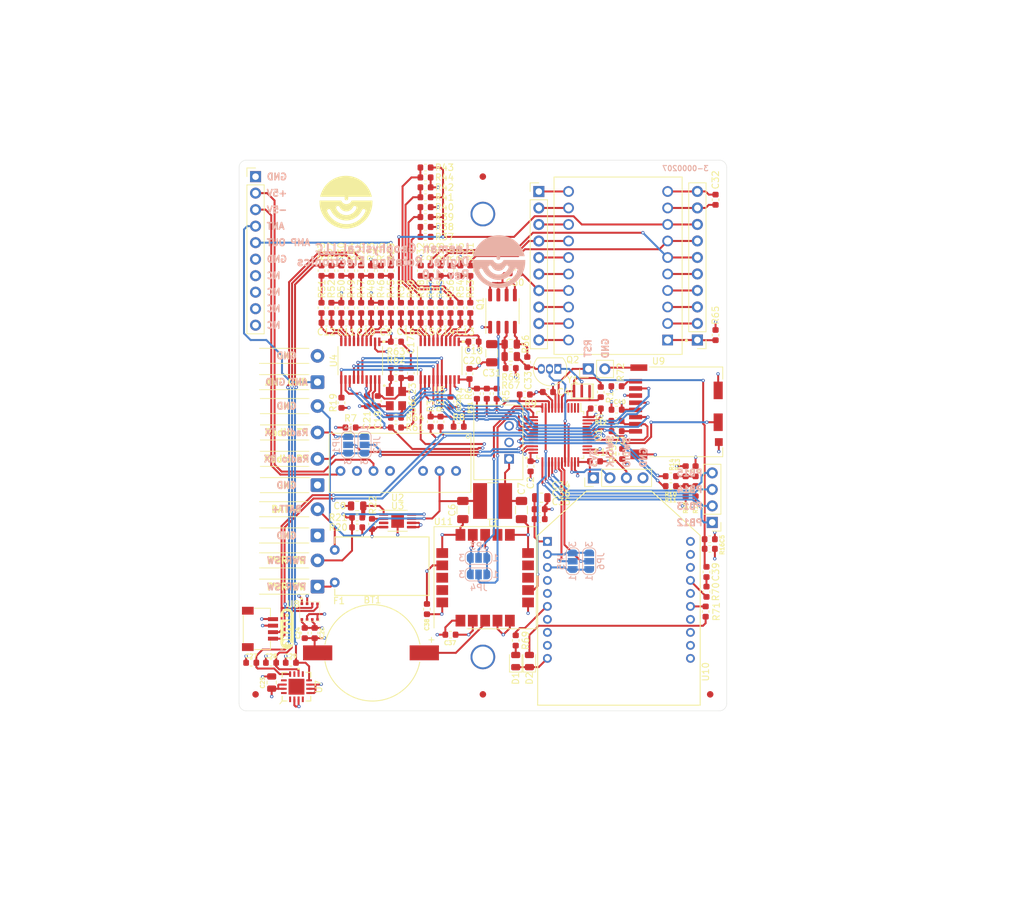
<source format=kicad_pcb>
(kicad_pcb (version 20240108) (generator "pcbnew") (generator_version "8.0")
  (title_block (title "Digital Rotating Electronics - NSSL EFM") (date "2024-03-25") (rev "1.0") (company "Leeman Geophysical LLC") (comment 1 "(479) 373-3736") (comment 2 "Gentry, AR 72734") (comment 3 "23830 West AR Highway 12"))
  (layers (0 "F.Cu" signal) (1 "In1.Cu" signal) (2 "In2.Cu" signal) (31 "B.Cu" signal) (34 "B.Paste" user) (35 "F.Paste" user) (36 "B.SilkS" user "B.Silkscreen") (37 "F.SilkS" user "F.Silkscreen") (38 "B.Mask" user) (39 "F.Mask" user) (44 "Edge.Cuts" user))
  (net 0 "")
  (net 1 "Net-(BT1-+)")
  (net 2 "+3V3")
  (net 3 "RESET")
  (net 4 "Net-(PS1-+VIN)")
  (net 5 "Net-(U3-IN)")
  (net 6 "Net-(U4-+AIN0)")
  (net 7 "Net-(U4--AIN0)")
  (net 8 "Net-(U4--AIN1)")
  (net 9 "Net-(U4-+AIN1)")
  (net 10 "Net-(U4--AIN2)")
  (net 11 "Net-(U4-+AIN2)")
  (net 12 "Net-(U4-+AIN3)")
  (net 13 "Net-(U4--AIN3)")
  (net 14 "Net-(U5--AIN0)")
  (net 15 "Net-(U5-+AIN0)")
  (net 16 "Net-(U5-+AIN1)")
  (net 17 "Net-(U5--AIN1)")
  (net 18 "Net-(U5-+AIN2)")
  (net 19 "Net-(U5--AIN2)")
  (net 20 "Net-(U5-+AIN3)")
  (net 21 "Net-(U5--AIN3)")
  (net 22 "Net-(U4-CAP)")
  (net 23 "Net-(U5-CAP)")
  (net 24 "Xacc")
  (net 25 "Yacc")
  (net 26 "Zacc")
  (net 27 "Net-(C30-Pad2)")
  (net 28 "Net-(Q1-S2)")
  (net 29 "Net-(Q1-G2)")
  (net 30 "Net-(Q2-C)")
  (net 31 "Net-(C39-Pad2)")
  (net 32 "Net-(D1-A)")
  (net 33 "Net-(D2-A)")
  (net 34 "Net-(J9-Pin_1)")
  (net 35 "Net-(J8-Pin_2)")
  (net 36 "AMP_IN")
  (net 37 "+5V")
  (net 38 "-5V")
  (net 39 "AMP_OUT")
  (net 44 "Radio_RX")
  (net 45 "Radio_TX")
  (net 46 "I2C_SDA")
  (net 47 "I2C_SCL")
  (net 48 "Net-(J5-Pin_3)")
  (net 49 "Net-(J5-Pin_4)")
  (net 50 "Net-(J5-Pin_2)")
  (net 51 "Net-(J5-Pin_1)")
  (net 52 "SWDIO")
  (net 53 "SWCLK")
  (net 54 "Net-(J9-Pin_2)")
  (net 55 "Vref")
  (net 56 "SD_CS")
  (net 57 "SPI_MOSI")
  (net 58 "SPI_SCK")
  (net 59 "SPI_MISO")
  (net 60 "SD_CD")
  (net 61 "Net-(J15-DAT1)")
  (net 62 "Net-(J15-DAT2)")
  (net 63 "GPS_TX")
  (net 64 "Net-(JP1-C)")
  (net 65 "GPS_RX")
  (net 66 "Net-(JP2-C)")
  (net 67 "XBee_TX")
  (net 68 "Net-(JP3-C)")
  (net 69 "XBee_RX")
  (net 70 "Net-(JP4-C)")
  (net 71 "Mag_Reset")
  (net 72 "Mag_Set")
  (net 73 "Net-(JP5-C)")
  (net 74 "Net-(JP6-C)")
  (net 75 "SPI_ADC_DRDY")
  (net 76 "SPI_Mag_ADC_CS")
  (net 77 "SPI_Acc_ADC_CS")
  (net 78 "Boot0")
  (net 79 "Net-(R10-Pad2)")
  (net 80 "Boot1")
  (net 81 "Net-(R11-Pad2)")
  (net 82 "ADC_RESET")
  (net 83 "Net-(U1-PD0)")
  (net 84 "Net-(R23-Pad1)")
  (net 85 "Net-(R24-Pad1)")
  (net 86 "Net-(R25-Pad2)")
  (net 87 "Net-(R26-Pad1)")
  (net 88 "Net-(R28-Pad2)")
  (net 89 "Net-(R29-Pad1)")
  (net 90 "Net-(R31-Pad2)")
  (net 91 "Net-(R37-Pad1)")
  (net 92 "Net-(R39-Pad1)")
  (net 93 "Net-(R41-Pad1)")
  (net 94 "Net-(R43-Pad1)")
  (net 95 "Net-(U1-PD1)")
  (net 96 "Net-(U3-DIAG_EN)")
  (net 97 "Net-(U5-~{DRDY)")
  (net 98 "Net-(U6-OE)")
  (net 99 "Net-(U6-Out)")
  (net 100 "Net-(U4-CLKIN)")
  (net 101 "Net-(U10-~{DIO10{slash}PWM0})")
  (net 102 "Net-(U10-AD3{slash}DIO3{slash}nSSEL)")
  (net 103 "Net-(U10-Assoc{slash}DIO5)")
  (net 105 "GPS_PPS")
  (net 139 "+BATT")
  (net 140 "GND")
  (net 141 "/Peripherals/HMC17")
  (net 142 "/Peripherals/HMC11")
  (net 143 "/Peripherals/HMC12")
  (net 144 "/Peripherals/HMC13")
  (net 145 "Ymag")
  (net 146 "/Peripherals/HMC15")
  (net 147 "/Peripherals/HMC16")
  (net 148 "/Peripherals/HMC18")
  (net 149 "/Peripherals/HMC19")
  (net 150 "/Peripherals/HMC20")
  (net 151 "/Peripherals/HMC1")
  (net 152 "/Peripherals/HMC2")
  (net 153 "/Peripherals/HMC3")
  (net 154 "/Peripherals/HMC4")
  (net 155 "/Peripherals/HMC5")
  (net 156 "Zmag")
  (net 157 "Xmag")
  (footprint "sensors:1-0001471" (layer "F.Cu") (at 118.745 127.127 90)
    (property "Reference" "U8")
    (property "Value" "1-0001471" (hide yes))
  )
  (footprint "mechanical:MountingHole_imperial6" (layer "F.Cu") (at 145.38 134.108)
    (property "Reference" "H1" (hide yes))
    (property "Value" "Imperial6")
  )
  (footprint "pcb_graphics:PCB Logo Standard" (layer "F.Cu") (at 124.333 64.135)
    (property "Reference" "G***" (hide yes))
    (property "Value" "LOGO" (hide yes))
  )
  (footprint "capacitors_0603:1-0000007" (layer "F.Cu") (at 155.383 93.343 180)
    (property "Reference" "C4")
    (property "Value" "1-0000007")
  )
  (footprint "capacitors_0603:1-0000018" (layer "F.Cu") (at 154.113 112.901)
    (property "Reference" "C35")
    (property "Value" "1-0000018")
  )
  (footprint "resistors_0603:1-0000006" (layer "F.Cu") (at 138.873 80.389 90)
    (property "Reference" "R55")
    (property "Value" "1-0000006")
  )
  (footprint "resistors_0603:1-0001551" (layer "F.Cu") (at 120.559 74.674 90)
    (property "Reference" "R23")
    (property "Value" "1-0001551")
  )
  (footprint "capacitors_0603:1-0000007" (layer "F.Cu") (at 162.749 95.883 180)
    (property "Reference" "C3")
    (property "Value" "1-0000007")
  )
  (footprint "resistors_0603:1-0001553" (layer "F.Cu") (at 140.397 74.674 90)
    (property "Reference" "R34")
    (property "Value" "1-0001553")
  )
  (footprint "Capacitor_SMD:C_0603_1608Metric" (layer "F.Cu") (at 142.683 82.675 180)
    (property "Reference" "C13")
    (property "Value" "C")
  )
  (footprint "resistors_0603:1-0000174" (layer "F.Cu") (at 132.015 91.184 180)
    (property "Reference" "R62")
    (property "Value" "1-0000174")
  )
  (footprint "inductors:1-0000931" (layer "F.Cu") (at 146.874 110.107)
    (property "Reference" "L1")
    (property "Value" "1-0000931")
  )
  (footprint "resistors_0603:1-0001553" (layer "F.Cu") (at 141.921 74.674 90)
    (property "Reference" "R36")
    (property "Value" "1-0001553")
  )
  (footprint "resistors_0603:1-0001553" (layer "F.Cu") (at 122.083 74.674 90)
    (property "Reference" "R27")
    (property "Value" "1-0001553")
  )
  (footprint "resistors_0603:1-0000010" (layer "F.Cu") (at 165.924 97.788)
    (property "Reference" "R12")
    (property "Value" "1-0000010")
  )
  (footprint "resistors_0603:1-0001552" (layer "F.Cu") (at 129.703 74.674 90)
    (property "Reference" "R35")
    (property "Value" "1-0001552")
  )
  (footprint "resistors_0603:1-0000006" (layer "F.Cu") (at 178.0905 108.583 -90)
    (property "Reference" "R17")
    (property "Value" "1-0000006")
  )
  (footprint "mosfets:1-0001548" (layer "F.Cu") (at 148.398 80.897 90)
    (property "Reference" "Q1")
    (property "Value" "1-0001548")
  )
  (footprint "capacitors_0603:1-0000007" (layer "F.Cu") (at 112.8015 135.001 180)
    (property "Reference" "C28")
    (property "Value" "1-0000007")
  )
  (footprint "adcs:1-0001530" (layer "F.Cu") (at 126.528 88.517 -90)
    (property "Reference" "U4")
    (property "Value" "1-0001530")
  )
  (footprint "resistors_0603:1-0000010" (layer "F.Cu") (at 144.461 93.597 -90)
    (property "Reference" "R4")
    (property "Value" "1-0000010")
  )
  (footprint "capacitors_0603:1-0000018" (layer "F.Cu") (at 180.272 115.9906)
    (property "Reference" "C5")
    (property "Value" "1-0000018")
  )
  (footprint "np_connectors:PinHeader_1x04_P2.54mm_Vertical" (layer "F.Cu") (at 162.378 106.551 90)
    (property "Reference" "J7" (hide yes))
    (property "Value" "NP_Conn_01x04")
  )
  (footprint "resistors_0603:1-0000006" (layer "F.Cu") (at 132.015 98.804)
    (property "Reference" "R61")
    (property "Value" "1-0000006")
  )
  (footprint "leds_0805:1-0000599" (layer "F.Cu") (at 150.43 134.745 90)
    (property "Reference" "D1")
    (property "Value" "1-0000599")
  )
  (footprint "connectors:1-0001555" (layer "F.Cu") (at 158.558 73.912 180)
    (property "Reference" "J12" (hide yes))
    (property "Value" "1-0001555" (hide yes))
  )
  (footprint "resistors_0603:1-0000006" (layer "F.Cu") (at 131.227 80.389 90)
    (property "Reference" "R45")
    (property "Value" "1-0000006")
  )
  (footprint "connectors:1-0001555" (layer "F.Cu") (at 173.798 73.912 180)
    (property "Reference" "J11" (hide yes))
    (property "Value" "1-0001555" (hide yes))
  )
  (footprint "capacitors_0603:1-0000007" (layer "F.Cu") (at 140.397 130.681 180)
    (property "Reference" "C37")
    (property "Value" "1-0000007")
  )
  (footprint "mechanical:Fiducial_1mm_Mask2mm" (layer "F.Cu") (at 180.3385 139.8631)
    (property "Reference" "FID4" (hide yes))
    (property "Value" "Fiducial_1mm_2mm")
  )
  (footprint "Capacitor_SMD:C_0603_1608Metric" (layer "F.Cu") (at 133.539 82.675)
    (property "Reference" "C16")
    (property "Value" "C")
  )
  (footprint "switches:1-0000576" (layer "F.Cu") (at 132.269 113.155)
    (property "Reference" "U3")
    (property "Value" "1-0000576")
  )
  (footprint "resistors_0603:1-0000010" (layer "F.Cu") (at 137.349 97.915 -90)
    (property "Reference" "R3")
    (property "Value" "1-0000010")
  )
  (footprint "Connector_PinHeader_2.54mm:PinHeader_1x10_P2.54mm_Vertical" (layer "F.Cu") (at 110.42 60.198)
    (property "Reference" "J2" (hide yes))
    (property "Value" "Board to Board")
  )
  (footprint "pcb_graphics:5mm qwiic logo" (layer "F.Cu") (at 115.316 129.794 -90)
    (property "Reference" "G***" (hide yes))
    (property "Value" "QWIIC" (hide yes))
  )
  (footprint "resistors_0603:1-0001554" (layer "F.Cu") (at 137.349 74.674 -90)
    (property "Reference" "R25")
    (property "Value" "1-0001554")
  )
  (footprint "resistors_0603:1-0000006" (layer "F.Cu") (at 181.164 84.58 90)
    (property "Reference" "R65")
    (property "Value" "1-0000006")
  )
  (footprint "resistors_0603:1-0000006" (layer "F.Cu") (at 136.561 67.943)
    (property "Reference" "R38")
    (property "Value" "1-0000006")
  )
  (footprint "capacitors_0603:1-0000007" (layer "F.Cu") (at 152.208 88.7455 -90)
    (property "Reference" "C33")
    (property "Value" "1-0000007")
  )
  (footprint "resistors_0603:1-0000008" (layer "F.Cu") (at 150.43 131.57 -90)
    (property "Reference" "R69")
    (property "Value" "1-0000008")
  )
  (footprint "resistors_0603:1-0000006" (layer "F.Cu") (at 136.561 63.371)
    (property "Reference" "R41")
    (property "Value" "1-0000006")
  )
  (footprint "resistors_0603:1-0000006" (layer "F.Cu") (at 136.561 69.467)
    (property "Reference" "R37")
    (property "Value" "1-0000006")
  )
  (footprint "resistors_0603:1-0001551" (layer "F.Cu") (at 131.227 74.674 90)
    (property "Reference" "R29")
    (property "Value" "1-0001551")
  )
  (footprint "sensors:1-0001543" (layer "F.Cu") (at 166.178 73.912 180)
    (property "Reference" "U9")
    (property "Value" "1-0001543" (hide yes))
  )
  (footprint "misc:barepcb" (layer "F.Cu") (at 163.068 169.926)
    (property "Reference" "PCB1")
    (property "Value" "barepcb")
  )
  (footprint "resistors_0603:1-0000010" (layer "F.Cu") (at 128.332 113.6375 90)
    (property "Reference" "R22")
    (property "Value" "1-0000010")
  )
  (footprint "resistors_0603:1-0000174" (layer "F.Cu") (at 165.947 99.366)
    (property "Reference" "R73")
    (property "Value" "1-0000174")
  )
  (footprint "connectors:1-0000190" (layer "F.Cu") (at 175.218 96.191 -90)
    (property "Reference" "J15" (hide yes))
    (property "Value" "1-0000190" (hide yes))
  )
  (footprint "resistors_0603:1-0000006" (layer "F.Cu") (at 136.561 66.419)
    (property "Reference" "R39")
    (property "Value" "1-0000006")
  )
  (footprint "batteries:1-0000246" (layer "F.Cu") (at 128.397 133.477 90)
    (property "Reference" "BT1")
    (property "Value" "1-0000246")
  )
  (footprint "dc_dc_converters:1-0000727" (layer "F.Cu") (at 147.763 101.09 90)
    (property "Reference" "PS1")
    (property "Value" "1-0000727")
  )
  (footprint "resistors_0603:1-0000006" (layer "F.Cu") (at 143.445 80.389 90)
    (property "Reference" "R53")
    (property "Value" "1-0000006")
  )
  (footprint "resistors_0603:1-0000010" (layer "F.Cu") (at 145.985 93.597 -90)
    (property "Reference" "R6")
    (property "Value" "1-0000010")
  )
  (footprint "capacitors_0603:1-0000926" (layer "F.Cu") (at 127.57 94.74 -90)
    (property "Reference" "C21")
    (property "Value" "1-0000926" (hide yes))
  )
  (footprint "mechanical:Fiducial_1mm_Mask2mm" (layer "F.Cu") (at 110.425 139.8631)
    (property "Reference" "FID1" (hide yes))
    (property "Value" "Fiducial_1mm_2mm")
  )
  (footprint "Connector_PinHeader_2.54mm:PinHeader_1x10_P2.54mm_Vertical" (layer "F.Cu") (at 178.37 85.337 180)
    (property "Reference" "J13" (hide yes))
    (property "Value" "HMC Breakout Pins")
  )
  (footprint "resistors_0603:1-0000006" (layer "F.Cu") (at 132.015 97.28)
    (property "Reference" "R64")
    (property "Value" "1-0000006")
  )
  (footprint "resistors_0805:1-0001549" (layer "F.Cu") (at 149.668 85.977)
    (property "Reference" "R66")
    (property "Value" "1-0001549" (hide yes))
  )
  (footprint "capacitors_0603:1-0000926" (layer "F.Cu") (at 140.397 94.867 -90)
    (property "Reference" "C22")
    (property "Value" "1-0000926" (hide yes))
  )
  (footprint "resistors_0603:1-0000006" (layer "F.Cu") (at 140.397 80.389 90)
    (property "Reference" "R56")
    (property "Value" "1-0000006")
  )
  (footprint "resistors_0603:1-0000006" (layer "F.Cu") (at 179.767 124.077 -90)
    (property "Reference" "R70")
    (property "Value" "1-0000006")
  )
  (footprint "capacitors_0603:1-0000018" (layer "F.Cu") (at 143.318 90.549 90)
    (property "Reference" "C20")
    (property "Value" "1-0000018")
  )
  (footprint "resistors_0603:1-0001551" (layer "F.Cu") (at 125.131 74.674 90)
    (property "Reference" "R24")
    (property "Value" "1-0001551")
  )
  (footprint "resistors_0603:1-0000174" (layer "F.Cu") (at 174.2805 107.821)
    (property "Reference" "R11")
    (property "Value" "1-0000174")
  )
  (footprint "resistors_0603:1-0000006" (layer "F.Cu") (at 136.561 61.847)
    (property "Reference" "R42")
    (property "Value" "1-0000006")
  )
  (footprint "Capacitor_SMD:C_0603_1608Metric" (layer "F.Cu") (at 124.382 82.675 180)
    (property "Reference" "C11")
    (property "Value" "C")
  )
  (footprint "resistors_0603:1-0000010" (layer "F.Cu") (at 125.03 98.804)
    (property "Reference" "R7")
    (property "Value" "1-0000010")
  )
  (footprint "crystals_resonators:1-0000721" (layer "F.Cu") (at 160.59 93.216 180)
    (property "Reference" "Y1")
    (property "Value" "1-0000721")
  )
  (footprint "resistors_0603:1-0000010" (layer "F.Cu") (at 138.873 97.915 -90)
    (property "Reference" "R2")
    (property "Value" "1-0000010")
  )
  (footprint "np_connectors:SolderWire_1x02_Relief" (layer "F.Cu") (at 120.546 113.341 -90)
    (property "Reference" "J8" (hide yes))
    (property "Value" "NP_Conn_01x02_Relief")
  )
  (footprint "resistors_0603:1-0000006" (layer "F.Cu") (at 129.703 80.389 90)
    (property "Reference" "R46")
    (property "Value" "1-0000006")
  )
  (footprint "transistors:1-0001214" (layer "F.Cu") (at 156.907 89.787 180)
    (property "Reference" "Q2")
    (property "Value" "1-0001214")
  )
  (footprint "np_connectors:SolderWire_1x02_Relief" (layer "F.Cu") (at 120.546 121.215 -90)
    (property "Reference" "J9" (hide yes))
    (property "Value" "NP_Conn_01x02_Relief")
  )
  (footprint "np_connectors:SolderWire_1x04_Relief" (layer "F.Cu") (at 121.562 101.53 -90)
    (property "Reference" "J3" (hide yes))
    (property "Value" "NP_Conn_01x04_Relief")
  )
  (footprint "resistors_0603:1-0000006" (layer "F.Cu") (at 135.825 80.389 90)
    (property "Reference" "R58")
    (property "Value" "1-0000006")
  )
  (footprint "resistors_0603:1-0000006" (layer "F.Cu") (at 126.655 80.389 90)
    (property "Reference" "R47")
    (property "Value" "1-0000006")
  )
  (footprint "capacitors_1206:1-0000136" (layer "F.Cu") (at 142.302 111.504 -90)
    (property "Reference" "C6")
    (property "Value" "1-0000136")
  )
  (footprint "capacitors_0805:1-0000075" (layer "F.Cu") (at 126.046 110.869)
    (property "Reference" "C8")
    (property "Value" "1-0000075")
  )
  (footprint "resistors_0603:1-0000010" (layer "F.Cu") (at 147.509 93.597 -90)
    (property "Reference" "R5")
    (property "Value" "1-0000010")
  )
  (footprint "capacitors_0603:1-0000007" (layer "F.Cu") (at 119.507 130.429 -90)
    (property "Reference" "C26")
    (property "Value" "1-0000007")
  )
  (footprint "resistors_0603:1-0000010" (layer "F.Cu") (at 180.275 117.473 180)
    (property "Reference" "R16")
    (property "Value" "1-0000010")
  )
  (footprint "capacitors_0603:1-0000007" (layer "F.Cu") (at 136.779 126.746 -90)
    (property "Reference" "C38")
    (property "Value" "1-0000007")
  )
  (footprint "capacitors_0603:1-0000018" (layer "F.Cu") (at 143.953 85.596)
    (property "Reference" "C18")
    (property "Value" "1-0000018")
  )
  (footprint "Capacitor_SMD:C_0603_1608Metric" (layer "F.Cu") (at 130.478 82.675 180)
    (property "Reference" "C9")
    (property "Value" "C")
  )
  (footprint "resistors_0603:1-0000008" (layer "F.Cu") (at 179.64 127.125 -90)
    (property "Reference" "R71")
    (property "Value" "1-0000008")
  )
  (footprint "capacitors_0603:1-0000018" (layer "F.Cu") (at 132.015 85.596)
    (property "Reference" "C17")
    (property "Value" "1-0000018")
  )
  (footprint "resistors_0603:1-0000006" (layer "F.Cu") (at 126.046 114.171)
    (property "Reference" "R20")
    (property "Value" "1-0000006")
  )
  (footprint "resistors_0805:1-0001549" (layer "F.Cu") (at 149.668 87.882)
    (property "Reference" "R68")
    (property "Value" "1-0001549" (hide yes))
  )
  (footprint "resistors_0603:1-0000006" (layer "F.Cu") (at 136.561 60.323)
    (property "Reference" "R44")
    (property "Value" "1-0000006")
  )
  (footprint "connectors:1-0000050" (layer "F.Cu") (at 166.178 125.347)
    (property "Reference" "J14" (hide yes))
    (property "Value" "1-0000050" (hide yes))
  )
  (footprint "capacitors_0603:1-0000007" (layer "F.Cu") (at 152.716 104.773 90)
    (property "Reference" "C2")
    (property "Value" "1-0000007")
  )
  (footprint "capacitors_0603:1-0000007" (layer "F.Cu") (at 165.947 96.064)
    (property "Reference" "C40")
    (property "Value" "1-0000007")
  )
  (footprint "resistors_0603:1-0000006" (layer "F.Cu") (at 132.015 89.66)
    (property "Reference" "R63")
    (property "Value" "1-0000006")
  )
  (footprint "resistors_0603:1-0000010" (layer "F.Cu") (at 123.633 94.994 90)
    (property "Reference" "R19")
    (property "Value" "1-0000010")
  )
  (footprint "mechanical:MountingHole_imperial6" (layer "F.Cu") (at 145.38 65.958)
    (property "Reference" "H2" (hide yes))
    (property "Value" "Imperial6")
  )
  (footprint "dc_dc_converters:1-0000465" (layer "F.Cu") (at 132.65 105.535 180)
    (property "Reference" "U2")
    (property "Value" "1-0000465")
  )
  (footprint "resistors_0603:1-0000006" (layer "F.Cu") (at 137.349 80.389 90)
    (property "Reference" "R57")
    (property "Value" "1-0000006")
  )
  (footprint "capacitors_0603:1-0000007" (layer "F.Cu") (at 154.113 111.377)
    (property "Reference" "C36")
    (property "Value" "1-0000007")
  )
  (footprint "np_connectors:PinHeader_1x02_P2.54mm_Vertical" (layer "F.Cu") (at 161.601 89.787 90)
    (property "Reference" "J6" (hide yes))
    (property "Value" "NP_Conn_01x02_Relief")
  )
  (footprint "capacitors_0603:1-0000007" (layer "F.Cu") (at 115.8495 135.001 180)
    (property "Reference" "C29")
    (property "Value" "1-0000007")
  )
  (footprint "leds_0805:1-0000601" (layer "F.Cu") (at 152.536596 134.739916 90)
    (property "Reference" "D2")
    (property "Value" "1-0000601")
  )
  (footprint "capacitors_0603:1-0000018" (layer "F.Cu") (at 129.221 94.74 -90)
    (property "Reference" "C19")
    (property "Value" "1-0000018")
  )
  (footprint "sensors:1-0001535" (layer "F.Cu") (at 116.713 138.684 90)
    (property "Reference" "U7")
    (property "Value" "1-0001535")
  )
  (footprint "resistors_0603:1-0000010" (layer "F.Cu") (at 141.667 98.677)
    (property "Reference" "R8")
    (property "Value" "1-0000010")
  )
  (footprint "mechanical:Fiducial_1mm_Mask2mm" (layer "F.Cu") (at 145.3723 60.196)
    (property "Reference" "FID3" (hide yes))
    (property "Value" "Fiducial_1mm_2mm")
  )
  (footprint "capacitors_1206:1-0000136" (layer "F.Cu") (at 146.747 87.374 -90)
    (property "Reference" "C31")
    (property "Value" "1-0000136")
  )
  (footprint "Connector_PinHeader_2.54mm:PinHeader_1x10_P2.54mm_Vertical" (layer "F.Cu") (at 153.986 62.487)
    (property "Reference" "J10" (hide yes))
    (property "Value" "HMC Breakout Pins")
  )
  (footprint "resistors_0603:1-0000006" (layer "F.Cu") (at 176.5665 108.583 90)
    (property "Reference" "R18")
    (property "Value" "1-0000006")
  )
  (footprint "resistors_0603:1-0000006" (layer "F.Cu") (at 125.131 80.389 90)
    (property "Reference" "R49")
    (property "Value" "1-0000006")
  )
  (footprint "capacitors_0603:1-0000007" (layer "F.Cu") (at 109.7535 135.001 180)
    (property "Reference" "C27")
    (property "Value" "1-0000007")
  )
  (footprint "fuses:1-0000269" (layer "F.Cu") (at 122.602 120.14 -90)
    (property "Reference" "F1")
    (property "Value" "1-0000269")
  )
  (footprint "resistors_0603:1-0000006" (layer "F.Cu") (at 141.921 80.389 90)
    (property "Reference" "R54")
    (property "Value" "1-0000006")
  )
  (footprint "Capacitor_SMD:C_0603_1608Metric" (layer "F.Cu") (at 139.635 82.675)
    (property "Reference" "C14")
    (property "Value" "C")
  )
  (footprint "Capacitor_SMD:C_0603_1608Metric" (layer "F.Cu") (at 127.43 82.675)
    (property "Reference" "C10")
    (property "Value" "C")
  )
  (footprint "capacitors_0603:1-0000007" (layer "F.Cu") (at 134.301 90.422 -90)
    (property "Reference" "C23")
    (property "Value" "1-0000007")
  )
  (footprint "capacitors_0603:1-0000007" (layer "F.Cu") (at 117.983 130.429 90)
    (property "Reference" "C24")
    (property "Value" "1-0000007")
  )
  (footprint "resistors_0603:1-0000006" (layer "F.Cu") (at 136.561 58.799)
    (property "Reference" "R43")
    (property "Value" "1-0000006")
  )
  (footprint "np_connectors:SolderWire_1x02_Relief" (layer "F.Cu") (at 120.546 89.747 -90)
    (property "Reference" "J1" (hide yes))
    (property "Value" "NP_Conn_01x02_Relief")
  )
  (footprint "capacitors_0603:1-0000007" (layer "F.Cu") (at 162.622 104.011 180)
    (property "Reference" "C1")
    (property "Value" "1-0000007")
  )
  (footprint "Capacitor_SMD:C_0603_1608Metric" (layer "F.Cu") (at 121.334 82.675)
    (property "Reference" "C12")
    (property "Value" "C")
  )
  (footprint "resistors_0603:1-0000006" (layer "F.Cu") (at 134.301 80.389 90)
    (property "Reference" "R60")
    (property "Value" "1-0000006")
  )
  (footprint "resistors_0603:1-0001528" (layer "F.Cu") (at 149.668 89.66 180)
    (property "Reference" "R67")
    (property "Value" "1-0001528")
  )
  (footprint "resistors_0603:1-0001553" (layer "F.Cu") (at 128.179 74.674 90)
    (property "Reference" "R33")
    (property "Value" "1-0001553")
  )
  (footprint "others:1-0000785" (layer "F.Cu") (at 166.305 116.33)
    (property "Reference" "U10")
    (property "Value" "1-0000785" (hide yes))
  )
  (footprint "np_connectors:PinHeader_1x04_P2.54mm_Vertical" (layer "F.Cu") (at 180.656 113.409 180)
    (property "Reference" "J5" (hide yes))
    (property "Value" "NP_Conn_01x04")
  )
  (footprint "resistors_0603:1-0000006" (layer "F.Cu") (at 136.561 64.895)
    (property "Reference" "R40")
    (property "Value" "1-0000006")
  )
  (footprint "resistors_0603:1-0001554" (layer "F.Cu") (at 138.873 74.674 -90)
    (property "Reference" "R28")
    (property "Value" "1-0001554")
  )
  (footprint "connectors:1-0001205" (layer "F.Cu") (at 110.806 129.792 90)
    (property "Reference" "J4" (hide yes))
    (property "Value" "1-0001205")
  )
  (footprint "resistors_0603:1-0000174" (layer "F.Cu") (at 165.924 92.454)
    (property "Reference" "R72")
    (property "Value" "1-0000174")
  )
  (footprint "resistors_0603:1-0000006" (layer "F.Cu") (at 132.777 80.389 90)
    (property "Reference" "R59")
    (property "Value" "1-0000006")
  )
  (footprint "resistors_0603:1-0000006" (layer "F.Cu") (at 120.559 80.389 90)
    (property "Reference" "R51")
    (property "Value" "1-0000006")
  )
  (footprint "resistors_0603:1-0001553" (layer "F.Cu") (at 123.607 74.674 90)
    (property "Reference" "R30")
    (property "Value" "1-0001553")
  )
  (footprint "capacitors_0603:1-0000322" (layer "F.Cu") (at 150.303 75.055 180)
    (property "Reference" "C30")
    (property "Value" "1-0000322")
  )
  (footprint "resistors_0603:1-0000068" (layer "F.Cu") (at 126.046 112.647)
    (property "Reference" "R21")
    (property "Value" "1-0000068")
  )
  (footprint "capacitors_0603:1-0000007" (layer "F.Cu") (at 179.767 121.029 -90)
    (property "Reference" "C39")
    (property "Value" "1-0000007")
  )
  (footprint "crystals_resonators:1-0001542" (layer "F.Cu") (at 132.015 94.359)
    (property "Reference" "U6")
    (property "Value" "1-0001542" (hide yes))
  )
  (footprint "capacitors_1206:1-0000136" (layer "F.Cu") (at 151.319 111.504 -90)
    (property "Reference" "C7")
    (property "Value" "1-0000136")
  )
  (footprint "resistors_0603:1-0000006" (layer "F.Cu") (at 122.083 80.389 90)
    (property "Reference" "R52")
    (property "Value" "1-0000006")
  )
  (footprint "microcontrollers:1-0000207" (layer "F.Cu") (at 157.288 99.947 -90)
    (property "Reference" "U1")
    (property "Value" "1-0000207")
  )
  (footprint "resistors_0603:1-0001551" (layer "F.Cu") (at 126.655 74.674 90)
    (property "Reference" "R26")
    (property "Value" "1-0001551")
  )
  (footprint "others:1-0000446" (layer "F.Cu") (at 145.731 121.918 90)
    (property "Reference" "U11")
    (property "Value" "1-0000446")
  )
  (footprint "resistors_0603:1-0000010" (layer "F.Cu") (at 166.813 102.868 90)
    (property "Reference" "R15")
    (property "Value" "1-0000010")
  )
  (footprint "resistors_0603:1-0001554" (layer "F.Cu") (at 143.445 74.674 -90)
    (property "Reference" "R31")
    (property "Value" "1-0001554")
  )
  (footprint "resistors_0603:1-0000006" (layer "F.Cu") (at 128.179 80.389 90)
    (property "Reference" "R48")
    (property "Value" "1-0000006")
  )
  (footprint "resistors_0603:1-0000006" (layer "F.Cu") (at 123.607 80.389 90)
    (property "Reference" "R50")
    (property "Value" "1-0000006")
  )
  (footprint "mechanical:Fiducial_1mm_Mask2mm" (layer "F.Cu") (at 145.385 139.8631)
    (property "Reference" "FID2" (hide yes))
    (property "Value" "Fiducial_1mm_2mm")
  )
  (footprint "resistors_0603:1-0000174" (layer "F.Cu") (at 174.2805 106.297)
    (property "Reference" "R10")
    (property "Value" "1-0000174")
  )
  (footprint "resistors_0603:1-0000006" (layer "F.Cu") (at 178.0905 105.535 90)
    (property "Reference" "R13")
    (property "Value" "1-0000006")
  )
  (footprint "resistors_0603:1-0000010" (layer "F.Cu") (at 151.827 93.724 180)
    (property "Reference" "R9")
    (property "Value" "1-0000010")
  )
  (footprint "resistors_0603:1-0001553" (layer "F.Cu") (at 135.825 74.674 90)
    (property "Reference" "R32")
    (property "Value" "1-0001553")
  )
  (footprint "Capacitor_SMD:C_0603_1608Metric" (layer "F.Cu") (at 136.587 82.675 180)
    (property "Reference" "C15")
    (property "Value" "C")
  )
  (footprint "resistors_0603:1-0000006" (layer "F.Cu") (at 176.5665 105.535 -90)
    (property "Reference" "R14")
    (property "Value" "1-0000006")
  )
  (footprint "capacitors_0603:1-0000007" (layer "F.Cu") (at 181.164 63.752 -90)
    (property "Reference" "C32")
    (property "Value" "1-0000007")
  )
  (footprint "adcs:1-0001530" (layer "F.Cu") (at 138.746 88.517 -90)
    (property "Reference" "U5")
    (property "Value" "1-0001530")
  )
  (footprint "capacitors_0805:1-0000075" (layer "F.Cu") (at 112.903 138.049 90)
    (property "Reference" "C25")
    (property "Value" "1-0000075")
  )
  (footprint "resistors_0603:1-0000006" (layer "F.Cu") (at 163.511 93.343 90)
    (property "Reference" "R1")
    (property "Value" "1-0000006")
  )
  (footprint "capacitors_0805:1-0000075" (layer "F.Cu") (at 154.367 109.599)
    (property "Reference" "C34")
    (property "Value" "1-0000075")
  )
  (footprint "Jumper:SolderJumper-3_P1.3mm_Open_RoundedPad1.0x1.5mm_NumberLabels" (layer "B.Cu") (at 124.649 101.471 -90)
    (property "Reference" "JP1")
    (property "Value" "SolderJumper_3_Open")
  )
  (footprint "Jumper:SolderJumper-3_P1.3mm_Open_RoundedPad1.0x1.5mm_NumberLabels" (layer "B.Cu") (at 144.715 118.87 180)
    (property "Reference" "JP3")
    (property "Value" "SolderJumper_3_Open")
  )
  (footprint "pcb_graphics:PCB Logo Standard" (layer "B.Cu") (at 147.828 73.279 180)
    (property "Reference" "G***" (hide yes))
    (property "Value" "LOGO" (hide yes))
  )
  (footprint "Jumper:SolderJumper-3_P1.3mm_Open_RoundedPad1.0x1.5mm_NumberLabels" (layer "B.Cu") (at 161.733 119.378 90)
    (property "Reference" "JP6")
    (property "Value" "SolderJumper_3_Open")
  )
  (footprint "Jumper:SolderJumper-3_P1.3mm_Open_RoundedPad1.0x1.5mm_NumberLabels" (layer "B.Cu") (at 144.715 121.41 180)
    (property "Reference" "JP4")
    (property "Value" "SolderJumper_3_Open")
  )
  (footprint "Jumper:SolderJumper-3_P1.3mm_Open_RoundedPad1.0x1.5mm_NumberLabels" (layer "B.Cu") (at 127.189 101.471 -90)
    (property "Reference" "JP2")
    (property "Value" "SolderJumper_3_Open")
  )
  (footprint "Jumper:SolderJumper-3_P1.3mm_Open_RoundedPad1.0x1.5mm_NumberLabels" (layer "B.Cu") (at 159.193 119.378 90)
    (property "Reference" "JP5")
    (property "Value" "SolderJumper_3_Open")
  )
  (gr_line (start 109.028 57.656) (end 181.737 57.658) (stroke (width 0.05)) (layer "Edge.Cuts"))
  (gr_line (start 107.88 141.265) (end 107.885 58.799) (stroke (width 0.05)) (layer "Edge.Cuts"))
  (gr_line (start 181.737 142.408) (end 109.023 142.408) (stroke (width 0.05)) (layer "Edge.Cuts"))
  (gr_line (start 182.88 58.801) (end 182.88 141.265) (stroke (width 0.05)) (layer "Edge.Cuts"))
  (gr_arc (start 181.737 57.658) (mid 182.545223 57.992777) (end 182.88 58.801) (stroke (width 0.05)) (layer "Edge.Cuts"))
  (gr_arc (start 107.885 58.799) (mid 108.219777 57.990777) (end 109.028 57.656) (stroke (width 0.05)) (layer "Edge.Cuts"))
  (gr_arc (start 182.88 141.265) (mid 182.545223 142.073223) (end 181.737 142.408) (stroke (width 0.05)) (layer "Edge.Cuts"))
  (gr_arc (start 109.023 142.408) (mid 108.214777 142.073223) (end 107.88 141.265) (stroke (width 0.05)) (layer "Edge.Cuts"))
  (gr_text "RST" (at 161.544 86.614 90) (layer "B.SilkS") (effects (font (size 1 1) (thickness 0.25)) (justify mirror)))
  (gr_text "GND" (at 113.7016 60.2214 0) (layer "B.SilkS") (effects (font (size 1 1) (thickness 0.25)) (justify mirror)))
  (gr_text "BATT+" (at 115.189 111.379 0) (layer "B.SilkS") (effects (font (size 1 1) (thickness 0.25)) (justify mirror)))
  (gr_text "3-0000207" (at 176.53 58.928 0) (layer "B.SilkS") (effects (font (size 0.8001 0.8001) (thickness 0.15875)) (justify mirror)))
  (gr_text "NC" (at 113.2016 83.0687 0) (layer "B.SilkS") (effects (font (size 1 1) (thickness 0.25)) (justify mirror)))
  (gr_text "NC" (at 113.2016 80.5287 0) (layer "B.SilkS") (effects (font (size 1 1) (thickness 0.25)) (justify mirror)))
  (gr_text "SWCLK" (at 164.9349 102.4763 90) (layer "B.SilkS") (effects (font (size 1 1) (thickness 0.25)) (justify mirror)))
  (gr_text "GND" (at 115.189 107.696 0) (layer "B.SilkS") (effects (font (size 1 1) (thickness 0.25)) (justify mirror)))
  (gr_text "GND" (at 115.189 95.504 0) (layer "B.SilkS") (effects (font (size 1 1) (thickness 0.25)) (justify mirror)))
  (gr_text "GND" (at 115.189 115.443 0) (layer "B.SilkS") (effects (font (size 1 1) (thickness 0.25)) (justify mirror)))
  (gr_text "GND" (at 113.7016 72.896 0) (layer "B.SilkS") (effects (font (size 1 1) (thickness 0.25)) (justify mirror)))
  (gr_text "PB14" (at 177.165 108.3437 0) (layer "B.SilkS") (effects (font (size 1 1) (thickness 0.25)) (justify mirror)))
  (gr_text "GND" (at 164.211 86.614 90) (layer "B.SilkS") (effects (font (size 1 1) (thickness 0.25)) (justify mirror)))
  (gr_text "GND" (at 115.189 87.757 0) (layer "B.SilkS") (effects (font (size 1 1) (thickness 0.25)) (justify mirror)))
  (gr_text "+5V" (at 113.7016 62.736 0) (layer "B.SilkS") (effects (font (size 1 1) (thickness 0.25)) (justify mirror)))
  (gr_text "GND" (at 170.053 103.4034 90) (layer "B.SilkS") (effects (font (size 1 1) (thickness 0.25)) (justify mirror)))
  (gr_text "3V3" (at 162.433 103.505 90) (layer "B.SilkS") (effects (font (size 1 1) (thickness 0.25)) (justify mirror)))
  (gr_text "-5V" (at 113.7016 65.2887 0) (layer "B.SilkS") (effects (font (size 1 1) (thickness 0.25)) (justify mirror)))
  (gr_text "PB12" (at 177.165 113.4364 0) (layer "B.SilkS") (effects (font (size 1 1) (thickness 0.25)) (justify mirror)))
  (gr_text "AMP OUT" (at 115.487315 70.3433 0) (layer "B.SilkS") (effects (font (size 1 1) (thickness 0.25)) (justify mirror)))
  (gr_text "ANT" (at 113.511124 67.8287 0) (layer "B.SilkS") (effects (font (size 1 1) (thickness 0.25)) (justify mirror)))
  (gr_text "SWDIO" (at 167.4876 102.6287 90) (layer "B.SilkS") (effects (font (size 1 1) (thickness 0.25)) (justify mirror)))
  (gr_text "PB15" (at 177.165 105.791 0) (layer "B.SilkS") (effects (font (size 1 1) (thickness 0.25)) (justify mirror)))
  (gr_text "NC" (at 113.2016 77.9633 0) (layer "B.SilkS") (effects (font (size 1 1) (thickness 0.25)) (justify mirror)))
  (gr_text "NC" (at 113.2016 75.436 0) (layer "B.SilkS") (effects (font (size 1 1) (thickness 0.25)) (justify mirror)))
  (gr_text "Radio RX" (at 115.189 103.632 0) (layer "B.SilkS") (effects (font (size 1 1) (thickness 0.25)) (justify mirror)))
  (gr_text "PWR SW" (at 115.189 123.317 0) (layer "B.SilkS") (effects (font (size 1 1) (thickness 0.25)) (justify mirror)))
  (gr_text "PB13" (at 177.165 110.9091 0) (layer "B.SilkS") (effects (font (size 1 1) (thickness 0.25)) (justify mirror)))
  (gr_text "PWR SW" (at 115.189 119.253 0) (layer "B.SilkS") (effects (font (size 1 1) (thickness 0.25)) (justify mirror)))
  (gr_text "ANT GND" (at 115.189 91.821 0) (layer "B.SilkS") (effects (font (size 1 1) (thickness 0.25)) (justify mirror)))
  (gr_text "Radio TX" (at 115.189 99.568 0) (layer "B.SilkS") (effects (font (size 1 1) (thickness 0.25)) (justify mirror)))
  (gr_text "Leeman Geophysical LLC\nDigital Rotating Electronics\nRev 1.0" (at 143.51 73.279 0) (layer "B.SilkS") (effects (font (size 1.27 1.27) (thickness 0.3)) (justify left mirror)))
  (gr_text "ANT GND" (at 115.189 91.821 0) (layer "F.SilkS") (effects (font (size 1 1) (thickness 0.25))))
  (gr_text "PWR SW" (at 115.189 123.317 0) (layer "F.SilkS") (effects (font (size 1 1) (thickness 0.25))))
  (gr_text "GND" (at 115.189 95.504 0) (layer "F.SilkS") (effects (font (size 1 1) (thickness 0.25))))
  (gr_text "Radio RX" (at 115.189 103.632 0) (layer "F.SilkS") (effects (font (size 1 1) (thickness 0.25))))
  (gr_text "Radio TX" (at 115.189 99.568 0) (layer "F.SilkS") (effects (font (size 1 1) (thickness 0.25))))
  (gr_text "BATT+" (at 115.189 111.379 0) (layer "F.SilkS") (effects (font (size 1 1) (thickness 0.25))))
  (gr_text "GND" (at 115.189 115.443 0) (layer "F.SilkS") (effects (font (size 1 1) (thickness 0.25))))
  (gr_text "GND" (at 115.189 87.757 0) (layer "F.SilkS") (effects (font (size 1 1) (thickness 0.25))))
  (gr_text "GND" (at 115.189 107.696 0) (layer "F.SilkS") (effects (font (size 1 1) (thickness 0.25))))
  (gr_text "PWR SW" (at 115.189 119.253 0) (layer "F.SilkS") (effects (font (size 1 1) (thickness 0.25))))
  (segment (start 141.224 133.477) (end 145.731 128.97) (width 0.3048) (layer "F.Cu") (net 1))
  (segment (start 145.731 128.97) (end 145.731 128.518) (width 0.3048) (layer "F.Cu") (net 1))
  (segment (start 136.372 133.477) (end 141.224 133.477) (width 0.3048) (layer "F.Cu") (net 1))
  (segment (start 161.8345 106.0075) (end 162.378 106.551) (width 0.3048) (layer "F.Cu") (net 2))
  (segment (start 137.668 120.015) (end 137.922 120.015) (width 0.3048) (layer "F.Cu") (net 2))
  (segment (start 161.9615 95.883) (end 161.4505 96.394) (width 0.3048) (layer "F.Cu") (net 2))
  (segment (start 152.6145 93.724) (end 153.224 93.724) (width 0.3048) (layer "F.Cu") (net 2))
  (segment (start 153.3255 109.703) (end 153.3255 111.377) (width 0.3048) (layer "F.Cu") (net 2))
  (segment (start 130.237 94.359) (end 131.865001 94.359) (width 0.3048) (layer "F.Cu") (net 2))
  (segment (start 143.1655 85.596) (end 143.1655 86.8405) (width 0.3048) (layer "F.Cu") (net 2))
  (segment (start 143.831 130.041) (end 143.191 130.681) (width 0.3048) (layer "F.Cu") (net 2))
  (segment (start 117.545 128.721) (end 117.983 129.159) (width 0.3048) (layer "F.Cu") (net 2))
  (segment (start 165.1365 97.788) (end 165.1365 99.343) (width 0.3048) (layer "F.Cu") (net 2))
  (segment (start 117.983 129.6415) (end 119.507 129.6415) (width 0.3048) (layer "F.Cu") (net 2))
  (segment (start 152.716 103.9855) (end 152.716 102.697) (width 0.3048) (layer "F.Cu") (net 2))
  (segment (start 168.841 96.064) (end 168.868 96.091) (width 0.3048) (layer "F.Cu") (net 2))
  (segment (start 152.716 102.697) (end 153.1255 102.697) (width 0.3048) (layer "F.Cu") (net 2))
  (segment (start 166.813 103.6555) (end 166.813 103.757) (width 0.3048) (layer "F.Cu") (net 2))
  (segment (start 129.453 85.61505) (end 131.20845 85.61505) (width 0.3048) (layer "F.Cu") (net 2))
  (segment (start 123.633 95.7815) (end 124.7505 95.7815) (width 0.3048) (layer "F.Cu") (net 2))
  (segment (start 154.748 93.343) (end 156.038 94.633) (width 0.3048) (layer "F.Cu") (net 2))
  (segment (start 137.925 120.018) (end 139.131 120.018) (width 0.3048) (layer "F.Cu") (net 2))
  (segment (start 136.779 125.9585) (end 136.779 120.904) (width 0.3048) (layer "F.Cu") (net 2))
  (segment (start 143.318 91.3365) (end 143.23555 91.41895) (width 0.3048) (layer "F.Cu") (net 2))
  (segment (start 161.736 104.1095) (end 161.8345 104.011) (width 0.3048) (layer "F.Cu") (net 2))
  (segment (start 166.7345 96.064) (end 166.7345 95.0425) (width 0.3048) (layer "F.Cu") (net 2))
  (segment (start 131.253778 85.569722) (end 131.2275 85.596) (width 0.3048) (layer "F.Cu") (net 2))
  (segment (start 118.364 125.908) (end 118.345 125.927) (width 0.3048) (layer "F.Cu") (net 2))
  (segment (start 154.5955 93.343) (end 154.748 93.343) (width 0.3048) (layer "F.Cu") (net 2))
  (segment (start 178.0905 109.3705) (end 178.0905 110.3865) (width 0.3048) (layer "F.Cu") (net 2))
  (segment (start 153.3255 111.377) (end 153.3255 112.901) (width 0.3048) (layer "F.Cu") (net 2))
  (segment (start 114.7699 138.358999) (end 113.990001 138.358999) (width 0.3048) (layer "F.Cu") (net 2))
  (segment (start 113.1 129.286) (end 113.106 129.292) (width 0.3048) (layer "F.Cu") (net 2))
  (segment (start 124.2425 98.804) (end 122.744 98.804) (width 0.3048) (layer "F.Cu") (net 2))
  (segment (start 143.23555 91.41895) (end 141.670998 91.41895) (width 0.3048) (layer "F.Cu") (net 2))
  (segment (start 167.321 100.1387) (end 167.3139 100.1458) (width 0.3048) (layer "F.Cu") (net 2))
  (segment (start 178.0905 104.7475) (end 178.0905 103.4015) (width 0.3048) (layer "F.Cu") (net 2))
  (segment (start 143.3435 92.8095) (end 143.318 92.835) (width 0.3048) (layer "F.Cu") (net 2))
  (segment (start 117.545 128.327) (end 117.545 128.721) (width 0.3048) (layer "F.Cu") (net 2))
  (segment (start 137.349 97.1275) (end 137.349 95.883) (width 0.3048) (layer "F.Cu") (net 2))
  (segment (start 112.925501 139.009001) (end 112.903 138.9865) (width 0.3048) (layer "F.Cu") (net 2))
  (segment (start 156.038 94.633) (end 156.038 95.7845) (width 0.3048) (layer "F.Cu") (net 2))
  (segment (start 154.5955 93.343) (end 153.605 93.343) (width 0.3048) (layer "F.Cu") (net 2))
  (segment (start 178.0905 110.3865) (end 177.608 110.869) (width 0.3048) (layer "F.Cu") (net 2))
  (segment (start 137.922 120.015) (end 137.925 120.018) (width 0.3048) (layer "F.Cu") (net 2))
  (segment (start 132.8025 91.184) (end 134.2755 91.184) (width 0.3048) (layer "F.Cu") (net 2))
  (segment (start 143.1655 86.8405) (end 143.191 86.866) (width 0.3048) (layer "F.Cu") (net 2))
  (segment (start 111.506 129.286) (end 113.1 129.286) (width 0.3048) (layer "F.Cu") (net 2))
  (segment (start 131.253778 84.326778) (end 131.253778 85.569722) (width 0.3048) (layer "F.Cu") (net 2))
  (segment (start 132.965001 93.259) (end 134.385 93.259) (width 0.3048) (layer "F.Cu") (net 2))
  (segment (start 153.4295 109.599) (end 153.3255 109.703) (width 0.3048) (layer "F.Cu") (net 2))
  (segment (start 162.3748 97.197) (end 161.4505 97.197) (width 0.3048) (layer "F.Cu") (net 2))
  (segment (start 113.919 139.009001) (end 112.925501 139.009001) (width 0.3048) (layer "F.Cu") (net 2))
  (segment (start 113.919 138.43) (end 113.919 139.009001) (width 0.3048) (layer "F.Cu") (net 2))
  (segment (start 140.3715 97.1275) (end 138.873 97.1275) (width 0.3048) (layer "F.Cu") (net 2))
  (segment (start 120.6245 129.6415) (end 120.65 129.667) (width 0.3048) (layer "F.Cu") (net 2))
  (segment (start 165.1365 93.1905) (end 165.162 93.216) (width 0.3048) (layer "F.Cu") (net 2))
  (segment (start 136.779 120.904) (end 137.668 120.015) (width 0.3048) (layer "F.Cu") (net 2))
  (segment (start 166.813 103.757) (end 167.575 104.519) (width 0.3048) (layer "F.Cu") (net 2))
  (segment (start 162.7744 96.7974) (end 162.3748 97.197) (width 0.3048) (layer "F.Cu") (net 2))
  (segment (start 131.20845 85.61505) (end 131.2275 85.596) (width 0.3048) (layer "F.Cu") (net 2))
  (segment (start 113.990001 138.358999) (end 113.919 138.43) (width 0.3048) (layer "F.Cu") (net 2))
  (segment (start 143.1655 85.596) (end 141.69005 85.596) (width 0.3048) (layer "F.Cu") (net 2))
  (segment (start 153.7065 103.9855) (end 153.732 104.011) (width 0.3048) (layer "F.Cu") (net 2))
  (segment (start 153.224 93.724) (end 153.605 93.343) (width 0.3048) (layer "F.Cu") (net 2))
  (segment (start 119.145 128.67) (end 119.507 129.032) (width 0.3048) (layer "F.Cu") (net 2))
  (segment (start 165.1365 99.343) (end 165.1595 99.366) (width 0.3048) (layer "F.Cu") (net 2))
  (segment (start 129.452998 91.41895) (end 129.452998 93.720502) (width 0.3048) (layer "F.Cu") (net 2))
  (segment (start 129.8305 93.9525) (end 130.237 94.359) (width 0.3048) (layer "F.Cu") (net 2))
  (segment (start 178.0905 103.4015) (end 178.116 103.376) (width 0.3048) (layer "F.Cu") (net 2))
  (segment (start 165.1365 92.454) (end 165.1365 93.1905) (width 0.3048) (layer "F.Cu") (net 2))
  (segment (start 129.452998 93.720502) (end 129.221 93.9525) (width 0.3048) (layer "F.Cu") (net 2))
  (segment (start 129.221 93.9525) (end 129.8305 93.9525) (width 0.3048) (layer "F.Cu") (net 2))
  (segment (start 160.038 104.1095) (end 161.736 104.1095) (width 0.3048) (layer "F.Cu") (net 2))
  (segment (start 114.7699 139.009001) (end 113.919 139.009001) (width 0.3048) (layer "F.Cu") (net 2))
  (segment (start 119.507 129.032) (end 119.507 129.6415) (width 0.3048) (layer "F.Cu") (net 2))
  (segment (start 132.8025 91.184) (end 132.8025 93.096499) (width 0.3048) (layer "F.Cu") (net 2))
  (segment (start 166.7345 95.0425) (end 166.686 94.994) (width 0.3048) (layer "F.Cu") (net 2))
  (segment (start 153.3255 112.901) (end 153.3255 115.6695) (width 0.3048) (layer "F.Cu") (net 2))
  (segment (start 119.145 128.327) (end 119.145 128.67) (width 0.3048) (layer "F.Cu") (net 2))
  (segment (start 140.8795 97.6355) (end 140.3715 97.1275) (width 0.3048) (layer "F.Cu") (net 2))
  (segment (start 181.0625 117.473) (end 181.0625 118.9715) (width 0.3048) (layer "F.Cu") (net 2))
  (segment (start 153.3255 115.6695) (end 153.986 116.33) (width 0.3048) (layer "F.Cu") (net 2))
  (segment (start 141.69005 85.596) (end 141.671 85.61505) (width 0.3048) (layer "F.Cu") (net 2))
  (segment (start 138.873 97.1275) (end 137.349 97.1275) (width 0.3048) (layer "F.Cu") (net 2))
  (segment (start 131.865001 94.359) (end 132.965001 93.259) (width 0.3048) (layer "F.Cu") (net 2))
  (segment (start 124.7505 95.7815) (end 124.776 95.756) (width 0.3048) (layer "F.Cu") (net 2))
  (segment (start 181.0625 118.9715) (end 181.037 118.997) (width 0.3048) (layer "F.Cu") (net 2))
  (segment (start 143.831 128.518) (end 143.831 130.041) (width 0.3048) (layer "F.Cu") (net 2))
  (segment (start 167.3139 100.1458) (end 165.9393 100.1458) (width 0.3048) (layer "F.Cu") (net 2))
  (segment (start 117.983 129.159) (end 117.983 129.6415) (width 0.3048) (layer "F.Cu") (net 2))
  (segment (start 119.507 129.6415) (end 120.6245 129.6415) (width 0.3048) (layer "F.Cu") (net 2))
  (segment (start 112.903 138.9865) (end 112.903 140.208) (width 0.3048) (layer "F.Cu") (net 2))
  (segment (start 140.8795 98.677) (end 140.8795 97.6355) (width 0.3048) (layer "F.Cu") (net 2))
  (segment (start 118.364 124.714) (end 118.364 125.908) (width 0.3048) (layer "F.Cu") (net 2))
  (segment (start 153.986 116.33) (end 155.305 116.33) (width 0.3048) (layer "F.Cu") (net 2))
  (segment (start 161.8345 104.011) (end 161.8345 106.0075) (width 0.3048) (layer "F.Cu") (net 2))
  (segment (start 152.716 103.9855) (end 153.7065 103.9855) (width 0.3048) (layer "F.Cu") (net 2))
  (segment (start 165.9393 100.1458) (end 165.1595 99.366) (width 0.3048) (layer "F.Cu") (net 2))
  (segment (start 166.7345 96.064) (end 168.841 96.064) (width 0.3048) (layer "F.Cu") (net 2))
  (segment (start 132.8025 93.096499) (end 132.965001 93.259) (width 0.3048) (layer "F.Cu") (net 2))
  (segment (start 141.1845 130.681) (end 143.191 130.681) (width 0.3048) (layer "F.Cu") (net 2))
  (segment (start 134.385 93.259) (end 134.428 93.216) (width 0.3048) (layer "F.Cu") (net 2))
  (segment (start 161.4505 96.394) (end 161.4505 97.197) (width 0.3048) (layer "F.Cu") (net 2))
  (segment (start 147.509 92.8095) (end 143.3435 92.8095) (width 0.3048) (layer "F.Cu") (net 2))
  (segment (start 143.318 91.3365) (end 143.318 92.835) (width 0.3048) (layer "F.Cu") (net 2))
  (via (at 166.686 94.994) (size 0.508) (drill 0.254) (layers "F.Cu" "B.Cu") (net 2))
  (via (at 120.65 129.667) (size 0.508) (drill 0.254) (layers "F.Cu" "B.Cu") (net 2))
  (via (at 137.349 95.883) (size 0.508) (drill 0.254) (layers "F.Cu" "B.Cu") (net 2))
  (via (at 118.364 124.714) (size 0.508) (drill 0.254) (layers "F.Cu" "B.Cu") (net 2))
  (via (at 131.253778 84.326778) (size 0.508) (drill 0.254) (layers "F.Cu" "B.Cu") (net 2))
  (via (at 143.318 92.835) (size 0.508) (drill 0.254) (layers "F.Cu" "B.Cu") (net 2))
  (via (at 134.428 93.216) (size 0.508) (drill 0.254) (layers "F.Cu" "B.Cu") (net 2))
  (via (at 153.605 93.343) (size 0.508) (drill 0.254) (layers "F.Cu" "B.Cu") (net 2))
  (via (at 167.575 104.519) (size 0.508) (drill 0.254) (layers "F.Cu" "B.Cu") (net 2))
  (via (at 143.191 130.681) (size 0.508) (drill 0.254) (layers "F.Cu" "B.Cu") (net 2))
  (via (at 124.776 95.756) (size 0.508) (drill 0.254) (layers "F.Cu" "B.Cu") (net 2))
  (via (at 112.903 140.208) (size 0.508) (drill 0.254) (layers "F.Cu" "B.Cu") (net 2))
  (via (at 167.321 100.1387) (size 0.508) (drill 0.254) (layers "F.Cu" "B.Cu") (net 2))
  (via (at 177.608 110.869) (size 0.508) (drill 0.254) (layers "F.Cu" "B.Cu") (net 2))
  (via (at 143.191 86.866) (size 0.508) (drill 0.254) (layers "F.Cu" "B.Cu") (net 2))
  (via (at 111.506 129.286) (size 0.508) (drill 0.254) (layers "F.Cu" "B.Cu") (net 2))
  (via (at 136.779 120.904) (size 0.508) (drill 0.254) (layers "F.Cu" "B.Cu") (net 2))
  (via (at 153.732 104.011) (size 0.508) (drill 0.254) (layers "F.Cu" "B.Cu") (net 2))
  (via (at 178.116 103.376) (size 0.508) (drill 0.254) (layers "F.Cu" "B.Cu") (net 2))
  (via (at 181.037 118.997) (size 0.508) (drill 0.254) (layers "F.Cu" "B.Cu") (net 2))
  (via (at 162.7744 96.7974) (size 0.508) (drill 0.254) (layers "F.Cu" "B.Cu") (net 2))
  (via (at 122.744 98.804) (size 0.508) (drill 0.254) (layers "F.Cu" "B.Cu") (net 2))
  (via (at 165.162 93.216) (size 0.508) (drill 0.254) (layers "F.Cu" "B.Cu") (net 2))
  (segment (start 179.259 91.565) (end 179.259 98.223163) (width 0.3048) (layer "F.Cu") (net 3))
  (segment (start 179.259 98.223163) (end 179.4875 98.451663) (width 0.3048) (layer "F.Cu") (net 3))
  (segment (start 159.193 89.787) (end 161.601 89.787) (width 0.3048) (layer "F.Cu") (net 3))
  (segment (start 179.4875 119.962) (end 179.767 120.2415) (width 0.3048) (layer "F.Cu") (net 3))
  (segment (start 157.038 91.942) (end 159.193 89.787) (width 0.3048) (layer "F.Cu") (net 3))
  (segment (start 179.4875 98.451663) (end 179.4875 119.962) (width 0.3048) (layer "F.Cu") (net 3))
  (segment (start 157.038 95.7845) (end 157.038 91.942) (width 0.3048) (layer "F.Cu") (net 3))
  (via (at 179.259 91.565) (size 0.508) (drill 0.254) (layers "F.Cu" "B.Cu") (net 3))
  (segment (start 179.259 91.565) (end 179.2082 91.5142) (width 0.3048) (layer "B.Cu") (net 3))
  (segment (start 179.2082 91.5142) (end 163.3282 91.5142) (width 0.3048) (layer "B.Cu") (net 3))
  (segment (start 163.3282 91.5142) (end 161.601 89.787) (width 0.3048) (layer "B.Cu") (net 3))
  (segment (start 149.413 105.153) (end 149.413 103.63) (width 0.3048) (layer "F.Cu") (net 4))
  (segment (start 148.799 105.769) (end 149.414 105.154) (width 0.3048) (layer "F.Cu") (net 4))
  (segment (start 149.414 105.154) (end 149.413 105.153) (width 0.3048) (layer "F.Cu") (net 4))
  (segment (start 151.319 110.104) (end 148.802 110.104) (width 0.3048) (layer "F.Cu") (net 4))
  (segment (start 148.802 110.104) (end 148.799 110.107) (width 0.3048) (layer "F.Cu") (net 4))
  (segment (start 148.799 110.107) (end 148.799 105.769) (width 0.3048) (layer "F.Cu") (net 4))
  (segment (start 129.475 110.869) (end 126.9835 110.869) (width 0.3048) (layer "F.Cu") (net 5))
  (segment (start 130.119 111.513) (end 129.475 110.869) (width 0.3048) (layer "F.Cu") (net 5))
  (segment (start 126.8335 112.647) (end 126.9835 112.497) (width 0.635) (layer "F.Cu") (net 5))
  (segment (start 130.119 112.18) (end 130.119 111.513) (width 0.3048) (layer "F.Cu") (net 5))
  (segment (start 126.9835 112.497) (end 126.9835 110.869) (width 0.635) (layer "F.Cu") (net 5))
  (segment (start 128.760956 84.1482) (end 128.153001 84.756155) (width 0.3048) (layer "F.Cu") (net 6))
  (segment (start 128.153001 84.756155) (end 128.153001 85.61505) (width 0.3048) (layer "F.Cu") (net 6))
  (segment (start 131.227 82.649) (end 131.253 82.675) (width 0.3048) (layer "F.Cu") (net 6))
  (segment (start 131.253 82.675) (end 131.253 83.538) (width 0.3048) (layer "F.Cu") (net 6))
  (segment (start 131.253 83.538) (end 130.6428 84.1482) (width 0.3048) (layer "F.Cu") (net 6))
  (segment (start 131.227 81.1765) (end 131.227 82.649) (width 0.3048) (layer "F.Cu") (net 6))
  (segment (start 130.6428 84.1482) (end 128.760956 84.1482) (width 0.3048) (layer "F.Cu") (net 6))
  (segment (start 129.703 83.31) (end 129.322 83.691) (width 0.3048) (layer "F.Cu") (net 7))
  (segment (start 127.502999 84.759579) (end 127.502999 85.61505) (width 0.3048) (layer "F.Cu") (net 7))
  (segment (start 129.703 82.675) (end 129.703 83.31) (width 0.3048) (layer "F.Cu") (net 7))
  (segment (start 129.322 83.691) (end 128.571578 83.691) (width 0.3048) (layer "F.Cu") (net 7))
  (segment (start 128.571578 83.691) (end 127.502999 84.759579) (width 0.3048) (layer "F.Cu") (net 7))
  (segment (start 129.703 81.1765) (end 129.703 82.675) (width 0.3048) (layer "F.Cu") (net 7))
  (segment (start 128.205 82.675) (end 128.205 83.411) (width 0.3048) (layer "F.Cu") (net 8))
  (segment (start 126.853001 84.762999) (end 126.853001 85.61505) (width 0.3048) (layer "F.Cu") (net 8))
  (segment (start 128.179 81.1765) (end 128.179 82.649) (width 0.3048) (layer "F.Cu") (net 8))
  (segment (start 128.205 83.411) (end 126.853001 84.762999) (width 0.3048) (layer "F.Cu") (net 8))
  (segment (start 128.179 82.649) (end 128.205 82.675) (width 0.3048) (layer "F.Cu") (net 8))
  (segment (start 126.203002 84.396998) (end 126.203002 85.61505) (width 0.3048) (layer "F.Cu") (net 9))
  (segment (start 126.655 83.945) (end 126.203002 84.396998) (width 0.3048) (layer "F.Cu") (net 9))
  (segment (start 126.655 82.675) (end 126.655 83.945) (width 0.3048) (layer "F.Cu") (net 9))
  (segment (start 126.655 81.1765) (end 126.655 82.675) (width 0.3048) (layer "F.Cu") (net 9))
  (segment (start 123.607 81.1765) (end 123.607 82.675) (width 0.3048) (layer "F.Cu") (net 10))
  (segment (start 123.607 82.675) (end 123.607 83.46875) (width 0.3048) (layer "F.Cu") (net 10))
  (segment (start 123.607 83.46875) (end 124.903002 84.764752) (width 0.3048) (layer "F.Cu") (net 10))
  (segment (start 124.903002 84.764752) (end 124.903002 85.61505) (width 0.3048) (layer "F.Cu") (net 10))
  (segment (start 125.157 83.971) (end 125.553001 84.367001) (width 0.3048) (layer "F.Cu") (net 11))
  (segment (start 125.131 82.649) (end 125.157 82.675) (width 0.3048) (layer "F.Cu") (net 11))
  (segment (start 125.131 81.1765) (end 125.131 82.649) (width 0.3048) (layer "F.Cu") (net 11))
  (segment (start 125.553001 84.367001) (end 125.553001 85.61505) (width 0.3048) (layer "F.Cu") (net 11))
  (segment (start 125.157 82.675) (end 125.157 83.971) (width 0.3048) (layer "F.Cu") (net 11))
  (segment (start 123.120293 84.275199) (end 123.603002 84.757908) (width 0.3048) (layer "F.Cu") (net 12))
  (segment (start 120.559 83.437) (end 121.3972 84.2752) (width 0.3048) (layer "F.Cu") (net 12))
  (segment (start 121.3972 84.2752) (end 123.120293 84.275199) (width 0.3048) (layer "F.Cu") (net 12))
  (segment (start 120.559 82.675) (end 120.559 83.437) (width 0.3048) (layer "F.Cu") (net 12))
  (segment (start 120.559 81.1765) (end 120.559 82.675) (width 0.3048) (layer "F.Cu") (net 12))
  (segment (start 123.603002 84.757908) (end 123.603002 85.61505) (width 0.3048) (layer "F.Cu") (net 12))
  (segment (start 122.464 83.818) (end 123.309672 83.818) (width 0.3048) (layer "F.Cu") (net 13))
  (segment (start 123.309672 83.818) (end 124.253001 84.761329) (width 0.3048) (layer "F.Cu") (net 13))
  (segment (start 122.109 82.675) (end 122.109 83.463) (width 0.3048) (layer "F.Cu") (net 13))
  (segment (start 122.109 83.463) (end 122.464 83.818) (width 0.3048) (layer "F.Cu") (net 13))
  (segment (start 124.253001 84.761329) (end 124.253001 85.61505) (width 0.3048) (layer "F.Cu") (net 13))
  (segment (start 122.083 82.649) (end 122.109 82.675) (width 0.3048) (layer "F.Cu") (net 13))
  (segment (start 122.083 81.1765) (end 122.083 82.649) (width 0.3048) (layer "F.Cu") (net 13))
  (segment (start 141.54 83.691) (end 140.853601 83.691) (width 0.3048) (layer "F.Cu") (net 14))
  (segment (start 140.853601 83.691) (end 139.720999 84.823602) (width 0.3048) (layer "F.Cu") (net 14))
  (segment (start 139.720999 84.823602) (end 139.720999 85.61505) (width 0.3048) (layer "F.Cu") (net 14))
  (segment (start 141.908 83.323) (end 141.54 83.691) (width 0.3048) (layer "F.Cu") (net 14))
  (segment (start 141.921 81.1765) (end 141.921 82.662) (width 0.3048) (layer "F.Cu") (net 14))
  (segment (start 141.921 82.662) (end 141.908 82.675) (width 0.3048) (layer "F.Cu") (net 14))
  (segment (start 141.908 82.675) (end 141.908 83.323) (width 0.3048) (layer "F.Cu") (net 14))
  (segment (start 142.8608 84.1482) (end 141.042979 84.1482) (width 0.3048) (layer "F.Cu") (net 15))
  (segment (start 140.371001 84.820178) (end 140.371001 85.61505) (width 0.3048) (layer "F.Cu") (net 15))
  (segment (start 143.445 82.662) (end 143.458 82.675) (width 0.3048) (layer "F.Cu") (net 15))
  (segment (start 143.458 83.551) (end 142.8608 84.1482) (width 0.3048) (layer "F.Cu") (net 15))
  (segment (start 143.458 82.675) (end 143.458 83.551) (width 0.3048) (layer "F.Cu") (net 15))
  (segment (start 141.042979 84.1482) (end 140.371001 84.820178) (width 0.3048) (layer "F.Cu") (net 15))
  (segment (start 143.445 81.1765) (end 143.445 82.662) (width 0.3048) (layer "F.Cu") (net 15))
  (segment (start 138.86 83.831) (end 138.421002 84.269998) (width 0.3048) (layer "F.Cu") (net 16))
  (segment (start 138.86 82.675) (end 138.86 83.831) (width 0.3048) (layer "F.Cu") (net 16))
  (segment (start 138.873 82.662) (end 138.86 82.675) (width 0.3048) (layer "F.Cu") (net 16))
  (segment (start 138.873 81.1765) (end 138.873 82.662) (width 0.3048) (layer "F.Cu") (net 16))
  (segment (start 138.421002 84.269998) (end 138.421002 85.61505) (width 0.3048) (layer "F.Cu") (net 16))
  (segment (start 140.397 82.662) (end 140.41 82.675) (width 0.3048) (layer "F.Cu") (net 17))
  (segment (start 140.41 83.424) (end 139.071001 84.762999) (width 0.3048) (layer "F.Cu") (net 17))
  (segment (start 139.071001 84.762999) (end 139.071001 85.61505) (width 0.3048) (layer "F.Cu") (net 17))
  (segment (start 140.397 81.1765) (end 140.397 82.662) (width 0.3048) (layer "F.Cu") (net 17))
  (segment (start 140.41 82.675) (end 140.41 83.424) (width 0.3048) (layer "F.Cu") (net 17))
  (segment (start 137.362 83.831) (end 137.771001 84.240001) (width 0.3048) (layer "F.Cu") (net 18))
  (segment (start 137.349 81.1765) (end 137.349 82.662) (width 0.3048) (layer "F.Cu") (net 18))
  (segment (start 137.771001 84.240001) (end 137.771001 85.61505) (width 0.3048) (layer "F.Cu") (net 18))
  (segment (start 137.349 82.662) (end 137.362 82.675) (width 0.3048) (layer "F.Cu") (net 18))
  (segment (start 137.362 82.675) (end 137.362 83.831) (width 0.3048) (layer "F.Cu") (net 18))
  (segment (start 137.121002 84.733002) (end 137.121002 85.61505) (width 0.3048) (layer "F.Cu") (net 19))
  (segment (start 135.825 82.662) (end 135.812 82.675) (width 0.3048) (layer "F.Cu") (net 19))
  (segment (start 135.812 83.424) (end 137.121002 84.733002) (width 0.3048) (layer "F.Cu") (net 19))
  (segment (start 135.825 81.1765) (end 135.825 82.662) (width 0.3048) (layer "F.Cu") (net 19))
  (segment (start 135.812 82.675) (end 135.812 83.424) (width 0.3048) (layer "F.Cu") (net 19))
  (segment (start 135.821002 84.726158) (end 135.821002 85.61505) (width 0.3048) (layer "F.Cu") (net 20))
  (segment (start 132.777 81.1765) (end 132.777 82.662) (width 0.3048) (layer "F.Cu") (net 20))
  (segment (start 132.764 83.678) (end 133.3612 84.2752) (width 0.3048) (layer "F.Cu") (net 20))
  (segment (start 132.764 82.675) (end 132.764 83.678) (width 0.3048) (layer "F.Cu") (net 20))
  (segment (start 135.370043 84.275199) (end 135.821002 84.726158) (width 0.3048) (layer "F.Cu") (net 20))
  (segment (start 133.3612 84.2752) (end 135.370043 84.275199) (width 0.3048) (layer "F.Cu") (net 20))
  (segment (start 132.777 82.662) (end 132.764 82.675) (width 0.3048) (layer "F.Cu") (net 20))
  (segment (start 134.301 81.1765) (end 134.301 82.662) (width 0.3048) (layer "F.Cu") (net 21))
  (segment (start 134.301 82.662) (end 134.314 82.675) (width 0.3048) (layer "F.Cu") (net 21))
  (segment (start 134.314 83.45) (end 134.682 83.818) (width 0.3048) (layer "F.Cu") (net 21))
  (segment (start 135.559422 83.818) (end 136.471001 84.729579) (width 0.3048) (layer "F.Cu") (net 21))
  (segment (start 136.471001 84.729579) (end 136.471001 85.61505) (width 0.3048) (layer "F.Cu") (net 21))
  (segment (start 134.314 82.675) (end 134.314 83.45) (width 0.3048) (layer "F.Cu") (net 21))
  (segment (start 134.682 83.818) (end 135.559422 83.818) (width 0.3048) (layer "F.Cu") (net 21))
  (segment (start 127.57 93.9525) (end 127.57 93.674631) (width 0.3048) (layer "F.Cu") (net 22))
  (segment (start 128.152998 93.091633) (end 128.152998 91.41895) (width 0.3048) (layer "F.Cu") (net 22))
  (segment (start 127.57 93.674631) (end 128.152998 93.091633) (width 0.3048) (layer "F.Cu") (net 22))
  (segment (start 140.370998 91.41895) (end 140.370998 94.053498) (width 0.3048) (layer "F.Cu") (net 23))
  (segment (start 140.370998 94.053498) (end 140.397 94.0795) (width 0.3048) (layer "F.Cu") (net 23))
  (segment (start 115.3795 92.6465) (end 115.3795 92.392221) (width 0.3048) (layer "F.Cu") (net 24))
  (segment (start 114.935 132.969) (end 111.506 132.969) (width 0.3048) (layer "F.Cu") (net 24))
  (segment (start 120.118844 71.882) (end 125.603 71.882) (width 0.3048) (layer "F.Cu") (net 24))
  (segment (start 115.577752 76.423092) (end 120.118844 71.882) (width 0.3048) (layer "F.Cu") (net 24))
  (segment (start 110.541 133.934) (end 110.541 135.001) (width 0.3048) (layer "F.Cu") (net 24))
  (segment (start 110.744 135.89) (end 113.284 135.89) (width 0.3048) (layer "F.Cu") (net 24))
  (segment (start 110.541 135.687) (end 110.744 135.89) (width 0.3048) (layer "F.Cu") (net 24))
  (segment (start 115.577751 92.19397) (end 115.577752 76.423092) (width 0.3048) (layer "F.Cu") (net 24))
  (segment (start 115.316194 132.08) (end 115.316194 132.587806) (width 0.3048) (layer "F.Cu") (net 24))
  (segment (start 115.316194 132.587806) (end 114.935 132.969) (width 0.3048) (layer "F.Cu") (net 24))
  (segment (start 113.284 135.89) (end 114.1349 136.7409) (width 0.3048) (layer "F.Cu") (net 24))
  (segment (start 110.541 135.001) (end 110.541 135.687) (width 0.3048) (layer "F.Cu") (net 24))
  (segment (start 126.655 72.934) (end 126.655 73.8865) (width 0.3048) (layer "F.Cu") (net 24))
  (segment (start 111.506 132.969) (end 110.541 133.934) (width 0.3048) (layer "F.Cu") (net 24))
  (segment (start 115.3795 92.392221) (end 115.577751 92.19397) (width 0.3048) (layer "F.Cu") (net 24))
  (segment (start 125.603 71.882) (end 126.655 72.934) (width 0.3048) (layer "F.Cu") (net 24))
  (segment (start 114.1349 136.7409) (end 115.738001 136.7409) (width 0.3048) (layer "F.Cu") (net 24))
  (via (at 115.3795 92.6465) (size 0.508) (drill 0.254) (layers "F.Cu" "B.Cu") (net 24))
  (via (at 115.316194 132.08) (size 0.508) (drill 0.254) (layers "F.Cu" "B.Cu") (net 24))
  (segment (start 115.57 92.837) (end 115.57 131.696334) (width 0.3048) (layer "B.Cu") (net 24))
  (segment (start 115.57 131.696334) (end 115.316194 131.95014) (width 0.3048) (layer "B.Cu") (net 24))
  (segment (start 115.316194 131.95014) (end 115.316194 132.08) (width 0.3048) (layer "B.Cu") (net 24))
  (segment (start 115.3795 92.6465) (end 115.57 92.837) (width 0.3048) (layer "B.Cu") (net 24))
  (segment (start 113.589 133.934) (end 113.589 135.001) (width 0.3048) (layer "F.Cu") (net 25))
  (segment (start 114.044878 136.0043) (end 116.845199 136.0043) (width 0.3048) (layer "F.Cu") (net 25))
  (segment (start 113.589 135.548422) (end 114.044878 136.0043) (width 0.3048) (layer "F.Cu") (net 25))
  (segment (start 124.4092 72.3392) (end 125.131 73.061) (width 0.3048) (layer "F.Cu") (net 25))
  (segment (start 120.308222 72.3392) (end 124.4092 72.3392) (width 0.3048) (layer "F.Cu") (net 25))
  (segment (start 113.589 135.001) (end 113.589 135.548422) (width 0.3048) (layer "F.Cu") (net 25))
  (segment (start 115.976597 132.689403) (end 115.2398 133.4262) (width 0.3048) (layer "F.Cu") (net 25))
  (segment (start 114.0968 133.4262) (end 113.589 133.934) (width 0.3048) (layer "F.Cu") (net 25))
  (segment (start 115.976597 132.08) (end 115.976597 132.689403) (width 0.3048) (layer "F.Cu") (net 25))
  (segment (start 125.131 73.061) (end 125.131 73.8865) (width 0.3048) (layer "F.Cu") (net 25))
  (segment (start 116.034951 92.527033) (end 116.034951 76.612471) (width 0.3048) (layer "F.Cu") (net 25))
  (segment (start 116.845199 136.0043) (end 117.038001 136.197102) (width 0.3048) (layer "F.Cu") (net 25))
  (segment (start 117.038001 136.197102) (end 117.038001 136.7409) (width 0.3048) (layer "F.Cu") (net 25))
  (segment (start 116.034951 76.612471) (end 120.308222 72.3392) (width 0.3048) (layer "F.Cu") (net 25))
  (segment (start 115.2398 133.4262) (end 114.0968 133.4262) (width 0.3048) (layer "F.Cu") (net 25))
  (via (at 115.976597 132.08) (size 0.508) (drill 0.254) (layers "F.Cu" "B.Cu") (net 25))
  (via (at 116.034951 92.527033) (size 0.508) (drill 0.254) (layers "F.Cu" "B.Cu") (net 25))
  (segment (start 116.034951 93.289312) (end 116.0272 93.297063) (width 0.3048) (layer "B.Cu") (net 25))
  (segment (start 116.0272 132.029397) (end 115.976597 132.08) (width 0.3048) (layer "B.Cu") (net 25))
  (segment (start 116.034951 92.527033) (end 116.034951 93.289312) (width 0.3048) (layer "B.Cu") (net 25))
  (segment (start 116.0272 93.297063) (end 116.0272 132.029397) (width 0.3048) (layer "B.Cu") (net 25))
  (segment (start 116.689675 92.391494) (end 116.492151 92.19397) (width 0.3048) (layer "F.Cu") (net 26))
  (segment (start 116.637 132.08) (end 116.637 135.001) (width 0.3048) (layer "F.Cu") (net 26))
  (segment (start 116.492151 92.19397) (end 116.492151 76.801849) (width 0.3048) (layer "F.Cu") (net 26))
  (segment (start 119.4075 73.8865) (end 120.559 73.8865) (width 0.3048) (layer "F.Cu") (net 26))
  (segment (start 118.6561 135.5471) (end 118.6561 137.709001) (width 0.3048) (layer "F.Cu") (net 26))
  (segment (start 116.637 135.001) (end 118.11 135.001) (width 0.3048) (layer "F.Cu") (net 26))
  (segment (start 116.689675 92.613445) (end 116.689675 92.391494) (width 0.3048) (layer "F.Cu") (net 26))
  (segment (start 116.492151 76.801849) (end 119.4075 73.8865) (width 0.3048) (layer "F.Cu") (net 26))
  (segment (start 118.11 135.001) (end 118.6561 135.5471) (width 0.3048) (layer "F.Cu") (net 26))
  (via (at 116.689675 92.613445) (size 0.508) (drill 0.254) (layers "F.Cu" "B.Cu") (net 26))
  (via (at 116.637 132.08) (size 0.508) (drill 0.254) (layers "F.Cu" "B.Cu") (net 26))
  (segment (start 116.637 131.95014) (end 116.637 132.08) (width 0.3048) (layer "B.Cu") (net 26))
  (segment (start 116.492151 92.860096) (end 116.492151 93.47869) (width 0.3048) (layer "B.Cu") (net 26))
  (segment (start 116.4844 131.79754) (end 116.637 131.95014) (width 0.3048) (layer "B.Cu") (net 26))
  (segment (start 116.4844 93.486441) (end 116.4844 131.79754) (width 0.3048) (layer "B.Cu") (net 26))
  (segment (start 116.689675 92.613445) (end 116.689675 92.662572) (width 0.3048) (layer "B.Cu") (net 26))
  (segment (start 116.492151 93.47869) (end 116.4844 93.486441) (width 0.3048) (layer "B.Cu") (net 26))
  (segment (start 116.689675 92.662572) (end 116.492151 92.860096) (width 0.3048) (layer "B.Cu") (net 26))
  (segment (start 149.033 78.422) (end 149.033 76.706) (width 0.3048) (layer "F.Cu") (net 27))
  (segment (start 148.652 75.055) (end 148.398 75.309) (width 0.3048) (layer "F.Cu") (net 27))
  (segment (start 147.763 78.422) (end 147.763 76.706) (width 0.3048) (layer "F.Cu") (net 27))
  (segment (start 149.16 76.579) (end 149.922 76.579) (width 0.3048) (layer "F.Cu") (net 27))
  (segment (start 149.5155 75.055) (end 148.652 75.055) (width 0.3048) (layer "F.Cu") (net 27))
  (segment (start 150.303 76.96) (end 150.303 78.422) (width 0.3048) (layer "F.Cu") (net 27))
  (segment (start 149.922 76.579) (end 150.303 76.96) (width 0.3048) (layer "F.Cu") (net 27))
  (segment (start 149.033 76.706) (end 149.16 76.579) (width 0.3048) (layer "F.Cu") (net 27))
  (segment (start 146.874 76.579) (end 147.636 76.579) (width 0.3048) (layer "F.Cu") (net 27))
  (segment (start 148.398 75.309) (end 148.398 76.579) (width 0.3048) (layer "F.Cu") (net 27))
  (segment (start 148.398 76.579) (end 149.16 76.579) (width 0.3048) (layer "F.Cu") (net 27))
  (segment (start 147.636 76.579) (end 148.398 76.579) (width 0.3048) (layer "F.Cu") (net 27))
  (segment (start 146.493 76.96) (end 146.874 76.579) (width 0.3048) (layer "F.Cu") (net 27))
  (segment (start 147.763 76.706) (end 147.636 76.579) (width 0.3048) (layer "F.Cu") (net 27))
  (segment (start 146.493 78.422) (end 146.493 76.96) (width 0.3048) (layer "F.Cu") (net 27))
  (segment (start 148.7305 85.977) (end 146.75 85.977) (width 0.3048) (layer "F.Cu") (net 28))
  (segment (start 148.7305 85.977) (end 148.7305 87.882) (width 0.3048) (layer "F.Cu") (net 28))
  (segment (start 146.75 85.977) (end 146.747 85.974) (width 0.3048) (layer "F.Cu") (net 28))
  (segment (start 149.033 84.707) (end 149.033 83.372) (width 0.3048) (layer "F.Cu") (net 28))
  (segment (start 148.7305 85.0095) (end 149.033 84.707) (width 0.3048) (layer "F.Cu") (net 28))
  (segment (start 148.8805 88.9995) (end 148.8805 89.66) (width 0.3048) (layer "F.Cu") (net 28))
  (segment (start 148.7305 85.977) (end 148.7305 85.0095) (width 0.3048) (layer "F.Cu") (net 28))
  (segment (start 148.7305 87.882) (end 148.7305 88.8495) (width 0.3048) (layer "F.Cu") (net 28))
  (segment (start 148.7305 88.8495) (end 148.8805 88.9995) (width 0.3048) (layer "F.Cu") (net 28))
  (segment (start 151.7 85.977) (end 150.6055 85.977) (width 0.3048) (layer "F.Cu") (net 29))
  (segment (start 152.208 86.485) (end 151.7 85.977) (width 0.3048) (layer "F.Cu") (net 29))
  (segment (start 150.6055 85.0095) (end 150.303 84.707) (width 0.3048) (layer "F.Cu") (net 29))
  (segment (start 152.208 87.958) (end 152.208 86.485) (width 0.3048) (layer "F.Cu") (net 29))
  (segment (start 150.303 84.707) (end 150.303 83.372) (width 0.3048) (layer "F.Cu") (net 29))
  (segment (start 150.6055 85.977) (end 150.6055 85.0095) (width 0.3048) (layer "F.Cu") (net 29))
  (segment (start 153.478 89.787) (end 154.367 89.787) (width 0.3048) (layer "F.Cu") (net 30))
  (segment (start 153.224 89.533) (end 153.478 89.787) (width 0.3048) (layer "F.Cu") (net 30))
  (segment (start 152.208 89.4845) (end 150.6055 87.882) (width 0.3048) (layer "F.Cu") (net 30))
  (segment (start 152.208 89.533) (end 153.224 89.533) (width 0.3048) (layer "F.Cu") (net 30))
  (segment (start 152.208 89.533) (end 152.208 89.4845) (width 0.3048) (layer "F.Cu") (net 30))
  (segment (start 179.767 123.2895) (end 179.767 121.8165) (width 0.3048) (layer "F.Cu") (net 31))
  (segment (start 150.43 132.3575) (end 150.43 133.8075) (width 0.3048) (layer "F.Cu") (net 32))
  (segment (start 179.23245 129.31055) (end 179.64 128.903) (width 0.3048) (layer "F.Cu") (net 33))
  (segment (start 152.536596 133.802416) (end 152.536596 130.733404) (width 0.3048) (layer "F.Cu") (net 33))
  (segment (start 152.536596 130.733404) (end 153.95945 129.31055) (width 0.3048) (layer "F.Cu") (net 33))
  (segment (start 153.95945 129.31055) (end 179.23245 129.31055) (width 0.3048) (layer "F.Cu") (net 33))
  (segment (start 179.64 128.903) (end 179.64 127.9125) (width 0.3048) (layer "F.Cu") (net 33))
  (segment (start 121.955 123.287) (end 122.602 122.64) (width 0.3048) (layer "F.Cu") (net 34))
  (segment (start 119.95 123.287) (end 121.955 123.287) (width 0.3048) (layer "F.Cu") (net 34))
  (segment (start 122.602 114.029) (end 122.602 117.64) (width 0.3048) (layer "F.Cu") (net 35))
  (segment (start 119.95 111.377) (end 122.602 114.029) (width 0.3048) (layer "F.Cu") (net 35))
  (segment (start 109.157 67.818) (end 110.42 67.818) (width 0.3048) (layer "B.Cu") (net 36))
  (segment (start 115.886 91.819) (end 114.489 90.422) (width 0.3048) (layer "B.Cu") (net 36))
  (segment (start 114.489 90.422) (end 114.489 87.755) (width 0.3048) (layer "B.Cu") (net 36))
  (segment (start 109.155 67.816) (end 109.157 67.818) (width 0.3048) (layer "B.Cu") (net 36))
  (segment (start 114.489 87.755) (end 112.076 85.342) (width 0.3048) (layer "B.Cu") (net 36))
  (segment (start 112.076 85.342) (end 109.663 85.342) (width 0.3048) (layer "B.Cu") (net 36))
  (segment (start 119.95 91.819) (end 115.886 91.819) (width 0.3048) (layer "B.Cu") (net 36))
  (segment (start 108.647 68.324) (end 109.155 67.816) (width 0.3048) (layer "B.Cu") (net 36))
  (segment (start 109.663 85.342) (end 108.647 84.326) (width 0.3048) (layer "B.Cu") (net 36))
  (segment (start 108.647 84.326) (end 108.647 68.324) (width 0.3048) (layer "B.Cu") (net 36))
  (segment (start 127.951 103.757) (end 122.744 103.757) (width 0.3048) (layer "F.Cu") (net 37))
  (segment (start 128.56 104.366) (end 127.951 103.757) (width 0.3048) (layer "F.Cu") (net 37))
  (segment (start 120.9152 105.5858) (end 114.424378 105.5858) (width 0.3048) (layer "F.Cu") (net 37))
  (segment (start 128.56 105.485) (end 128.56 104.366) (width 0.3048) (layer "F.Cu") (net 37))
  (segment (start 113.346 104.507422) (end 113.346 63.879) (width 0.3048) (layer "F.Cu") (net 37))
  (segment (start 113.346 63.879) (end 112.203 62.736) (width 0.3048) (layer "F.Cu") (net 37))
  (segment (start 122.744 103.757) (end 120.9152 105.5858) (width 0.3048) (layer "F.Cu") (net 37))
  (segment (start 112.201 62.738) (end 110.42 62.738) (width 0.3048) (layer "F.Cu") (net 37))
  (segment (start 112.203 62.736) (end 112.201 62.738) (width 0.3048) (layer "F.Cu") (net 37))
  (segment (start 114.424378 105.5858) (end 113.346 104.507422) (width 0.3048) (layer "F.Cu") (net 37))
  (segment (start 123.48 105.485) (end 122.922 106.043) (width 0.3048) (layer "F.Cu") (net 38))
  (segment (start 112.838 104.646) (end 112.838 66.165) (width 0.3048) (layer "F.Cu") (net 38))
  (segment (start 122.922 106.043) (end 114.235 106.043) (width 0.3048) (layer "F.Cu") (net 38))
  (segment (start 111.951 65.278) (end 110.42 65.278) (width 0.3048) (layer "F.Cu") (net 38))
  (segment (start 112.838 66.165) (end 111.951 65.278) (width 0.3048) (layer "F.Cu") (net 38))
  (segment (start 114.235 106.043) (end 112.838 104.646) (width 0.3048) (layer "F.Cu") (net 38))
  (segment (start 131.227 73.8865) (end 131.227 70.356) (width 0.3048) (layer "F.Cu") (net 39))
  (via (at 131.227 70.356) (size 0.508) (drill 0.254) (layers "F.Cu" "B.Cu") (net 39))
  (segment (start 131.227 70.356) (end 131.225 70.358) (width 0.3048) (layer "B.Cu") (net 39))
  (segment (start 131.225 70.358) (end 110.42 70.358) (width 0.3048) (layer "B.Cu") (net 39))
  (segment (start 121.982 103.63) (end 119.95 103.63) (width 0.3048) (layer "F.Cu") (net 44))
  (segment (start 122.744 102.868) (end 121.982 103.63) (width 0.3048) (layer "F.Cu") (net 44))
  (via (at 122.744 102.868) (size 0.508) (drill 0.254) (layers "F.Cu" "B.Cu") (net 44))
  (segment (start 124.649 102.771) (end 122.841 102.771) (width 0.3048) (layer "B.Cu") (net 44))
  (segment (start 124.649 102.771) (end 127.189 102.771) (width 0.3048) (layer "B.Cu") (net 44))
  (segment (start 122.841 102.771) (end 122.744 102.868) (width 0.3048) (layer "B.Cu") (net 44))
  (segment (start 122.617 100.074) (end 122.744 100.201) (width 0.3048) (layer "F.Cu") (net 45))
  (segment (start 122.109 99.566) (end 122.617 100.074) (width 0.3048) (layer "F.Cu") (net 45))
  (segment (start 119.95 99.566) (end 122.109 99.566) (width 0.3048) (layer "F.Cu") (net 45))
  (via (at 122.744 100.201) (size 0.508) (drill 0.254) (layers "F.Cu" "B.Cu") (net 45))
  (segment (start 124.649 100.171) (end 127.189 100.171) (width 0.3048) (layer "B.Cu") (net 45))
  (segment (start 124.619 100.201) (end 124.649 100.171) (width 0.3048) (layer "B.Cu") (net 45))
  (segment (start 122.744 100.201) (end 124.619 100.201) (width 0.3048) (layer "B.Cu") (net 45))
  (segment (start 114.4778 126.5682) (end 114.427 126.619) (width 0.3048) (layer "F.Cu") (net 46))
  (segment (start 114.056 130.292) (end 113.106 130.292) (width 0.3048) (layer "F.Cu") (net 46))
  (segment (start 138.3015 100.5185) (end 137.349 99.566) (width 0.3048) (layer "F.Cu") (net 46))
  (segment (start 119.145 126.4318) (end 119.0086 126.5682) (width 0.3048) (layer "F.Cu") (net 46))
  (segment (start 163.521301 99.522638) (end 163.058375 99.522638) (width 0.3048) (layer "F.Cu") (net 46))
  (segment (start 163.94974 100.081938) (end 163.94974 99.951077) (width 0.3048) (layer "F.Cu") (net 46))
  (segment (start 122.4133 109.218) (end 119.188 109.218) (width 0.3048) (layer "F.Cu") (net 46))
  (segment (start 163.94974 99.951077) (end 163.521301 99.522638) (width 0.3048) (layer "F.Cu") (net 46))
  (segment (start 119.145 125.927) (end 119.145 126.4318) (width 0.3048) (layer "F.Cu") (net 46))
  (segment (start 114.427 126.619) (end 114.427 129.921) (width 0.3048) (layer "F.Cu") (net 46))
  (segment (start 114.427 113.979) (end 114.427 126.619) (width 0.3048) (layer "F.Cu") (net 46))
  (segment (start 119.188 109.218) (end 114.427 113.979) (width 0.3048) (layer "F.Cu") (net 46))
  (segment (start 137.349 99.566) (end 137.349 98.7025) (width 0.3048) (layer "F.Cu") (net 46))
  (segment (start 119.0086 126.5682) (end 114.4778 126.5682) (width 0.3048) (layer "F.Cu") (net 46))
  (segment (start 114.427 129.921) (end 114.056 130.292) (width 0.3048) (layer "F.Cu") (net 46))
  (segment (start 163.058375 99.522638) (end 162.884013 99.697) (width 0.3048) (layer "F.Cu") (net 46))
  (segment (start 162.884013 99.697) (end 161.4505 99.697) (width 0.3048) (layer "F.Cu") (net 46))
  (via (at 122.4133 109.218) (size 0.508) (drill 0.254) (layers "F.Cu" "B.Cu") (net 46))
  (via (at 163.94974 100.081938) (size 0.508) (drill 0.254) (layers "F.Cu" "B.Cu") (net 46))
  (via (at 138.3015 100.5185) (size 0.508) (drill 0.254) (layers "F.Cu" "B.Cu") (net 46))
  (segment (start 162.278413 100.3026) (end 152.108249 100.3026) (width 0.3048) (layer "B.Cu") (net 46))
  (segment (start 163.521301 99.522638) (end 163.058375 99.522638) (width 0.3048) (layer "B.Cu") (net 46))
  (segment (start 129.602 109.218) (end 122.4133 109.218) (width 0.3048) (layer "B.Cu") (net 46))
  (segment (start 151.397049 99.5914) (end 139.2286 99.5914) (width 0.3048) (layer "B.Cu") (net 46))
  (segment (start 152.108249 100.3026) (end 151.397049 99.5914) (width 0.3048) (layer "B.Cu") (net 46))
  (segment (start 139.2286 99.5914) (end 138.3015 100.5185) (width 0.3048) (layer "B.Cu") (net 46))
  (segment (start 163.94974 100.081938) (end 163.94974 99.951077) (width 0.3048) (layer "B.Cu") (net 46))
  (segment (start 138.3015 100.5185) (end 129.602 109.218) (width 0.3048) (layer "B.Cu") (net 46))
  (segment (start 163.94974 99.951077) (end 163.521301 99.522638) (width 0.3048) (layer "B.Cu") (net 46))
  (segment (start 163.058375 99.522638) (end 162.278413 100.3026) (width 0.3048) (layer "B.Cu") (net 46))
  (segment (start 114.9858 127.127) (end 115.0874 127.0254) (width 0.3048) (layer "F.Cu") (net 47))
  (segment (start 163.289838 100.081438) (end 163.174276 100.197) (width 0.3048) (layer "F.Cu") (net 47))
  (segment (start 119.326578 109.726) (end 122.1593 109.726) (width 0.3048) (layer "F.Cu") (net 47))
  (segment (start 122.1593 109.726) (end 122.4133 109.98) (width 0.3048) (layer "F.Cu") (net 47))
  (segment (start 163.174276 100.197) (end 161.4505 100.197) (width 0.3048) (layer "F.Cu") (net 47))
  (segment (start 114.8842 125.8824) (end 114.8842 114.168378) (width 0.3048) (layer "F.Cu") (net 47))
  (segment (start 119.945 126.435) (end 119.945 125.927) (width 0.3048) (layer "F.Cu") (net 47))
  (segment (start 114.8842 130.7338) (end 114.326 131.292) (width 0.3048) (layer "F.Cu") (net 47))
  (segment (start 138.873 99.5147) (end 139.508 100.1497) (width 0.3048) (layer "F.Cu") (net 47))
  (segment (start 138.873 98.7025) (end 138.873 99.5147) (width 0.3048) (layer "F.Cu") (net 47))
  (segment (start 114.8842 127.2286) (end 114.8842 130.7338) (width 0.3048) (layer "F.Cu") (net 47))
  (segment (start 114.9858 125.984) (end 114.8842 125.8824) (width 0.3048) (layer "F.Cu") (net 47))
  (segment (start 115.0874 127.0254) (end 119.3546 127.0254) (width 0.3048) (layer "F.Cu") (net 47))
  (segment (start 114.326 131.292) (end 113.106 131.292) (width 0.3048) (layer "F.Cu") (net 47))
  (segment (start 114.8842 114.168378) (end 119.326578 109.726) (width 0.3048) (layer "F.Cu") (net 47))
  (segment (start 114.9858 127.127) (end 114.8842 127.2286) (width 0.3048) (layer "F.Cu") (net 47))
  (segment (start 119.3546 127.0254) (end 119.945 126.435) (width 0.3048) (layer "F.Cu") (net 47))
  (via (at 122.4133 109.98) (size 0.508) (drill 0.254) (layers "F.Cu" "B.Cu") (net 47))
  (via (at 139.508 100.1497) (size 0.508) (drill 0.254) (layers "F.Cu" "B.Cu") (net 47))
  (via (at 163.289838 100.081438) (size 0.508) (drill 0.254) (layers "F.Cu" "B.Cu") (net 47))
  (via (at 114.9858 127.127) (size 0.508) (drill 0.254) (layers "F.Cu" "B.Cu") (net 47))
  (via (at 114.9858 125.984) (size 0.508) (drill 0.254) (layers "F.Cu" "B.Cu") (net 47))
  (segment (start 162.611476 100.7598) (end 151.918871 100.7598) (width 0.3048) (layer "B.Cu") (net 47))
  (segment (start 163.289838 100.081438) (end 162.611476 100.7598) (width 0.3048) (layer "B.Cu") (net 47))
  (segment (start 122.6673 109.726) (end 122.4133 109.98) (width 0.3048) (layer "B.Cu") (net 47))
  (segment (start 151.918871 100.7598) (end 151.207671 100.0486) (width 0.3048) (layer "B.Cu") (net 47))
  (segment (start 151.207671 100.0486) (end 139.6091 100.0486) (width 0.3048) (layer "B.Cu") (net 47))
  (segment (start 114.9858 127.127) (end 114.9858 125.984) (width 0.3048) (layer "B.Cu") (net 47))
  (segment (start 129.9317 109.726) (end 122.6673 109.726) (width 0.3048) (layer "B.Cu") (net 47))
  (segment (start 139.508 100.1497) (end 129.9317 109.726) (width 0.3048) (layer "B.Cu") (net 47))
  (segment (start 139.6091 100.0486) (end 139.508 100.1497) (width 0.3048) (layer "B.Cu") (net 47))
  (segment (start 155.660326 106.613642) (end 155.538 106.491316) (width 0.3048) (layer "F.Cu") (net 48))
  (segment (start 155.538 106.491316) (end 155.538 104.1095) (width 0.3048) (layer "F.Cu") (net 48))
  (via (at 155.660326 106.613642) (size 0.508) (drill 0.254) (layers "F.Cu" "B.Cu") (net 48))
  (segment (start 158.010683 108.963999) (end 177.873579 108.963999) (width 0.3048) (layer "B.Cu") (net 48))
  (segment (start 155.660326 106.613642) (end 158.010683 108.963999) (width 0.3048) (layer "B.Cu") (net 48))
  (segment (start 178.508578 108.329) (end 180.656 108.329) (width 0.3048) (layer "B.Cu") (net 48))
  (segment (start 177.873579 108.963999) (end 178.508578 108.329) (width 0.3048) (layer "B.Cu") (net 48))
  (segment (start 156.038 106.058109) (end 156.038 104.1095) (width 0.3048) (layer "F.Cu") (net 49))
  (segment (start 156.122862 106.142971) (end 156.038 106.058109) (width 0.3048) (layer "F.Cu") (net 49))
  (via (at 156.122862 106.142971) (size 0.508) (drill 0.254) (layers "F.Cu" "B.Cu") (net 49))
  (segment (start 179.005 107.186) (end 179.005 106.297) (width 0.3048) (layer "B.Cu") (net 49))
  (segment (start 156.122862 106.142971) (end 158.486691 108.5068) (width 0.3048) (layer "B.Cu") (net 49))
  (segment (start 177.6842 108.5068) (end 179.005 107.186) (width 0.3048) (layer "B.Cu") (net 49))
  (segment (start 158.486691 108.5068) (end 177.6842 108.5068) (width 0.3048) (layer "B.Cu") (net 49))
  (segment (start 179.513 105.789) (end 180.656 105.789) (width 0.3048) (layer "B.Cu") (net 49))
  (segment (start 179.005 106.297) (end 179.513 105.789) (width 0.3048) (layer "B.Cu") (net 49))
  (segment (start 155.194913 107.08147) (end 155.038 106.924557) (width 0.3048) (layer "F.Cu") (net 50))
  (segment (start 155.038 106.924557) (end 155.038 104.1095) (width 0.3048) (layer "F.Cu") (net 50))
  (via (at 155.194913 107.08147) (size 0.508) (drill 0.254) (layers "F.Cu" "B.Cu") (net 50))
  (segment (start 177.8112 109.4212) (end 179.259 110.869) (width 0.3048) (layer "B.Cu") (net 50))
  (segment (start 157.534643 109.4212) (end 177.8112 109.4212) (width 0.3048) (layer "B.Cu") (net 50))
  (segment (start 179.259 110.869) (end 180.656 110.869) (width 0.3048) (layer "B.Cu") (net 50))
  (segment (start 155.194913 107.08147) (end 157.534643 109.4212) (width 0.3048) (layer "B.Cu") (net 50))
  (segment (start 154.748 107.567) (end 154.538 107.357) (width 0.3048) (layer "F.Cu") (net 51))
  (segment (start 154.538 107.357) (end 154.538 104.1095) (width 0.3048) (layer "F.Cu") (net 51))
  (via (at 154.748 107.567) (size 0.508) (drill 0.254) (layers "F.Cu" "B.Cu") (net 51))
  (segment (start 154.748 107.567) (end 157.0594 109.8784) (width 0.3048) (layer "B.Cu") (net 51))
  (segment (start 179.386 113.409) (end 180.656 113.409) (width 0.3048) (layer "B.Cu") (net 51))
  (segment (start 177.621822 109.8784) (end 179.005 111.261578) (width 0.3048) (layer "B.Cu") (net 51))
  (segment (start 157.0594 109.8784) (end 177.621822 109.8784) (width 0.3048) (layer "B.Cu") (net 51))
  (segment (start 179.005 113.028) (end 179.386 113.409) (width 0.3048) (layer "B.Cu") (net 51))
  (segment (start 179.005 111.261578) (end 179.005 113.028) (width 0.3048) (layer "B.Cu") (net 51))
  (segment (start 159.038 105.634) (end 159.038 104.1095) (width 0.3048) (layer "F.Cu") (net 52))
  (segment (start 159.066 105.662) (end 159.038 105.634) (width 0.3048) (layer "F.Cu") (net 52))
  (via (at 159.066 105.662) (size 0.508) (drill 0.254) (layers "F.Cu" "B.Cu") (net 52))
  (segment (start 160.9574 105.662) (end 159.066 105.662) (width 0.3048) (layer "B.Cu") (net 52))
  (segment (start 163.648 105.281) (end 161.3384 105.281) (width 0.3048) (layer "B.Cu") (net 52))
  (segment (start 164.918 106.551) (end 163.648 105.281) (width 0.3048) (layer "B.Cu") (net 52))
  (segment (start 161.3384 105.281) (end 160.9574 105.662) (width 0.3048) (layer "B.Cu") (net 52))
  (segment (start 164.61 102.697) (end 161.4505 102.697) (width 0.3048) (layer "F.Cu") (net 53))
  (segment (start 167.458 105.545) (end 164.61 102.697) (width 0.3048) (layer "F.Cu") (net 53))
  (segment (start 167.458 106.551) (end 167.458 105.545) (width 0.3048) (layer "F.Cu") (net 53))
  (segment (start 125.2585 114.171) (end 125.2585 112.647) (width 0.3048) (layer "F.Cu") (net 54))
  (segment (start 119.95 119.251) (end 123.76 119.251) (width 0.3048) (layer "F.Cu") (net 54))
  (segment (start 123.76 119.251) (end 125.2585 117.7525) (width 0.3048) (layer "F.Cu") (net 54))
  (segment (start 136.292 112.18) (end 134.419 112.18) (width 0.3048) (layer "F.Cu") (net 54))
  (segment (start 124.395 112.647) (end 125.2585 112.647) (width 0.3048) (layer "F.Cu") (net 54))
  (segment (start 125.2585 117.7525) (end 125.2585 114.171) (width 0.3048) (layer "F.Cu") (net 54))
  (segment (start 136.333 112.139) (end 136.292 112.18) (width 0.3048) (layer "F.Cu") (net 54))
  (segment (start 123.887 112.139) (end 124.395 112.647) (width 0.3048) (layer "F.Cu") (net 54))
  (via (at 123.887 112.139) (size 0.508) (drill 0.254) (layers "F.Cu" "B.Cu") (net 54))
  (via (at 136.333 112.139) (size 0.508) (drill 0.254) (layers "F.Cu" "B.Cu") (net 54))
  (segment (start 136.333 112.139) (end 123.887 112.139) (width 0.3048) (layer "B.Cu") (net 54))
  (segment (start 173.798 67.562) (end 178.365 67.562) (width 0.3048) (layer "F.Cu") (net 55))
  (segment (start 139.254 63.371) (end 139.254 59.18) (width 0.3048) (layer "F.Cu") (net 55))
  (segment (start 132.4721 79.2966) (end 132.4721 69.467) (width 0.3048) (layer "F.Cu") (net 55))
  (segment (start 132.777 79.6015) (end 132.4721 79.2966) (width 0.3048) (layer "F.Cu") (net 55))
  (segment (start 178.365 67.562) (end 178.37 67.557) (width 0.3048) (layer "F.Cu") (net 55))
  (segment (start 137.3485 63.371) (end 139.254 63.371) (width 0.3048) (layer "F.Cu") (net 55))
  (segment (start 139.254 69.467) (end 137.3485 69.467) (width 0.3048) (layer "F.Cu") (net 55))
  (segment (start 173.798 67.562) (end 160.59 67.562) (width 0.3048) (layer "F.Cu") (net 55))
  (segment (start 153.351 66.292) (end 150.176 69.467) (width 0.3048) (layer "F.Cu") (net 55))
  (segment (start 139.254 66.419) (end 139.254 63.371) (width 0.3048) (layer "F.Cu") (net 55))
  (segment (start 137.3485 66.419) (end 139.254 66.419) (width 0.3048) (layer "F.Cu") (net 55))
  (segment (start 159.32 66.292) (end 153.351 66.292) (width 0.3048) (layer "F.Cu") (net 55))
  (segment (start 150.176 69.467) (end 139.254 69.467) (width 0.3048) (layer "F.Cu") (net 55))
  (segment (start 139.254 69.467) (end 139.254 66.419) (width 0.3048) (layer "F.Cu") (net 55))
  (segment (start 160.59 67.562) (end 159.32 66.292) (width 0.3048) (layer "F.Cu") (net 55))
  (segment (start 139.254 59.18) (end 138.873 58.799) (width 0.3048) (layer "F.Cu") (net 55))
  (segment (start 138.873 58.799) (end 137.3485 58.799) (width 0.3048) (layer "F.Cu") (net 55))
  (via (at 139.254 69.467) (size 0.508) (drill 0.254) (layers "F.Cu" "B.Cu") (net 55))
  (via (at 132.4721 69.467) (size 0.508) (drill 0.254) (layers "F.Cu" "B.Cu") (net 55))
  (segment (start 132.4721 69.467) (end 139.254 69.467) (width 0.3048) (layer "B.Cu") (net 55))
  (segment (start 170.6992 98.677) (end 170.3132 98.291) (width 0.3048) (layer "F.Cu") (net 56))
  (segment (start 167.2145 98.291) (end 168.868 98.291) (width 0.3048) (layer "F.Cu") (net 56))
  (segment (start 170.1524 100.697) (end 170.6992 100.1502) (width 0.3048) (layer "F.Cu") (net 56))
  (segment (start 166.7115 97.788) (end 167.2145 98.291) (width 0.3048) (layer "F.Cu") (net 56))
  (segment (start 161.4505 100.697) (end 170.1524 100.697) (width 0.3048) (layer "F.Cu") (net 56))
  (segment (start 170.3132 98.291) (end 168.868 98.291) (width 0.3048) (layer "F.Cu") (net 56))
  (segment (start 170.6992 100.1502) (end 170.6992 98.677) (width 0.3048) (layer "F.Cu") (net 56))
  (segment (start 126.852998 91.41895) (end 126.852998 88.294702) (width 0.3048) (layer "F.Cu") (net 57))
  (segment (start 150.950958 99.197) (end 153.1255 99.197) (width 0.3048) (layer "F.Cu") (net 57))
  (segment (start 168.868 97.191) (end 170.7372 97.191) (width 0.3048) (layer "F.Cu") (net 57))
  (segment (start 150.700746 98.946788) (end 150.950958 99.197) (width 0.3048) (layer "F.Cu") (net 57))
  (segment (start 126.852998 88.294702) (end 126.935 88.2127) (width 0.3048) (layer "F.Cu") (net 57))
  (segment (start 139.127 96.137) (end 139.070998 96.080998) (width 0.3048) (layer "F.Cu") (net 57))
  (segment (start 139.070998 88.206998) (end 139.070998 91.41895) (width 0.3048) (layer "F.Cu") (net 57))
  (segment (start 139 88.136) (end 139.070998 88.206998) (width 0.3048) (layer "F.Cu") (net 57))
  (segment (start 144.461 94.3845) (end 144.461 97.6097) (width 0.3048) (layer "F.Cu") (net 57))
  (segment (start 170.7372 97.191) (end 170.75 97.2038) (width 0.3048) (layer "F.Cu") (net 57))
  (segment (start 139.070998 96.080998) (end 139.070998 91.41895) (width 0.3048) (layer "F.Cu") (net 57))
  (via (at 139.127 96.137) (size 0.508) (drill 0.254) (layers "F.Cu" "B.Cu") (net 57))
  (via (at 126.935 88.2127) (size 0.508) (drill 0.254) (layers "F.Cu" "B.Cu") (net 57))
  (via (at 144.461 97.6097) (size 0.508) (drill 0.254) (layers "F.Cu" "B.Cu") (net 57))
  (via (at 150.700746 98.946788) (size 0.508) (drill 0.254) (layers "F.Cu" "B.Cu") (net 57))
  (via (at 170.75 97.2038) (size 0.508) (drill 0.254) (layers "F.Cu" "B.Cu") (net 57))
  (via (at 139 88.136) (size 0.508) (drill 0.254) (layers "F.Cu" "B.Cu") (net 57))
  (segment (start 169.2568 98.697) (end 170.75 97.2038) (width 0.3048) (layer "B.Cu") (net 57))
  (segment (start 126.935 88.2127) (end 127.0117 88.136) (width 0.3048) (layer "B.Cu") (net 57))
  (segment (start 145.626537 97.5086) (end 145.728137 97.6102) (width 0.3048) (layer "B.Cu") (net 57))
  (segment (start 162.089035 99.8454) (end 163.237435 98.697) (width 0.3048) (layer "B.Cu") (net 57))
  (segment (start 127.0117 88.136) (end 139 88.136) (width 0.3048) (layer "B.Cu") (net 57))
  (segment (start 150.700746 98.013546) (end 150.700746 98.946788) (width 0.3048) (layer "B.Cu") (net 57))
  (segment (start 144.3599 97.5086) (end 144.461 97.6097) (width 0.3048) (layer "B.Cu") (net 57))
  (segment (start 150.1958 97.5086) (end 150.700746 98.013546) (width 0.3048) (layer "B.Cu") (net 57))
  (segment (start 145.728137 97.6102) (end 146.191063 97.6102) (width 0.3048) (layer "B.Cu") (net 57))
  (segment (start 151.399015 98.946788) (end 152.297627 99.8454) (width 0.3048) (layer "B.Cu") (net 57))
  (segment (start 146.292663 97.5086) (end 150.1958 97.5086) (width 0.3048) (layer "B.Cu") (net 57))
  (segment (start 139.127 96.137) (end 140.4986 97.5086) (width 0.3048) (layer "B.Cu") (net 57))
  (segment (start 146.191063 97.6102) (end 146.292663 97.5086) (width 0.3048) (layer "B.Cu") (net 57))
  (segment (start 150.700746 98.946788) (end 151.399015 98.946788) (width 0.3048) (layer "B.Cu") (net 57))
  (segment (start 152.297627 99.8454) (end 162.089035 99.8454) (width 0.3048) (layer "B.Cu") (net 57))
  (segment (start 140.4986 97.5086) (end 144.3599 97.5086) (width 0.3048) (layer "B.Cu") (net 57))
  (segment (start 144.5621 97.5086) (end 145.626537 97.5086) (width 0.3048) (layer "B.Cu") (net 57))
  (segment (start 144.461 97.6097) (end 144.5621 97.5086) (width 0.3048) (layer "B.Cu") (net 57))
  (segment (start 163.237435 98.697) (end 169.2568 98.697) (width 0.3048) (layer "B.Cu") (net 57))
  (segment (start 137.770998 89.446998) (end 137.770998 91.41895) (width 0.3048) (layer "F.Cu") (net 58))
  (segment (start 151.472478 98.1387) (end 151.530778 98.197) (width 0.3048) (layer "F.Cu") (net 58))
  (segment (start 125.552998 91.41895) (end 125.552998 89.370698) (width 0.3048) (layer "F.Cu") (net 58))
  (segment (start 145.985 97.026) (end 145.9596 97.0514) (width 0.3048) (layer "F.Cu") (net 58))
  (segment (start 151.530778 98.197) (end 153.1255 98.197) (width 0.3048) (layer "F.Cu") (net 58))
  (segment (start 145.985 94.3845) (end 145.985 97.026) (width 0.3048) (layer "F.Cu") (net 58))
  (segment (start 125.552998 89.370698) (end 125.538 89.3557) (width 0.3048) (layer "F.Cu") (net 58))
  (segment (start 137.770998 95.381134) (end 137.770998 91.41895) (width 0.3048) (layer "F.Cu") (net 58))
  (segment (start 168.868 94.991) (end 170.7216 94.991) (width 0.3048) (layer "F.Cu") (net 58))
  (segment (start 137.876922 95.487058) (end 137.770998 95.381134) (width 0.3048) (layer "F.Cu") (net 58))
  (segment (start 170.7216 94.991) (end 170.75 95.0194) (width 0.3048) (layer "F.Cu") (net 58))
  (segment (start 137.73 89.406) (end 137.770998 89.446998) (width 0.3048) (layer "F.Cu") (net 58))
  (via (at 137.73 89.406) (size 0.508) (drill 0.254) (layers "F.Cu" "B.Cu") (net 58))
  (via (at 125.538 89.3557) (size 0.508) (drill 0.254) (layers "F.Cu" "B.Cu") (net 58))
  (via (at 151.472478 98.1387) (size 0.508) (drill 0.254) (layers "F.Cu" "B.Cu") (net 58))
  (via (at 137.876922 95.487058) (size 0.508) (drill 0.254) (layers "F.Cu" "B.Cu") (net 58))
  (via (at 170.75 95.0194) (size 0.508) (drill 0.254) (layers "F.Cu" "B.Cu") (net 58))
  (via (at 145.9596 97.0514) (size 0.508) (drill 0.254) (layers "F.Cu" "B.Cu") (net 58))
  (segment (start 161.899657 99.3882) (end 163.048057 98.2398) (width 0.3048) (layer "B.Cu") (net 58))
  (segment (start 166.095622 98.2398) (end 167.588822 96.7466) (width 0.3048) (layer "B.Cu") (net 58))
  (segment (start 163.048057 98.2398) (end 166.095622 98.2398) (width 0.3048) (layer "B.Cu") (net 58))
  (segment (start 152.721978 99.3882) (end 161.899657 99.3882) (width 0.3048) (layer "B.Cu") (net 58))
  (segment (start 145.9596 97.0514) (end 150.385178 97.0514) (width 0.3048) (layer "B.Cu") (net 58))
  (segment (start 137.876922 95.487058) (end 139.469902 95.487058) (width 0.3048) (layer "B.Cu") (net 58))
  (segment (start 167.588822 96.7466) (end 169.0228 96.7466) (width 0.3048) (layer "B.Cu") (net 58))
  (segment (start 169.0228 96.7466) (end 170.75 95.0194) (width 0.3048) (layer "B.Cu") (net 58))
  (segment (start 141.034244 97.0514) (end 145.9596 97.0514) (width 0.3048) (layer "B.Cu") (net 58))
  (segment (start 150.385178 97.0514) (end 151.472478 98.1387) (width 0.3048) (layer "B.Cu") (net 58))
  (segment (start 125.538 89.3557) (end 137.6797 89.3557) (width 0.3048) (layer "B.Cu") (net 58))
  (segment (start 139.469902 95.487058) (end 141.034244 97.0514) (width 0.3048) (layer "B.Cu") (net 58))
  (segment (start 151.472478 98.1387) (end 152.721978 99.3882) (width 0.3048) (layer "B.Cu") (net 58))
  (segment (start 137.6797 89.3557) (end 137.73 89.406) (width 0.3048) (layer "B.Cu") (net 58))
  (segment (start 126.202999 88.827399) (end 126.202999 91.41895) (width 0.3048) (layer "F.Cu") (net 59))
  (segment (start 151.240515 98.697) (end 153.1255 98.697) (width 0.3048) (layer "F.Cu") (net 59))
  (segment (start 150.913678 97.025419) (end 150.913678 98.370163) (width 0.3048) (layer "F.Cu") (net 59))
  (segment (start 150.913678 98.370163) (end 151.240515 98.697) (width 0.3048) (layer "F.Cu") (net 59))
  (segment (start 126.173 88.7974) (end 126.202999 88.827399) (width 0.3048) (layer "F.Cu") (net 59))
  (segment (start 151.10227 96.836827) (end 150.913678 97.025419) (width 0.3048) (layer "F.Cu") (net 59))
  (segment (start 138.422791 94.928758) (end 138.420999 94.926966) (width 0.3048) (layer "F.Cu") (net 59))
  (segment (start 170.8584 92.791) (end 168.868 92.791) (width 0.3048) (layer "F.Cu") (net 59))
  (segment (start 147.509 94.3845) (end 147.509 96.4931) (width 0.3048) (layer "F.Cu") (net 59))
  (segment (start 138.420999 94.926966) (end 138.420999 91.41895) (width 0.3048) (layer "F.Cu") (net 59))
  (segment (start 138.420999 88.826999) (end 138.420999 91.41895) (width 0.3048) (layer "F.Cu") (net 59))
  (segment (start 170.877 92.8096) (end 170.8584 92.791) (width 0.3048) (layer "F.Cu") (net 59))
  (segment (start 138.365 88.771) (end 138.420999 88.826999) (width 0.3048) (layer "F.Cu") (net 59))
  (via (at 151.10227 96.836827) (size 0.508) (drill 0.254) (layers "F.Cu" "B.Cu") (net 59))
  (via (at 147.509 96.4931) (size 0.508) (drill 0.254) (layers "F.Cu" "B.Cu") (net 59))
  (via (at 138.365 88.771) (size 0.508) (drill 0.254) (layers "F.Cu" "B.Cu") (net 59))
  (via (at 126.173 88.7974) (size 0.508) (drill 0.254) (layers "F.Cu" "B.Cu") (net 59))
  (via (at 170.877 92.8096) (size 0.508) (drill 0.254) (layers "F.Cu" "B.Cu") (net 59))
  (via (at 138.422791 94.928758) (size 0.508) (drill 0.254) (layers "F.Cu" "B.Cu") (net 59))
  (segment (start 167.399444 96.2894) (end 168.565599 96.289401) (width 0.3048) (layer "B.Cu") (net 59))
  (segment (start 141.223622 96.5942) (end 145.626537 96.5942) (width 0.3048) (layer "B.Cu") (net 59))
  (segment (start 126.1994 88.771) (end 138.365 88.771) (width 0.3048) (layer "B.Cu") (net 59))
  (segment (start 126.173 88.7974) (end 126.1994 88.771) (width 0.3048) (layer "B.Cu") (net 59))
  (segment (start 146.292663 96.5942) (end 147.4079 96.5942) (width 0.3048) (layer "B.Cu") (net 59))
  (segment (start 147.509 96.4931) (end 147.6101 96.5942) (width 0.3048) (layer "B.Cu") (net 59))
  (segment (start 165.906244 97.7826) (end 167.399444 96.2894) (width 0.3048) (layer "B.Cu") (net 59))
  (segment (start 138.422791 94.928758) (end 139.55818 94.928758) (width 0.3048) (layer "B.Cu") (net 59))
  (segment (start 170.877 93.978) (end 170.877 92.8096) (width 0.3048) (layer "B.Cu") (net 59))
  (segment (start 147.4079 96.5942) (end 147.509 96.4931) (width 0.3048) (layer "B.Cu") (net 59))
  (segment (start 147.6101 96.5942) (end 150.859643 96.5942) (width 0.3048) (layer "B.Cu") (net 59))
  (segment (start 145.626537 96.5942) (end 145.728137 96.4926) (width 0.3048) (layer "B.Cu") (net 59))
  (segment (start 139.55818 94.928758) (end 141.223622 96.5942) (width 0.3048) (layer "B.Cu") (net 59))
  (segment (start 162.858679 97.7826) (end 165.906244 97.7826) (width 0.3048) (layer "B.Cu") (net 59))
  (segment (start 161.710279 98.931) (end 162.858679 97.7826) (width 0.3048) (layer "B.Cu") (net 59))
  (segment (start 145.728137 96.4926) (end 146.191063 96.4926) (width 0.3048) (layer "B.Cu") (net 59))
  (segment (start 168.565599 96.289401) (end 170.877 93.978) (width 0.3048) (layer "B.Cu") (net 59))
  (segment (start 151.10227 96.836827) (end 153.196443 98.931) (width 0.3048) (layer "B.Cu") (net 59))
  (segment (start 146.191063 96.4926) (end 146.292663 96.5942) (width 0.3048) (layer "B.Cu") (net 59))
  (segment (start 150.859643 96.5942) (end 151.10227 96.836827) (width 0.3048) (layer "B.Cu") (net 59))
  (segment (start 153.196443 98.931) (end 161.710279 98.931) (width 0.3048) (layer "B.Cu") (net 59))
  (segment (start 166.833 101.197) (end 170.298978 101.197) (width 0.3048) (layer "F.Cu") (net 60))
  (segment (start 166.833 101.197) (end 166.833 102.0605) (width 0.3048) (layer "F.Cu") (net 60))
  (segment (start 179.8173 97.9912) (end 181.5678 97.9912) (width 0.3048) (layer "F.Cu") (net 60))
  (segment (start 166.833 102.0605) (end 166.813 102.0805) (width 0.3048) (layer "F.Cu") (net 60))
  (segment (start 181.5678 97.9912) (end 181.568 97.991) (width 0.3048) (layer "F.Cu") (net 60))
  (segment (start 171.258 100.237978) (end 171.258 97.9912) (width 0.3048) (layer "F.Cu") (net 60))
  (segment (start 161.4505 101.197) (end 166.833 101.197) (width 0.3048) (layer "F.Cu") (net 60))
  (segment (start 170.298978 101.197) (end 171.258 100.237978) (width 0.3048) (layer "F.Cu") (net 60))
  (via (at 179.8173 97.9912) (size 0.508) (drill 0.254) (layers "F.Cu" "B.Cu") (net 60))
  (via (at 171.258 97.9912) (size 0.508) (drill 0.254) (layers "F.Cu" "B.Cu") (net 60))
  (segment (start 171.258 97.9912) (end 179.8173 97.9912) (width 0.3048) (layer "B.Cu") (net 60))
  (segment (start 167.703 91.691) (end 166.94 92.454) (width 0.3048) (layer "F.Cu") (net 61))
  (segment (start 168.868 91.691) (end 167.703 91.691) (width 0.3048) (layer "F.Cu") (net 61))
  (segment (start 166.94 92.454) (end 166.7115 92.454) (width 0.3048) (layer "F.Cu") (net 61))
  (segment (start 166.7345 99.366) (end 168.843 99.366) (width 0.3048) (layer "F.Cu") (net 62))
  (segment (start 168.843 99.366) (end 168.868 99.391) (width 0.3048) (layer "F.Cu") (net 62))
  (segment (start 145.731 117.092) (end 145.985 117.346) (width 0.3048) (layer "F.Cu") (net 63))
  (segment (start 145.731 115.318) (end 145.731 117.092) (width 0.3048) (layer "F.Cu") (net 63))
  (via (at 145.985 117.346) (size 0.508) (drill 0.254) (layers "F.Cu" "B.Cu") (net 63))
  (segment (start 145.985 118.84) (end 146.015 118.87) (width 0.3048) (layer "B.Cu") (net 63))
  (segment (start 146.015 118.87) (end 146.015 121.41) (width 0.3048) (layer "B.Cu") (net 63))
  (segment (start 145.985 117.346) (end 145.985 118.84) (width 0.3048) (layer "B.Cu") (net 63))
  (segment (start 151.739481 101.197) (end 153.1255 101.197) (width 0.3048) (layer "F.Cu") (net 64))
  (segment (start 144.97812 102.516823) (end 144.931743 102.5632) (width 0.3048) (layer "F.Cu") (net 64))
  (segment (start 126.7572 102.5632) (end 125.919 101.725) (width 0.3048) (layer "F.Cu") (net 64))
  (segment (start 150.902285 102.034196) (end 151.739481 101.197) (width 0.3048) (layer "F.Cu") (net 64))
  (segment (start 144.931743 102.5632) (end 126.7572 102.5632) (width 0.3048) (layer "F.Cu") (net 64))
  (via (at 150.902285 102.034196) (size 0.508) (drill 0.254) (layers "F.Cu" "B.Cu") (net 64))
  (via (at 125.919 101.725) (size 0.508) (drill 0.254) (layers "F.Cu" "B.Cu") (net 64))
  (via (at 144.97812 102.516823) (size 0.508) (drill 0.254) (layers "F.Cu" "B.Cu") (net 64))
  (segment (start 150.805081 102.1314) (end 150.902285 102.034196) (width 0.3048) (layer "B.Cu") (net 64))
  (segment (start 146.964022 102.1314) (end 150.805081 102.1314) (width 0.3048) (layer "B.Cu") (net 64))
  (segment (start 124.649 101.471) (end 125.665 101.471) (width 0.3048) (layer "B.Cu") (net 64))
  (segment (start 146.578599 102.516823) (end 146.964022 102.1314) (width 0.3048) (layer "B.Cu") (net 64))
  (segment (start 144.97812 102.516823) (end 146.578599 102.516823) (width 0.3048) (layer "B.Cu") (net 64))
  (segment (start 125.665 101.471) (end 125.919 101.725) (width 0.3048) (layer "B.Cu") (net 64))
  (segment (start 143.831 117.087) (end 143.572 117.346) (width 0.3048) (layer "F.Cu") (net 65))
  (segment (start 143.831 115.318) (end 143.831 117.087) (width 0.3048) (layer "F.Cu") (net 65))
  (via (at 143.572 117.346) (size 0.508) (drill 0.254) (layers "F.Cu" "B.Cu") (net 65))
  (segment (start 143.572 117.346) (end 143.572 118.713) (width 0.3048) (layer "B.Cu") (net 65))
  (segment (start 143.415 118.87) (end 143.415 121.41) (width 0.3048) (layer "B.Cu") (net 65))
  (segment (start 143.572 118.713) (end 143.415 118.87) (width 0.3048) (layer "B.Cu") (net 65))
  (segment (start 152.097422 101.697) (end 153.1255 101.697) (width 0.3048) (layer "F.Cu") (net 66))
  (segment (start 144.613399 103.020399) (end 129.703101 103.020399) (width 0.3048) (layer "F.Cu") (net 66))
  (segment (start 144.715 103.122) (end 144.613399 103.020399) (width 0.3048) (layer "F.Cu") (net 66))
  (segment (start 151.2174 102.614) (end 151.2174 102.577022) (width 0.3048) (layer "F.Cu") (net 66))
  (segment (start 129.703101 103.020399) (end 129.602 103.1215) (width 0.3048) (layer "F.Cu") (net 66))
  (segment (start 151.2174 102.577022) (end 152.097422 101.697) (width 0.3048) (layer "F.Cu") (net 66))
  (via (at 144.715 103.122) (size 0.508) (drill 0.254) (layers "F.Cu" "B.Cu") (net 66))
  (via (at 151.2174 102.614) (size 0.508) (drill 0.254) (layers "F.Cu" "B.Cu") (net 66))
  (via (at 129.602 103.1215) (size 0.508) (drill 0.254) (layers "F.Cu" "B.Cu") (net 66))
  (segment (start 129.602 102.36) (end 129.602 103.1215) (width 0.3048) (layer "B.Cu") (net 66))
  (segment (start 144.715 103.122) (end 146.62 103.122) (width 0.3048) (layer "B.Cu") (net 66))
  (segment (start 150.7348 102.614) (end 151.2174 102.614) (width 0.3048) (layer "B.Cu") (net 66))
  (segment (start 128.713 101.471) (end 129.602 102.36) (width 0.3048) (layer "B.Cu") (net 66))
  (segment (start 150.7094 102.5886) (end 150.7348 102.614) (width 0.3048) (layer "B.Cu") (net 66))
  (segment (start 147.1534 102.5886) (end 150.7094 102.5886) (width 0.3048) (layer "B.Cu") (net 66))
  (segment (start 127.189 101.471) (end 128.713 101.471) (width 0.3048) (layer "B.Cu") (net 66))
  (segment (start 146.62 103.122) (end 147.1534 102.5886) (width 0.3048) (layer "B.Cu") (net 66))
  (segment (start 161.733 120.678) (end 159.193 120.678) (width 0.3048) (layer "B.Cu") (net 67))
  (segment (start 155.305 120.33) (end 157.986 120.33) (width 0.3048) (layer "B.Cu") (net 67))
  (segment (start 157.986 120.33) (end 158.334 120.678) (width 0.3048) (layer "B.Cu") (net 67))
  (segment (start 158.334 120.678) (end 159.193 120.678) (width 0.3048) (layer "B.Cu") (net 67))
  (segment (start 147.0777 103.664756) (end 147.0777 98.715722) (width 0.3048) (layer "F.Cu") (net 68))
  (segment (start 147.0777 98.715722) (end 150.240622 95.5528) (width 0.3048) (layer "F.Cu") (net 68))
  (segment (start 150.240622 95.5528) (end 154.3063 95.5528) (width 0.3048) (layer "F.Cu") (net 68))
  (segment (start 154.3063 95.5528) (end 154.538 95.7845) (width 0.3048) (layer "F.Cu") (net 68))
  (via (at 147.0777 103.664756) (size 0.508) (drill 0.254) (layers "F.Cu" "B.Cu") (net 68))
  (segment (start 147.0777 103.664756) (end 147.0777 115.2373) (width 0.3048) (layer "B.Cu") (net 68))
  (segment (start 147.0777 115.2373) (end 144.715 117.6) (width 0.3048) (layer "B.Cu") (net 68))
  (segment (start 144.715 117.6) (end 144.715 118.87) (width 0.3048) (layer "B.Cu") (net 68))
  (segment (start 158.207 118.078) (end 159.193 118.078) (width 0.3048) (layer "B.Cu") (net 69))
  (segment (start 161.733 118.078) (end 159.193 118.078) (width 0.3048) (layer "B.Cu") (net 69))
  (segment (start 157.955 118.33) (end 158.207 118.078) (width 0.3048) (layer "B.Cu") (net 69))
  (segment (start 155.305 118.33) (end 157.955 118.33) (width 0.3048) (layer "B.Cu") (net 69))
  (segment (start 150.43 96.01) (end 152.589 96.01) (width 0.3048) (layer "F.Cu") (net 70))
  (segment (start 147.636 103.146332) (end 147.636 98.804) (width 0.3048) (layer "F.Cu") (net 70))
  (segment (start 152.589 96.01) (end 153.1255 96.5465) (width 0.3048) (layer "F.Cu") (net 70))
  (segment (start 153.1255 96.5465) (end 153.1255 97.197) (width 0.3048) (layer "F.Cu") (net 70))
  (segment (start 147.636 98.804) (end 150.43 96.01) (width 0.3048) (layer "F.Cu") (net 70))
  (segment (start 147.636568 103.1469) (end 147.636 103.146332) (width 0.3048) (layer "F.Cu") (net 70))
  (via (at 147.636568 103.1469) (size 0.508) (drill 0.254) (layers "F.Cu" "B.Cu") (net 70))
  (segment (start 147.255 122.68) (end 144.969 122.68) (width 0.3048) (layer "B.Cu") (net 70))
  (segment (start 147.636 122.299) (end 147.255 122.68) (width 0.3048) (layer "B.Cu") (net 70))
  (segment (start 144.715 122.426) (end 144.715 121.41) (width 0.3048) (layer "B.Cu") (net 70))
  (segment (start 147.636568 103.1469) (end 147.636 103.147468) (width 0.3048) (layer "B.Cu") (net 70))
  (segment (start 144.969 122.68) (end 144.715 122.426) (width 0.3048) (layer "B.Cu") (net 70))
  (segment (start 147.636 103.147468) (end 147.636 122.299) (width 0.3048) (layer "B.Cu") (net 70))
  (segment (start 158.558 98.3727) (end 158.558 104.0895) (width 0.3048) (layer "F.Cu") (net 71))
  (segment (start 158.558 104.0895) (end 158.538 104.1095) (width 0.3048) (layer "F.Cu") (net 71))
  (segment (start 147.763 83.372) (end 147.763 84.834) (width 0.3048) (layer "F.Cu") (net 71))
  (via (at 158.558 98.3727) (size 0.508) (drill 0.254) (layers "F.Cu" "B.Cu") (net 71))
  (via (at 147.763 84.834) (size 0.508) (drill 0.254) (layers "F.Cu" "B.Cu") (net 71))
  (segment (start 150.585263 94.74) (end 148.525 94.74) (width 0.3048) (layer "B.Cu") (net 71))
  (segment (start 158.558 98.3727) (end 158.4569 98.4738) (width 0.3048) (layer "B.Cu") (net 71))
  (segment (start 153.385821 98.4738) (end 152.3858 97.473779) (width 0.3048) (layer "B.Cu") (net 71))
  (segment (start 152.3858 96.540537) (end 150.585263 94.74) (width 0.3048) (layer "B.Cu") (net 71))
  (segment (start 148.525 94.74) (end 147.763 93.978) (width 0.3048) (layer "B.Cu") (net 71))
  (segment (start 158.4569 98.4738) (end 153.385821 98.4738) (width 0.3048) (layer "B.Cu") (net 71))
  (segment (start 152.3858 97.473779) (end 152.3858 96.540537) (width 0.3048) (layer "B.Cu") (net 71))
  (segment (start 147.763 93.978) (end 147.763 84.834) (width 0.3048) (layer "B.Cu") (net 71))
  (segment (start 158.038 104.1095) (end 157.9992 104.0707) (width 0.3048) (layer "F.Cu") (net 72))
  (segment (start 157.9992 104.0707) (end 157.9992 97.8388) (width 0.3048) (layer "F.Cu") (net 72))
  (segment (start 157.9992 97.8388) (end 158.05 97.788) (width 0.3048) (layer "F.Cu") (net 72))
  (via (at 158.05 97.788) (size 0.508) (drill 0.254) (layers "F.Cu" "B.Cu") (net 72))
  (segment (start 155.637 90.93) (end 155.637 89.787) (width 0.3048) (layer "B.Cu") (net 72))
  (segment (start 158.05 97.788) (end 158.05 92.2) (width 0.3048) (layer "B.Cu") (net 72))
  (segment (start 158.05 92.2) (end 157.415 91.565) (width 0.3048) (layer "B.Cu") (net 72))
  (segment (start 157.415 91.565) (end 156.272 91.565) (width 0.3048) (layer "B.Cu") (net 72))
  (segment (start 156.272 91.565) (end 155.637 90.93) (width 0.3048) (layer "B.Cu") (net 72))
  (segment (start 157.4658 118.9462) (end 157.4658 105.597378) (width 0.3048) (layer "F.Cu") (net 73))
  (segment (start 157.4658 105.597378) (end 157.038 105.169578) (width 0.3048) (layer "F.Cu") (net 73))
  (segment (start 157.034 119.378) (end 157.4658 118.9462) (width 0.3048) (layer "F.Cu") (net 73))
  (segment (start 157.038 105.169578) (end 157.038 104.1095) (width 0.3048) (layer "F.Cu") (net 73))
  (via (at 157.034 119.378) (size 0.508) (drill 0.254) (layers "F.Cu" "B.Cu") (net 73))
  (segment (start 159.193 119.378) (end 157.034 119.378) (width 0.3048) (layer "B.Cu") (net 73))
  (segment (start 157.538 105.023) (end 157.538 104.1095) (width 0.3048) (layer "F.Cu") (net 74))
  (segment (start 160.463 119.378) (end 157.923 116.838) (width 0.3048) (layer "F.Cu") (net 74))
  (segment (start 157.923 116.838) (end 157.923 105.408) (width 0.3048) (layer "F.Cu") (net 74))
  (segment (start 157.923 105.408) (end 157.538 105.023) (width 0.3048) (layer "F.Cu") (net 74))
  (via (at 160.463 119.378) (size 0.508) (drill 0.254) (layers "F.Cu" "B.Cu") (net 74))
  (segment (start 161.733 119.378) (end 160.463 119.378) (width 0.3048) (layer "B.Cu") (net 74))
  (segment (start 124.902999 91.41895) (end 124.903 92.835) (width 0.3048) (layer "F.Cu") (net 75))
  (segment (start 144.59868 102.106) (end 144.746657 101.958023) (width 0.3048) (layer "F.Cu") (net 75))
  (segment (start 144.746657 101.958023) (end 145.209583 101.958023) (width 0.3048) (layer "F.Cu") (net 75))
  (segment (start 156.538 104.1095) (end 156.538 105.4767) (width 0.3048) (layer "F.Cu") (net 75))
  (segment (start 145.210083 101.958523) (end 145.35343 101.958523) (width 0.3048) (layer "F.Cu") (net 75))
  (segment (start 134.5295 102.106) (end 144.59868 102.106) (width 0.3048) (layer "F.Cu") (net 75))
  (segment (start 125.8175 98.804) (end 130.237 98.804) (width 0.3048) (layer "F.Cu") (net 75))
  (segment (start 145.209583 101.958023) (end 145.210083 101.958523) (width 0.3048) (layer "F.Cu") (net 75))
  (segment (start 131.2275 98.804) (end 134.5295 102.106) (width 0.3048) (layer "F.Cu") (net 75))
  (segment (start 130.237 98.804) (end 131.2275 98.804) (width 0.3048) (layer "F.Cu") (net 75))
  (segment (start 156.538 105.4767) (end 156.5963 105.535) (width 0.3048) (layer "F.Cu") (net 75))
  (via (at 145.35343 101.958523) (size 0.508) (drill 0.254) (layers "F.Cu" "B.Cu") (net 75))
  (via (at 156.5963 105.535) (size 0.508) (drill 0.254) (layers "F.Cu" "B.Cu") (net 75))
  (via (at 124.903 92.835) (size 0.508) (drill 0.254) (layers "F.Cu" "B.Cu") (net 75))
  (via (at 130.237 98.804) (size 0.508) (drill 0.254) (layers "F.Cu" "B.Cu") (net 75))
  (segment (start 124.903 92.835) (end 130.237 98.169) (width 0.3048) (layer "B.Cu") (net 75))
  (segment (start 130.237 98.169) (end 130.237 98.804) (width 0.3048) (layer "B.Cu") (net 75))
  (segment (start 142.4545 98.677) (end 142.4545 96.0355) (width 0.3048) (layer "F.Cu") (net 76))
  (segment (start 136.470998 93.8713) (end 136.470998 91.41895) (width 0.3048) (layer "F.Cu") (net 76))
  (segment (start 137.212698 94.613) (end 136.470998 93.8713) (width 0.3048) (layer "F.Cu") (net 76))
  (segment (start 152.350882 97.697) (end 153.1255 97.697) (width 0.3048) (layer "F.Cu") (net 76))
  (segment (start 142.4545 96.0355) (end 142.4544 96.0354) (width 0.3048) (layer "F.Cu") (net 76))
  (segment (start 151.827 96.772) (end 151.827 97.173118) (width 0.3048) (layer "F.Cu") (net 76))
  (segment (start 151.827 97.173118) (end 152.350882 97.697) (width 0.3048) (layer "F.Cu") (net 76))
  (via (at 142.4544 96.0354) (size 0.508) (drill 0.254) (layers "F.Cu" "B.Cu") (net 76))
  (via (at 151.827 96.772) (size 0.508) (drill 0.254) (layers "F.Cu" "B.Cu") (net 76))
  (via (at 137.212698 94.613) (size 0.508) (drill 0.254) (layers "F.Cu" "B.Cu") (net 76))
  (segment (start 141.4135 96.1375) (end 141.898463 96.1375) (width 0.3048) (layer "B.Cu") (net 76))
  (segment (start 147.277537 95.9343) (end 147.740463 95.9343) (width 0.3048) (layer "B.Cu") (net 76))
  (segment (start 142.4544 96.0354) (end 146.380442 96.035401) (width 0.3048) (layer "B.Cu") (net 76))
  (segment (start 137.212698 94.613) (end 137.948286 94.613) (width 0.3048) (layer "B.Cu") (net 76))
  (segment (start 142.000563 96.0354) (end 142.4544 96.0354) (width 0.3048) (layer "B.Cu") (net 76))
  (segment (start 147.740463 95.9343) (end 147.943163 96.137) (width 0.3048) (layer "B.Cu") (net 76))
  (segment (start 147.074837 96.137) (end 147.277537 95.9343) (width 0.3048) (layer "B.Cu") (net 76))
  (segment (start 137.948286 94.613) (end 138.191328 94.369958) (width 0.3048) (layer "B.Cu") (net 76))
  (segment (start 141.898463 96.1375) (end 142.000563 96.0354) (width 0.3048) (layer "B.Cu") (net 76))
  (segment (start 146.380442 96.035401) (end 146.482041 96.137) (width 0.3048) (layer "B.Cu") (net 76))
  (segment (start 151.192 96.137) (end 151.827 96.772) (width 0.3048) (layer "B.Cu") (net 76))
  (segment (start 146.482041 96.137) (end 147.074837 96.137) (width 0.3048) (layer "B.Cu") (net 76))
  (segment (start 138.191328 94.369958) (end 139.645958 94.369958) (width 0.3048) (layer "B.Cu") (net 76))
  (segment (start 147.943163 96.137) (end 151.192 96.137) (width 0.3048) (layer "B.Cu") (net 76))
  (segment (start 139.645958 94.369958) (end 141.4135 96.1375) (width 0.3048) (layer "B.Cu") (net 76))
  (segment (start 149.033 94.74) (end 151.065 94.74) (width 0.3048) (layer "F.Cu") (net 77))
  (segment (start 151.0395 93.724) (end 151.0395 94.7145) (width 0.3048) (layer "F.Cu") (net 77))
  (segment (start 155.538 94.867) (end 155.538 95.7845) (width 0.3048) (layer "F.Cu") (net 77))
  (segment (start 148.271 95.502) (end 149.033 94.74) (width 0.3048) (layer "F.Cu") (net 77))
  (segment (start 126.427 93.597) (end 126.440778 93.583222) (width 0.3048) (layer "F.Cu") (net 77))
  (segment (start 124.252998 91.41895) (end 124.252998 93.073998) (width 0.3048) (layer "F.Cu") (net 77))
  (segment (start 151.065 94.74) (end 155.411 94.74) (width 0.3048) (layer "F.Cu") (net 77))
  (segment (start 155.411 94.74) (end 155.538 94.867) (width 0.3048) (layer "F.Cu") (net 77))
  (segment (start 124.776 93.597) (end 126.427 93.597) (width 0.3048) (layer "F.Cu") (net 77))
  (segment (start 151.0395 94.7145) (end 151.065 94.74) (width 0.3048) (layer "F.Cu") (net 77))
  (segment (start 124.252998 93.073998) (end 124.776 93.597) (width 0.3048) (layer "F.Cu") (net 77))
  (via (at 126.440778 93.583222) (size 0.508) (drill 0.254) (layers "F.Cu" "B.Cu") (net 77))
  (via (at 148.271 95.502) (size 0.508) (drill 0.254) (layers "F.Cu" "B.Cu") (net 77))
  (segment (start 130.061356 97.2038) (end 126.440778 93.583222) (width 0.3048) (layer "B.Cu") (net 77))
  (segment (start 131.0244 97.2038) (end 130.061356 97.2038) (width 0.3048) (layer "B.Cu") (net 77))
  (segment (start 148.2461 95.4771) (end 142.4041 95.4771) (width 0.3048) (layer "B.Cu") (net 77))
  (segment (start 136.499841 93.851) (end 133.248642 97.102199) (width 0.3048) (layer "B.Cu") (net 77))
  (segment (start 131.126 97.1022) (end 131.0244 97.2038) (width 0.3048) (layer "B.Cu") (net 77))
  (segment (start 133.248642 97.102199) (end 131.126 97.1022) (width 0.3048) (layer "B.Cu") (net 77))
  (segment (start 142.4041 95.4771) (end 140.778 93.851) (width 0.3048) (layer "B.Cu") (net 77))
  (segment (start 148.271 95.502) (end 148.2461 95.4771) (width 0.3048) (layer "B.Cu") (net 77))
  (segment (start 140.778 93.851) (end 136.499841 93.851) (width 0.3048) (layer "B.Cu") (net 77))
  (segment (start 173.493 106.297) (end 172.377756 106.297) (width 0.3048) (layer "F.Cu") (net 78))
  (segment (start 172.377756 106.297) (end 172.245535 106.164779) (width 0.3048) (layer "F.Cu") (net 78))
  (segment (start 162.286239 99.197) (end 161.4505 99.197) (width 0.3048) (layer "F.Cu") (net 78))
  (segment (start 164.1206 99.2558) (end 163.930238 99.065438) (width 0.3048) (layer "F.Cu") (net 78))
  (segment (start 163.930238 99.065438) (end 162.4178 99.065439) (width 0.3048) (layer "F.Cu") (net 78))
  (segment (start 162.4178 99.065439) (end 162.286239 99.197) (width 0.3048) (layer "F.Cu") (net 78))
  (via (at 164.1206 99.2558) (size 0.508) (drill 0.254) (layers "F.Cu" "B.Cu") (net 78))
  (via (at 172.245535 106.164779) (size 0.508) (drill 0.254) (layers "F.Cu" "B.Cu") (net 78))
  (segment (start 172.102557 106.164779) (end 166.628289 100.690511) (width 0.3048) (layer "B.Cu") (net 78))
  (segment (start 165.193578 99.2558) (end 164.1206 99.2558) (width 0.3048) (layer "B.Cu") (net 78))
  (segment (start 166.628289 100.690511) (end 165.193578 99.2558) (width 0.3048) (layer "B.Cu") (net 78))
  (segment (start 172.245535 106.164779) (end 172.102557 106.164779) (width 0.3048) (layer "B.Cu") (net 78))
  (segment (start 175.068 106.297) (end 176.541 106.297) (width 0.3048) (layer "F.Cu") (net 79))
  (segment (start 176.5665 106.3225) (end 178.0905 106.3225) (width 0.3048) (layer "F.Cu") (net 79))
  (segment (start 176.541 106.297) (end 176.5665 106.3225) (width 0.3048) (layer "F.Cu") (net 79))
  (segment (start 172.2486 106.9574) (end 173.1122 107.821) (width 0.3048) (layer "F.Cu") (net 80))
  (segment (start 150.901608 100.916596) (end 151.621204 100.197) (width 0.3048) (layer "F.Cu") (net 80))
  (segment (start 173.1122 107.821) (end 173.493 107.821) (width 0.3048) (layer "F.Cu") (net 80))
  (segment (start 151.621204 100.197) (end 153.1255 100.197) (width 0.3048) (layer "F.Cu") (net 80))
  (via (at 172.2486 106.9574) (size 0.508) (drill 0.254) (layers "F.Cu" "B.Cu") (net 80))
  (via (at 150.901608 100.916596) (size 0.508) (drill 0.254) (layers "F.Cu" "B.Cu") (net 80))
  (segment (start 150.901608 100.916596) (end 151.202012 101.217) (width 0.3048) (layer "B.Cu") (net 80))
  (segment (start 151.202012 101.217) (end 166.5082 101.217) (width 0.3048) (layer "B.Cu") (net 80))
  (segment (start 166.5082 101.217) (end 172.2486 106.9574) (width 0.3048) (layer "B.Cu") (net 80))
  (segment (start 176.5665 107.7955) (end 178.0905 107.7955) (width 0.3048) (layer "F.Cu") (net 81))
  (segment (start 176.541 107.821) (end 176.5665 107.7955) (width 0.3048) (layer "F.Cu") (net 81))
  (segment (start 175.068 107.821) (end 176.541 107.821) (width 0.3048) (layer "F.Cu") (net 81))
  (segment (start 136.5362 101.344) (end 145.604 101.344) (width 0.3048) (layer "F.Cu") (net 82))
  (segment (start 123.603 94.1765) (end 123.603 91.41895) (width 0.3048) (layer "F.Cu") (net 82))
  (segment (start 163.384 102.106) (end 163.293 102.197) (width 0.3048) (layer "F.Cu") (net 82))
  (segment (start 123.633 94.2065) (end 123.603 94.1765) (width 0.3048) (layer "F.Cu") (net 82))
  (segment (start 135.821 100.6288) (end 136.5362 101.344) (width 0.3048) (layer "F.Cu") (net 82))
  (segment (start 163.293 102.197) (end 161.4505 102.197) (width 0.3048) (layer "F.Cu") (net 82))
  (segment (start 135.821 91.41895) (end 135.821 100.6288) (width 0.3048) (layer "F.Cu") (net 82))
  (segment (start 123.603 89.944) (end 123.603 91.41895) (width 0.3048) (layer "F.Cu") (net 82))
  (segment (start 135.825 89.914) (end 135.825 91.41495) (width 0.3048) (layer "F.Cu") (net 82))
  (segment (start 135.825 91.41495) (end 135.821 91.41895) (width 0.3048) (layer "F.Cu") (net 82))
  (segment (start 123.633 89.914) (end 123.603 89.944) (width 0.3048) (layer "F.Cu") (net 82))
  (via (at 163.384 102.106) (size 0.508) (drill 0.254) (layers "F.Cu" "B.Cu") (net 82))
  (via (at 135.825 89.914) (size 0.508) (drill 0.254) (layers "F.Cu" "B.Cu") (net 82))
  (via (at 123.633 89.914) (size 0.508) (drill 0.254) (layers "F.Cu" "B.Cu") (net 82))
  (via (at 145.604 101.344) (size 0.508) (drill 0.254) (layers "F.Cu" "B.Cu") (net 82))
  (segment (start 123.633 89.914) (end 135.825 89.914) (width 0.3048) (layer "B.Cu") (net 82))
  (segment (start 163.0285 94.613) (end 161.143 94.613) (width 0.3048) (layer "F.Cu") (net 83))
  (segment (start 158.038 95.009882) (end 158.038 95.7845) (width 0.3048) (layer "F.Cu") (net 83))
  (segment (start 161.143 94.613) (end 158.434882 94.613) (width 0.3048) (layer "F.Cu") (net 83))
  (segment (start 163.511 94.1305) (end 163.0285 94.613) (width 0.3048) (layer "F.Cu") (net 83))
  (segment (start 161.79 94.613) (end 161.143 94.613) (width 0.3048) (layer "F.Cu") (net 83))
  (segment (start 161.79 93.216) (end 161.79 94.613) (width 0.3048) (layer "F.Cu") (net 83))
  (segment (start 158.434882 94.613) (end 158.038 95.009882) (width 0.3048) (layer "F.Cu") (net 83))
  (segment (start 122.083 75.4615) (end 120.559 75.4615) (width 0.3048) (layer "F.Cu") (net 84))
  (segment (start 120.559 79.6015) (end 120.559 75.4615) (width 0.3048) (layer "F.Cu") (net 84))
  (segment (start 125.131 79.6015) (end 125.131 75.4615) (width 0.3048) (layer "F.Cu") (net 85))
  (segment (start 125.131 75.4615) (end 123.607 75.4615) (width 0.3048) (layer "F.Cu") (net 85))
  (segment (start 137.323 79.5755) (end 137.349 79.6015) (width 0.3048) (layer "F.Cu") (net 86))
  (segment (start 137.323 78.738) (end 137.323 79.5755) (width 0.3048) (layer "F.Cu") (net 86))
  (segment (start 135.825 75.4615) (end 137.349 75.4615) (width 0.3048) (layer "F.Cu") (net 86))
  (segment (start 137.349 76.426) (end 137.323 76.452) (width 0.3048) (layer "F.Cu") (net 86))
  (segment (start 137.349 75.4615) (end 137.349 76.426) (width 0.3048) (layer "F.Cu") (net 86))
  (via (at 137.323 78.738) (size 0.508) (drill 0.254) (layers "F.Cu" "B.Cu") (net 86))
  (via (at 137.323 76.452) (size 0.508) (drill 0.254) (layers "F.Cu" "B.Cu") (net 86))
  (segment (start 137.323 76.452) (end 137.323 78.738) (width 0.3048) (layer "B.Cu") (net 86))
  (segment (start 128.179 75.4615) (end 126.655 75.4615) (width 0.3048) (layer "F.Cu") (net 87))
  (segment (start 126.655 79.6015) (end 126.655 75.4615) (width 0.3048) (layer "F.Cu") (net 87))
  (segment (start 138.873 75.4615) (end 138.873 76.426) (width 0.3048) (layer "F.Cu") (net 88))
  (segment (start 138.847 78.738) (end 138.847 79.5755) (width 0.3048) (layer "F.Cu") (net 88))
  (segment (start 138.847 79.5755) (end 138.873 79.6015) (width 0.3048) (layer "F.Cu") (net 88))
  (segment (start 138.873 76.426) (end 138.847 76.452) (width 0.3048) (layer "F.Cu") (net 88))
  (segment (start 140.397 75.4615) (end 138.873 75.4615) (width 0.3048) (layer "F.Cu") (net 88))
  (via (at 138.847 76.452) (size 0.508) (drill 0.254) (layers "F.Cu" "B.Cu") (net 88))
  (via (at 138.847 78.738) (size 0.508) (drill 0.254) (layers "F.Cu" "B.Cu") (net 88))
  (segment (start 138.847 76.452) (end 138.847 78.738) (width 0.3048) (layer "B.Cu") (net 88))
  (segment (start 131.227 79.6015) (end 131.227 75.4615) (width 0.3048) (layer "F.Cu") (net 89))
  (segment (start 131.227 75.4615) (end 129.703 75.4615) (width 0.3048) (layer "F.Cu") (net 89))
  (segment (start 141.921 75.4615) (end 143.445 75.4615) (width 0.3048) (layer "F.Cu") (net 90))
  (segment (start 143.445 75.4615) (end 143.445 79.6015) (width 0.3048) (layer "F.Cu") (net 90))
  (segment (start 135.545 77.087) (end 134.402 75.944) (width 0.3048) (layer "F.Cu") (net 91))
  (segment (start 134.91 69.467) (end 135.7735 69.467) (width 0.3048) (layer "F.Cu") (net 91))
  (segment (start 141.921 79.6015) (end 139.4065 77.087) (width 0.3048) (layer "F.Cu") (net 91))
  (segment (start 134.402 69.975) (end 134.91 69.467) (width 0.3048) (layer "F.Cu") (net 91))
  (segment (start 139.4065 77.087) (end 135.545 77.087) (width 0.3048) (layer "F.Cu") (net 91))
  (segment (start 135.7735 67.943) (end 135.7735 69.467) (width 0.3048) (layer "F.Cu") (net 91))
  (segment (start 134.402 75.944) (end 134.402 69.975) (width 0.3048) (layer "F.Cu") (net 91))
  (segment (start 134.783 66.419) (end 135.7735 66.419) (width 0.3048) (layer "F.Cu") (net 92))
  (segment (start 139.1772 77.5442) (end 135.355621 77.544199) (width 0.3048) (layer "F.Cu") (net 92))
  (segment (start 135.7735 64.895) (end 135.7735 66.419) (width 0.3048) (layer "F.Cu") (net 92))
  (segment (start 140.397 79.6015) (end 140.397 78.764) (width 0.3048) (layer "F.Cu") (net 92))
  (segment (start 135.355621 77.544199) (end 133.9448 76.133378) (width 0.3048) (layer "F.Cu") (net 92))
  (segment (start 133.9448 76.133378) (end 133.944801 67.257199) (width 0.3048) (layer "F.Cu") (net 92))
  (segment (start 140.397 78.764) (end 139.1772 77.5442) (width 0.3048) (layer "F.Cu") (net 92))
  (segment (start 133.944801 67.257199) (end 134.783 66.419) (width 0.3048) (layer "F.Cu") (net 92))
  (segment (start 134.656 63.371) (end 135.7735 63.371) (width 0.3048) (layer "F.Cu") (net 93))
  (segment (start 135.825 78.660156) (end 133.4876 76.322756) (width 0.3048) (layer "F.Cu") (net 93))
  (segment (start 133.4876 64.5394) (end 134.656 63.371) (width 0.3048) (layer "F.Cu") (net 93))
  (segment (start 135.825 79.6015) (end 135.825 78.660156) (width 0.3048) (layer "F.Cu") (net 93))
  (segment (start 135.7735 61.847) (end 135.7735 63.371) (width 0.3048) (layer "F.Cu") (net 93))
  (segment (start 133.4876 76.322756) (end 133.4876 64.5394) (width 0.3048) (layer "F.Cu") (net 93))
  (segment (start 133.030401 61.694599) (end 134.402 60.323) (width 0.3048) (layer "F.Cu") (net 94))
  (segment (start 134.301 77.782734) (end 133.0304 76.512134) (width 0.3048) (layer "F.Cu") (net 94))
  (segment (start 134.301 79.6015) (end 134.301 77.782734) (width 0.3048) (layer "F.Cu") (net 94))
  (segment (start 133.0304 76.512134) (end 133.030401 61.694599) (width 0.3048) (layer "F.Cu") (net 94))
  (segment (start 134.402 60.323) (end 135.7735 60.323) (width 0.3048) (layer "F.Cu") (net 94))
  (segment (start 135.7735 58.799) (end 135.7735 60.323) (width 0.3048) (layer "F.Cu") (net 94))
  (segment (start 159.828 91.184) (end 159.39 91.622) (width 0.3048) (layer "F.Cu") (net 95))
  (segment (start 163.511 92.5555) (end 163.511 91.946) (width 0.3048) (layer "F.Cu") (net 95))
  (segment (start 159.39 91.622) (end 159.39 93.216) (width 0.3048) (layer "F.Cu") (net 95))
  (segment (start 162.749 91.184) (end 159.828 91.184) (width 0.3048) (layer "F.Cu") (net 95))
  (segment (start 157.538 94.109) (end 157.538 95.7845) (width 0.3048) (layer "F.Cu") (net 95))
  (segment (start 158.431 93.216) (end 157.538 94.109) (width 0.3048) (layer "F.Cu") (net 95))
  (segment (start 163.511 91.946) (end 162.749 91.184) (width 0.3048) (layer "F.Cu") (net 95))
  (segment (start 159.39 93.216) (end 158.431 93.216) (width 0.3048) (layer "F.Cu") (net 95))
  (segment (start 128.332 112.85) (end 130.099 112.85) (width 0.3048) (layer "F.Cu") (net 96))
  (segment (start 130.099 112.85) (end 130.119 112.83) (width 0.3048) (layer "F.Cu") (net 96))
  (segment (start 137.095 92.835) (end 137.095 91.444949) (width 0.3048) (layer "F.Cu") (net 97))
  (segment (start 132.8025 98.804) (end 133.92 98.804) (width 0.3048) (layer "F.Cu") (net 97))
  (segment (start 134.682 94.232) (end 134.682 98.042) (width 0.3048) (layer "F.Cu") (net 97))
  (segment (start 137.095 91.444949) (end 137.120999 91.41895) (width 0.3048) (layer "F.Cu") (net 97))
  (segment (start 134.682 98.042) (end 133.92 98.804) (width 0.3048) (layer "F.Cu") (net 97))
  (via (at 134.682 94.232) (size 0.508) (drill 0.254) (layers "F.Cu" "B.Cu") (net 97))
  (via (at 137.095 92.835) (size 0.508) (drill 0.254) (layers "F.Cu" "B.Cu") (net 97))
  (segment (start 134.7328 94.232) (end 136.1298 92.835) (width 0.3048) (layer "B.Cu") (net 97))
  (segment (start 136.1298 92.835) (end 137.095 92.835) (width 0.3048) (layer "B.Cu") (net 97))
  (segment (start 134.682 94.232) (end 134.7328 94.232) (width 0.3048) (layer "B.Cu") (net 97))
  (segment (start 131.064999 92.134001) (end 131.253 91.946) (width 0.3048) (layer "F.Cu") (net 98))
  (segment (start 131.253 91.946) (end 131.253 91.2095) (width 0.3048) (layer "F.Cu") (net 98))
  (segment (start 131.064999 93.259) (end 131.064999 92.134001) (width 0.3048) (layer "F.Cu") (net 98))
  (segment (start 131.2275 91.184) (end 131.2275 89.66) (width 0.3048) (layer "F.Cu") (net 98))
  (segment (start 131.253 91.2095) (end 131.2275 91.184) (width 0.3048) (layer "F.Cu") (net 98))
  (segment (start 132.8025 97.28) (end 132.8025 96.4925) (width 0.3048) (layer "F.Cu") (net 99))
  (segment (start 132.965001 96.329999) (end 132.965001 95.459) (width 0.3048) (layer "F.Cu") (net 99))
  (segment (start 132.8025 96.4925) (end 132.965001 96.329999) (width 0.3048) (layer "F.Cu") (net 99))
  (segment (start 127.443 92.835) (end 127.502999 92.775001) (width 0.3048) (layer "F.Cu") (net 100))
  (segment (start 127.502999 92.775001) (end 127.502999 91.41895) (width 0.3048) (layer "F.Cu") (net 100))
  (segment (start 139.635 92.962) (end 139.720999 92.876001) (width 0.3048) (layer "F.Cu") (net 100))
  (segment (start 130.999 97.28) (end 131.2275 97.28) (width 0.3048) (layer "F.Cu") (net 100))
  (segment (start 130.364 96.645) (end 130.999 97.28) (width 0.3048) (layer "F.Cu") (net 100))
  (segment (start 139.720999 92.876001) (end 139.720999 91.41895) (width 0.3048) (layer "F.Cu") (net 100))
  (via (at 139.635 92.962) (size 0.508) (drill 0.254) (layers "F.Cu" "B.Cu") (net 100))
  (via (at 130.364 96.645) (size 0.508) (drill 0.254) (layers "F.Cu" "B.Cu") (net 100))
  (via (at 127.443 92.835) (size 0.508) (drill 0.254) (layers "F.Cu" "B.Cu") (net 100))
  (segment (start 130.364 96.645) (end 133.059263 96.645) (width 0.3048) (layer "B.Cu") (net 100))
  (segment (start 127.443 93.724) (end 127.443 92.835) (width 0.3048) (layer "B.Cu") (net 100))
  (segment (start 133.059263 96.645) (end 136.310463 93.3938) (width 0.3048) (layer "B.Cu") (net 100))
  (segment (start 139.2032 93.3938) (end 139.635 92.962) (width 0.3048) (layer "B.Cu") (net 100))
  (segment (start 130.364 96.645) (end 127.443 93.724) (width 0.3048) (layer "B.Cu") (net 100))
  (segment (start 136.310463 93.3938) (end 139.2032 93.3938) (width 0.3048) (layer "B.Cu") (net 100))
  (segment (start 155.182 126.33) (end 151.847 129.665) (width 0.3048) (layer "F.Cu") (net 101))
  (segment (start 151.847 129.665) (end 151.065 129.665) (width 0.3048) (layer "F.Cu") (net 101))
  (segment (start 150.43 130.3) (end 150.43 130.7825) (width 0.3048) (layer "F.Cu") (net 101))
  (segment (start 151.065 129.665) (end 150.43 130.3) (width 0.3048) (layer "F.Cu") (net 101))
  (segment (start 155.305 126.33) (end 155.182 126.33) (width 0.3048) (layer "F.Cu") (net 101))
  (segment (start 177.305 122.4025) (end 179.767 124.8645) (width 0.3048) (layer "F.Cu") (net 102))
  (segment (start 177.305 122.33) (end 177.305 122.4025) (width 0.3048) (layer "F.Cu") (net 102))
  (segment (start 179.6325 126.33) (end 179.64 126.3375) (width 0.3048) (layer "F.Cu") (net 103))
  (segment (start 177.305 126.33) (end 179.6325 126.33) (width 0.3048) (layer "F.Cu") (net 103))
  (segment (start 153.182201 123.818) (end 153.8082 123.192001) (width 0.3048) (layer "F.Cu") (net 105))
  (segment (start 155.0528 102.487) (end 155.038 102.4722) (width 0.3048) (layer "F.Cu") (net 105))
  (segment (start 152.331 123.818) (end 153.182201 123.818) (width 0.3048) (layer "F.Cu") (net 105))
  (segment (start 153.8082 123.192001) (end 153.8082 121.3846) (width 0.3048) (layer "F.Cu") (net 105))
  (segment (start 155.038 102.4722) (end 155.038 95.7845) (width 0.3048) (layer "F.Cu") (net 105))
  (via (at 153.8082 121.3846) (size 0.508) (drill 0.254) (layers "F.Cu" "B.Cu") (net 105))
  (via (at 155.0528 102.487) (size 0.508) (drill 0.254) (layers "F.Cu" "B.Cu") (net 105))
  (segment (start 155.0528 102.487) (end 155.0528 106.2716) (width 0.3048) (layer "B.Cu") (net 105))
  (segment (start 153.8082 107.5162) (end 153.8082 121.3846) (width 0.3048) (layer "B.Cu") (net 105))
  (segment (start 155.0528 106.2716) (end 153.8082 107.5162) (width 0.3048) (layer "B.Cu") (net 105))
  (segment (start 180.1225 62.9645) (end 179.635 62.477) (width 0.3048) (layer "F.Cu") (net 139))
  (segment (start 181.164 62.9645) (end 180.1225 62.9645) (width 0.3048) (layer "F.Cu") (net 139))
  (segment (start 150.43 89.6855) (end 150.4555 89.66) (width 0.3048) (layer "F.Cu") (net 139))
  (segment (start 144.946 110.104) (end 144.949 110.107) (width 0.3048) (layer "F.Cu") (net 139))
  (segment (start 138.72 105.485) (end 138.72 110.133) (width 0.3048) (layer "F.Cu") (net 139))
  (segment (start 173.798 62.482) (end 178.365 62.482) (width 0.3048) (layer "F.Cu") (net 139))
  (segment (start 136.333 112.798903) (end 136.301903 112.83) (width 0.3048) (layer "F.Cu") (net 139))
  (segment (start 179.635 62.477) (end 178.37 62.477) (width 0.3048) (layer "F.Cu") (net 139))
  (segment (start 138.72 110.133) (end 138.72 111.657) (width 0.3048) (layer "F.Cu") (net 139))
  (segment (start 178.365 62.482) (end 178.37 62.477) (width 0.3048) (layer "F.Cu") (net 139))
  (segment (start 126.8335 115.4155) (end 126.808 115.441) (width 0.3048) (layer "F.Cu") (net 139))
  (segment (start 138.72 111.657) (end 137.578097 112.798903) (width 0.3048) (layer "F.Cu") (net 139))
  (segment (start 138.72 110.133) (end 142.273 110.133) (width 0.3048) (layer "F.Cu") (net 139))
  (segment (start 150.43 91.057) (end 150.43 89.6855) (width 0.3048) (layer "F.Cu") (net 139))
  (segment (start 126.8335 114.171) (end 126.8335 115.4155) (width 0.3048) (layer "F.Cu") (net 139))
  (segment (start 142.273 110.133) (end 142.302 110.104) (width 0.3048) (layer "F.Cu") (net 139))
  (segment (start 142.302 110.104) (end 144.946 110.104) (width 0.3048) (layer "F.Cu") (net 139))
  (segment (start 136.301903 112.83) (end 134.419 112.83) (width 0.3048) (layer "F.Cu") (net 139))
  (segment (start 137.578097 112.798903) (end 136.333 112.798903) (width 0.3048) (layer "F.Cu") (net 139))
  (via (at 150.43 91.057) (size 0.508) (drill 0.254) (layers "F.Cu" "B.Cu") (net 139))
  (via (at 126.808 115.441) (size 0.508) (drill 0.254) (layers "F.Cu" "B.Cu") (net 139))
  (via (at 136.333 112.798903) (size 0.508) (drill 0.254) (layers "F.Cu" "B.Cu") (net 139))
  (segment (start 121.855 97.407) (end 119.95 95.502) (width 0.3048) (layer "B.Cu") (net 139))
  (segment (start 124.014 115.441) (end 121.855 113.282) (width 0.3048) (layer "B.Cu") (net 139))
  (segment (start 126.808 115.441) (end 129.450097 112.798903) (width 0.3048) (layer "B.Cu") (net 139))
  (segment (start 129.450097 112.798903) (end 136.333 112.798903) (width 0.3048) (layer "B.Cu") (net 139))
  (segment (start 121.855 113.282) (end 121.855 97.407) (width 0.3048) (layer "B.Cu") (net 139))
  (segment (start 126.808 115.441) (end 124.014 115.441) (width 0.3048) (layer "B.Cu") (net 139))
  (segment (start 153.1255 102.197) (end 152.244 102.197) (width 0.3048) (layer "F.Cu") (net 140))
  (segment (start 141.931 128.518) (end 140.655 128.518) (width 0.3048) (layer "F.Cu") (net 140))
  (segment (start 139.6095 130.681) (end 138.365 130.681) (width 0.3048) (layer "F.Cu") (net 140))
  (segment (start 152.536596 135.677416) (end 153.957584 135.677416) (width 0.3048) (layer "F.Cu") (net 140))
  (segment (start 178.365 65.022) (end 178.37 65.017) (width 0.3048) (layer "F.Cu") (net 140))
  (segment (start 119.945 128.327) (end 119.945 127.578) (width 0.3048) (layer "F.Cu") (net 140))
  (segment (start 181.568 93.091) (end 181.568 90.572) (width 0.3048) (layer "F.Cu") (net 140))
  (segment (start 144.842 89.279) (end 144.3595 89.7615) (width 0.3048) (layer "F.Cu") (net 140))
  (segment (start 123.607 72.934) (end 123.571 72.898) (width 0.3048) (layer "F.Cu") (net 140))
  (segment (start 134.301 89.6345) (end 134.301 87.247) (width 0.3048) (layer "F.Cu") (net 140))
  (segment (start 181.668 101.041) (end 181.668 102.5084) (width 0.3048) (layer "F.Cu") (net 140))
  (segment (start 128.802999 93.155089) (end 128.4412 93.516888) (width 0.3048) (layer "F.Cu") (net 140))
  (segment (start 159.538 104.1095) (end 159.538 105.343737) (width 0.3048) (layer "F.Cu") (net 140))
  (segment (start 116.586 141.732) (end 117.094 141.732) (width 0.3048) (layer "F.Cu") (net 140))
  (segment (start 141.931 114.161) (end 141.931 115.318) (width 0.3048) (layer "F.Cu") (net 140))
  (segment (start 128.332 114.425) (end 128.84 114.425) (width 0.3048) (layer "F.Cu") (net 140))
  (segment (start 144.7405 84.8087) (end 144.7405 85.596) (width 0.3048) (layer "F.Cu") (net 140))
  (segment (start 117.038001 140.6271) (end 117.038001 141.676001) (width 0.3048) (layer "F.Cu") (net 140))
  (segment (start 137.3485 61.847) (end 138.492 61.847) (width 0.3048) (layer "F.Cu") (net 140))
  (segment (start 129.221 87.12) (end 130.618 87.12) (width 0.3048) (layer "F.Cu") (net 140))
  (segment (start 181.0595 114.9555) (end 181.037 114.933) (width 0.3048) (layer "F.Cu") (net 140))
  (segment (start 128.802999 91.41895) (end 128.802999 93.155089) (width 0.3048) (layer "F.Cu") (net 140))
  (segment (start 141.020999 84.845001) (end 141.2352 84.6308) (width 0.3048) (layer "F.Cu") (net 140))
  (segment (start 122.083 79.6015) (end 123.607 79.6015) (width 0.3048) (layer "F.Cu") (net 140))
  (segment (start 141.931 115.318) (end 139.131 115.318) (width 0.3048) (layer "F.Cu") (net 140))
  (segment (start 154.9005 110.8435) (end 154.9005 111.377) (width 0.3048) (layer "F.Cu") (net 140))
  (segment (start 119.507 131.2165) (end 121.0055 131.2165) (width 0.3048) (layer "F.Cu") (net 140))
  (segment (start 181.0595 115.9906) (end 181.0595 114.9555) (width 0.3048) (layer "F.Cu") (net 140))
  (segment (start 128.179 73.8865) (end 128.179 72.934) (width 0.3048) (layer "F.Cu") (net 140))
  (segment (start 142.302 112.904) (end 142.302 113.79) (width 0.3048) (layer "F.Cu") (net 140))
  (segment (start 137.3485 60.323) (end 137.3485 61.847) (width 0.3048) (layer "F.Cu") (net 140))
  (segment (start 151.322 112.904) (end 152.335 113.917) (width 0.3048) (layer "F.Cu") (net 140))
  (segment (start 135.515 113.48) (end 134.419 113.48) (width 0.3048) (layer "F.Cu") (net 140))
  (segment (start 119.634 138.358999) (end 120.467001 138.358999) (width 0.3048) (layer "F.Cu") (net 140))
  (segment (start 128.84 114.425) (end 129.135 114.13) (width 0.3048) (layer "F.Cu") (net 140))
  (segment (start 167.234 93.891) (end 167.194 93.851) (width 0.3048) (layer "F.Cu") (net 140))
  (segment (start 125.1085 110.869) (end 123.76 110.869) (width 0.3048) (layer "F.Cu") (net 140))
  (segment (start 135.485 114.13) (end 135.825 113.79) (width 0.3048) (layer "F.Cu") (net 140))
  (segment (start 132.269 113.155) (end 132.269 115.314) (width 0.3048) (layer "F.Cu") (net 140))
  (segment (start 156.1705 92.2255) (end 156.145 92.2) (width 0.3048) (layer "F.Cu") (net 140))
  (segment (start 154.9005 111.377) (end 154.9005 112.901) (width 0.3048) (layer "F.Cu") (net 140))
  (segment (start 116.387999 140.6271) (end 116.387999 141.533999) (width 0.3048) (layer "F.Cu") (net 140))
  (segment (start 141.020999 91.41895) (end 141.020999 92.442999) (width 0.3048) (layer "F.Cu") (net 140))
  (segment (start 113.084 128.27) (end 113.106 128.292) (width 0.3048) (layer "F.Cu") (net 140))
  (segment (start 128.205 78.103) (end 128.179 78.129) (width 0.3048) (layer "F.Cu") (net 140))
  (segment (start 128.4412 95.5275) (end 129.221 95.5275) (width 0.3048) (layer "F.Cu") (net 140))
  (segment (start 121.0055 131.2165) (end 121.031 131.191) (width 0.3048) (layer "F.Cu") (net 140))
  (segment (start 148.525 130.681) (end 147.631 129.787) (width 0.3048) (layer "F.Cu") (net 140))
  (segment (start 152.335 113.917) (end 152.335 115.314) (width 0.3048) (layer "F.Cu") (net 140))
  (segment (start 152.531512 135.6825) (end 152.536596 135.677416) (width 0.3048) (layer "F.Cu") (net 140))
  (segment (start 144.842 89.279) (end 145.347 88.774) (width 0.3048) (layer "F.Cu") (net 140))
  (segment (start 135.825 73.8865) (end 135.825 72.515) (width 0.3048) (layer "F.Cu") (net 140))
  (segment (start 118.6561 139.658999) (end 119.421001 139.658999) (width 0.3048) (layer "F.Cu") (net 140))
  (segment (start 142.302 113.79) (end 141.931 114.161) (width 0.3048) (layer "F.Cu") (net 140))
  (segment (start 117.983 131.2165) (end 119.507 131.2165) (width 0.3048) (layer "F.Cu") (net 140))
  (segment (start 112.014 135.001) (end 112.014 133.985) (width 0.3048) (layer "F.Cu") (net 140))
  (segment (start 152.331 125.718) (end 152.331 127.375) (width 0.3048) (layer "F.Cu") (net 140))
  (segment (start 116.387999 141.533999) (end 116.586 141.732) (width 0.3048) (layer "F.Cu") (net 140))
  (segment (start 165.1595 96.064) (end 165.1595 94.8695) (width 0.3048) (layer "F.Cu") (net 140))
  (segment (start 135.825 113.79) (end 135.515 113.48) (width 0.3048) (layer "F.Cu") (net 140))
  (segment (start 169.368 89.591) (end 164.337 89.591) (width 0.3048) (layer "F.Cu") (net 140))
  (segment (start 118.345 128.327) (end 118.345 127.8222) (width 0.3048) (layer "F.Cu") (net 140))
  (segment (start 115.062 135.001) (end 115.062 133.985) (width 0.3048) (layer "F.Cu") (net 140))
  (segment (start 123.607 73.8865) (end 123.607 72.934) (width 0.3048) (layer "F.Cu") (net 140))
  (segment (start 152.331 127.375) (end 152.335 127.379) (width 0.3048) (layer "F.Cu") (net 140))
  (segment (start 146.493 83.372) (end 145.285 83.372) (width 0.3048) (layer "F.Cu") (net 140))
  (segment (start 129.135 114.13) (end 130.119 114.13) (width 0.3048) (layer "F.Cu") (net 140))
  (segment (start 141.921 73.8865) (end 141.921 72.515) (width 0.3048) (layer "F.Cu") (net 140))
  (segment (start 139.131 125.718) (end 139.131 127.442) (width 0.3048) (layer "F.Cu") (net 140))
  (segment (start 179.64 65.022) (end 179.635 65.017) (width 0.3048) (layer "F.Cu") (net 140))
  (segment (start 163.4095 104.011) (end 164.654 104.011) (width 0.3048) (layer "F.Cu") (net 140))
  (segment (start 140.655 128.518) (end 139.6095 129.5635) (width 0.3048) (layer "F.Cu") (net 140))
  (segment (start 160.59 93.216) (end 160.59 91.7423) (width 0.3048) (layer "F.Cu") (net 140))
  (segment (start 155.3045 110.4395) (end 154.9005 110.8435) (width 0.3048) (layer "F.Cu") (net 140))
  (segment (start 117.545 125.165) (end 117.545 125.927) (width 0.3048) (layer "F.Cu") (net 140))
  (segment (start 162.9421 97.697) (end 163.638 97.0011) (width 0.3048) (layer "F.Cu") (net 140))
  (segment (start 123.607 79.6015) (end 123.607 78.129) (width 0.3048) (layer "F.Cu") (net 140))
  (segment (start 139.6095 129.5635) (end 139.6095 130.681) (width 0.3048) (layer "F.Cu") (net 140))
  (segment (start 119.562999 139.009001) (end 119.634 138.938) (width 0.3048) (layer "F.Cu") (net 140))
  (segment (start 152.244 102.197) (end 151.827 102.614) (width 0.3048) (layer "F.Cu") (net 140))
  (segment (start 139.131 127.442) (end 139.065 127.508) (width 0.3048) (layer "F.Cu") (net 140))
  (segment (start 176.5665 109.3705) (end 176.5665 110.3865) (width 0.3048) (layer "F.Cu") (net 140))
  (segment (start 127.57 95.5275) (end 126.4525 95.5275) (width 0.3048) (layer "F.Cu") (net 140))
  (segment (start 123.607 78.129) (end 123.633 78.103) (width 0.3048) (layer "F.Cu") (net 140))
  (segment (start 181.568 90.572) (end 181.545 90.549) (width 0.3048) (layer "F.Cu") (net 140))
  (segment (start 118.345 127.8222) (end 118.6592 127.508) (width 0.3048) (layer "F.Cu") (net 140))
  (segment (start 139.131 115.318) (end 139.127 115.314) (width 0.3048) (layer "F.Cu") (net 140))
  (segment (start 134.2755 89.66) (end 134.301 89.6345) (width 0.3048) (layer "F.Cu") (net 140))
  (segment (start 176.5665 104.7475) (end 175.2205 104.7475) (width 0.3048) (layer "F.Cu") (net 140))
  (segment (start 119.945 127.578) (end 120.015 127.508) (width 0.3048) (layer "F.Cu") (net 140))
  (segment (start 176.5665 110.3865) (end 176.084 110.869) (width 0.3048) (layer "F.Cu") (net 140))
  (segment (start 134.419 114.13) (end 135.485 114.13) (width 0.3048) (layer "F.Cu") (net 140))
  (segment (start 151.827 102.614) (end 151.827 102.868) (width 0.3048) (layer "F.Cu") (net 140))
  (segment (start 119.634 138.938) (end 119.634 138.358999) (width 0.3048) (layer "F.Cu") (net 140))
  (segment (start 181.668 102.5084) (end 181.672 102.5124) (width 0.3048) (layer "F.Cu") (net 140))
  (segment (start 128.179 72.934) (end 128.143 72.898) (width 0.3048) (layer "F.Cu") (net 140))
  (segment (start 152.331 115.318) (end 149.531 115.318) (width 0.3048) (layer "F.Cu") (net 140))
  (segment (start 145.285 83.372) (end 145.2738 83.3608) (width 0.3048) (layer "F.Cu") (net 140))
  (segment (start 120.467001 138.358999) (end 120.523 138.303) (width 0.3048) (layer "F.Cu") (net 140))
  (segment (start 137.3485 67.943) (end 138.492 67.943) (width 0.3048) (layer "F.Cu") (net 140))
  (segment (start 150.43 135.6825) (end 152.531512 135.6825) (width 0.3048) (layer "F.Cu") (net 140))
  (segment (start 144.3595 89.7615) (end 143.318 89.7615) (width 0.3048) (layer "F.Cu") (net 140))
  (segment (start 128.802999 85.61505) (end 128.802999 86.701999) (width 0.3048) (layer "F.Cu") (net 140))
  (segment (start 148.525 130.681) (end 149.531 129.675) (width 0.3048) (layer "F.Cu") (net 140))
  (segment (start 171.839 102.941) (end 171.893 102.995) (width 0.3048) (layer "F.Cu") (net 140))
  (segment (start 130.996499 95.5275) (end 131.064999 95.459) (width 0.3048) (layer "F.Cu") (net 140))
  (segment (start 181.164 83.7925) (end 181.164 82.548) (width 0.3048) (layer "F.Cu") (net 140))
  (segment (start 141.5912 95.6545) (end 141.667 95.5787) (width 0.3048) (layer "F.Cu") (net 140))
  (segment (start 144.7405 85.596) (end 144.7405 86.8405) (width 0.3048) (layer "F.Cu") (net 140))
  (segment (start 126.4525 95.5275) (end 126.427 95.502) (width 0.3048) (layer "F.Cu") (net 140))
  (segment (start 173.798 65.022) (end 178.365 65.022) (width 0.3048) (layer "F.Cu") (net 140))
  (segment (start 128.4412 93.516888) (end 128.4412 95.5275) (width 0.3048) (layer "F.Cu") (net 140))
  (segment (start 145.347 88.774) (end 146.747 88.774) (width 0.3048) (layer "F.Cu") (net 140))
  (segment (start 156.538 93.7105) (end 156.1705 93.343) (width 0.3048) (layer "F.Cu") (net 140))
  (segment (start 128.802999 86.701999) (end 129.221 87.12) (width 0.3048) (layer "F.Cu") (net 140))
  (segment (start 117.038001 141.676001) (end 117.094 141.732) (width 0.3048) (layer "F.Cu") (net 140))
  (segment (start 141.020999 92.442999) (end 141.413 92.835) (width 0.3048) (layer "F.Cu") (net 140))
  (segment (start 144.5626 84.6308) (end 144.7405 84.8087) (width 0.3048) (layer "F.Cu") (net 140))
  (segment (start 161.4505 97.697) (end 162.9421 97.697) (width 0.3048) (layer "F.Cu") (net 140))
  (segment (start 181.164 64.5395) (end 180.1225 64.5395) (width 0.3048) (layer "F.Cu") (net 140))
  (segment (start 132.8025 85.596) (end 132.8025 85.7485) (width 0.3048) (layer "F.Cu") (net 140))
  (segment (start 152.716 105.5605) (end 152.716 106.805) (width 0.3048) (layer "F.Cu") (net 140))
  (segment (start 149.531 129.675) (end 149.531 128.518) (width 0.3048) (layer "F.Cu") (net 140))
  (segment (start 153.957584 135.677416) (end 155.305 134.33) (width 0.3048) (layer "F.Cu") (net 140))
  (segment (start 129.221 95.5275) (end 130.996499 95.5275) (width 0.3048) (layer "F.Cu") (net 140))
  (segment (start 152.335 115.314) (end 152.331 115.318) (width 0.3048) (layer "F.Cu") (net 140))
  (segment (start 169.368 102.941) (end 171.839 102.941) (width 0.3048) (layer "F.Cu") (net 140))
  (segment (start 155.3045 109.599) (end 155.3045 110.4395) (width 0.3048) (layer "F.Cu") (net 140))
  (segment (start 156.1705 93.343) (end 156.1705 92.2255) (width 0.3048) (layer "F.Cu") (net 140))
  (segment (start 147.631 129.787) (end 147.631 128.518) (width 0.3048) (layer "F.Cu") (net 140))
  (segment (start 127.57 95.5275) (end 129.221 95.5275) (width 0.3048) (layer "F.Cu") (net 140))
  (segment (start 151.319 112.904) (end 151.322 112.904) (width 0.3048) (layer "F.Cu") (net 140))
  (segment (start 120.015 127.508) (end 121.031 127.508) (width 0.3048) (layer "F.Cu") (net 140))
  (segment (start 163.5365 96.8996) (end 163.638 97.0011) (width 0.3048) (layer "F.Cu") (net 140))
  (segment (start 119.972 133.477) (end 119.507 133.012) (width 0.3048) (layer "F.Cu") (net 140))
  (segment (start 165.1595 94.8695) (end 165.162 94.867) (width 0.3048) (layer "F.Cu") (net 140))
  (segment (start 164.337 89.591) (end 164.141 89.787) (width 0.3048) (layer "F.Cu") (net 140))
  (segment (start 141.020999 85.61505) (end 141.020999 84.845001) (width 0.3048) (layer "F.Cu") (net 140))
  (segment (start 128.332 114.425) (end 128.332 115.568) (width 0.3048) (layer "F.Cu") (net 140))
  (segment (start 132.8025 89.66) (end 134.2755 89.66) (width 0.3048) (layer "F.Cu") (net 140))
  (segment (start 132.8025 85.7485) (end 134.301 87.247) (width 0.3048) (layer "F.Cu") (net 140))
  (segment (start 122.083 73.8865) (end 123.607 73.8865) (width 0.3048) (layer "F.Cu") (net 140))
  (segment (start 118.6561 139.009001) (end 119.562999 139.009001) (width 0.3048) (layer "F.Cu") (net 140))
  (segment (start 144.7405 86.8405) (end 144.715 86.866) (width 0.3048) (layer "F.Cu") (net 140))
  (segment (start 175.2205 104.7475) (end 175.195 104.773) (width 0.3048) (layer "F.Cu") (net 140))
  (segment (start 156.538 95.7845) (end 156.538 93.7105) (width 0.3048) (layer "F.Cu") (net 140))
  (segment (start 163.5365 95.883) (end 163.5365 96.8996) (width 0.3048) (layer "F.Cu") (net 140))
  (segment (start 119.507 133.012) (end 119.507 131.2165) (width 0.3048) (layer "F.Cu") (net 140))
  (segment (start 141.2352 84.6308) (end 144.5626 84.6308) (width 0.3048) (layer "F.Cu") (net 140))
  (segment (start 111.379 128.27) (end 113.084 128.27) (width 0.3048) (layer "F.Cu") (net 140))
  (segment (start 139.0395 127.5335) (end 139.065 127.508) (width 0.3048) (layer "F.Cu") (net 140))
  (segment (start 159.538 105.343737) (end 159.955 105.760737) (width 0.3048) (layer "F.Cu") (net 140))
  (segment (start 140.397 73.8865) (end 141.921 73.8865) (width 0.3048) (layer "F.Cu") (net 140))
  (segment (start 119.421001 139.658999) (end 119.634 139.446) (width 0.3048) (layer "F.Cu") (net 140))
  (segment (start 139.131 118.118) (end 139.131 115.318) (width 0.3048) (layer "F.Cu") (net 140))
  (segment (start 136.779 127.5335) (end 139.0395 127.5335) (width 0.3048) (layer "F.Cu") (net 140))
  (segment (start 129.703 79.6015) (end 128.179 79.6015) (width 0.3048) (layer "F.Cu") (net 140))
  (segment (start 179.635 65.017) (end 178.37 65.017) (width 0.3048) (layer "F.Cu") (net 140))
  (segment (start 118.6592 127.508) (end 120.015 127.508) (width 0.3048) (layer "F.Cu") (net 140))
  (segment (start 117.094 124.714) (end 117.545 125.165) (width 0.3048) (layer "F.Cu") (net 140))
  (segment (start 112.903 137.1115) (end 111.5545 137.1115) (width 0.3048) (layer "F.Cu") (net 140))
  (segment (start 168.868 93.891) (end 167.234 93.891) (width 0.3048) (layer "F.Cu") (net 140))
  (segment (start 118.6561 138.358999) (end 119.634 138.358999) (width 0.3048) (layer "F.Cu") (net 140))
  (segment (start 108.966 135.001) (end 108.966 133.985) (width 0.3048) (layer "F.Cu") (net 140))
  (segment (start 180.1225 64.5395) (end 179.64 65.022) (width 0.3048) (layer "F.Cu") (net 140))
  (segment (start 137.3485 64.895) (end 138.492 64.895) (width 0.3048) (layer "F.Cu") (net 140))
  (segment (start 128.179 78.129) (end 128.179 79.6015) (width 0.3048) (layer "F.Cu") (net 140))
  (segment (start 111.5545 137.1115) (end 111.506 137.16) (width 0.3048) (layer "F.Cu") (net 140))
  (segment (start 140.397 95.6545) (end 141.5912 95.6545) (width 0.3048) (layer "F.Cu") (net 140))
  (segment (start 152.331 115.318) (end 152.331 118.118) (width 0.3048) (layer "F.Cu") (net 140))
  (segment (start 154.9005 111.377) (end 156.018 111.377) (width 0.3048) (layer "F.Cu") (net 140))
  (segment (start 129.703 73.8865) (end 128.179 73.8865) (width 0.3048) (layer "F.Cu") (net 140))
  (segment (start 119.634 139.446) (end 119.634 138.938) (width 0.3048) (layer "F.Cu") (net 140))
  (segment (start 159.955 105.760737) (end 159.955 106.2203) (width 0.3048) (layer "F.Cu") (net 140))
  (via (at 128.143 72.898) (size 0.508) (drill 0.254) (layers "F.Cu" "B.Cu") (net 140))
  (via (at 181.545 90.549) (size 0.508) (drill 0.254) (layers "F.Cu" "B.Cu") (net 140))
  (via (at 181.672 102.5124) (size 0.508) (drill 0.254) (layers "F.Cu" "B.Cu") (net 140))
  (via (at 121.031 131.191) (size 0.508) (drill 0.254) (layers "F.Cu" "B.Cu") (net 140))
  (via (at 181.164 82.548) (size 0.508) (drill 0.254) (layers "F.Cu" "B.Cu") (net 140))
  (via (at 120.523 138.303) (size 0.508) (drill 0.254) (layers "F.Cu" "B.Cu") (net 140))
  (via (at 175.195 104.773) (size 0.508) (drill 0.254) (layers "F.Cu" "B.Cu") (net 140))
  (via (at 141.413 92.835) (size 0.508) (drill 0.254) (layers "F.Cu" "B.Cu") (net 140))
  (via (at 123.571 72.898) (size 0.508) (drill 0.254) (layers "F.Cu" "B.Cu") (net 140))
  (via (at 152.335 127.379) (size 0.508) (drill 0.254) (layers "F.Cu" "B.Cu") (net 140))
  (via (at 126.427 95.502) (size 0.508) (drill 0.254) (layers "F.Cu" "B.Cu") (net 140))
  (via (at 135.825 113.79) (size 0.508) (drill 0.254) (layers "F.Cu" "B.Cu") (net 140))
  (via (at 138.492 64.895) (size 0.508) (drill 0.254) (layers "F.Cu" "B.Cu") (net 140))
  (via (at 139.127 115.314) (size 0.508) (drill 0.254) (layers "F.Cu" "B.Cu") (net 140))
  (via (at 117.094 124.714) (size 0.508) (drill 0.254) (layers "F.Cu" "B.Cu") (net 140))
  (via (at 144.842 89.279) (size 0.508) (drill 0.254) (layers "F.Cu" "B.Cu") (net 140))
  (via (at 117.094 141.732) (size 0.508) (drill 0.254) (layers "F.Cu" "B.Cu") (net 140))
  (via (at 128.332 115.568) (size 0.508) (drill 0.254) (layers "F.Cu" "B.Cu") (net 140))
  (via (at 151.827 102.868) (size 0.508) (drill 0.254) (layers "F.Cu" "B.Cu") (net 140))
  (via (at 132.269 115.314) (size 0.508) (drill 0.254) (layers "F.Cu" "B.Cu") (net 140))
  (via (at 111.506 137.16) (size 0.508) (drill 0.254) (layers "F.Cu" "B.Cu") (net 140))
  (via (at 138.492 67.943) (size 0.508) (drill 0.254) (layers "F.Cu" "B.Cu") (net 140))
  (via (at 108.966 133.985) (size 0.508) (drill 0.254) (layers "F.Cu" "B.Cu") (net 140))
  (via (at 145.2738 83.3608) (size 0.508) (drill 0.254) (layers "F.Cu" "B.Cu") (net 140))
  (via (at 111.379 128.27) (size 0.508) (drill 0.254) (layers "F.Cu" "B.Cu") (net 140))
  (via (at 156.145 92.2) (size 0.508) (drill 0.254) (layers "F.Cu" "B.Cu") (net 140))
  (via (at 165.162 94.867) (size 0.508) (drill 0.254) (layers "F.Cu" "B.Cu") (net 140))
  (via (at 112.014 133.985) (size 0.508) (drill 0.254) (layers "F.Cu" "B.Cu") (net 140))
  (via (at 121.031 127.508) (size 0.508) (drill 0.254) (layers "F.Cu" "B.Cu") (net 140))
  (via (at 115.062 133.985) (size 0.508) (drill 0.254) (layers "F.Cu" "B.Cu") (net 140))
  (via (at 148.525 130.681) (size 0.508) (drill 0.254) (layers "F.Cu" "B.Cu") (net 140))
  (via (at 141.667 95.5787) (size 0.508) (drill 0.254) (layers "F.Cu" "B.Cu") (net 140))
  (via (at 130.618 87.12) (size 0.508) (drill 0.254) (layers "F.Cu" "B.Cu") (net 140))
  (via (at 134.301 87.247) (size 0.508) (drill 0.254) (layers "F.Cu" "B.Cu") (net 140))
  (via (at 164.654 104.011) (size 0.508) (drill 0.254) (layers "F.Cu" "B.Cu") (net 140))
  (via (at 138.492 61.847) (size 0.508) (drill 0.254) (layers "F.Cu" "B.Cu") (net 140))
  (via (at 152.335 115.314) (size 0.508) (drill 0.254) (layers "F.Cu" "B.Cu") (net 140))
  (via (at 135.825 72.515) (size 0.508) (drill 0.254) (layers "F.Cu" "B.Cu") (net 140))
  (via (at 152.716 106.805) (size 0.508) (drill 0.254) (layers "F.Cu" "B.Cu") (net 140))
  (via (at 123.76 110.869) (size 0.508) (drill 0.254) (layers "F.Cu" "B.Cu") (net 140))
  (via (at 144.715 86.866) (size 0.508) (drill 0.254) (layers "F.Cu" "B.Cu") (net 140))
  (via (at 163.638 97.0011) (size 0.508) (drill 0.254) (layers "F.Cu" "B.Cu") (net 140))
  (via (at 176.084 110.869) (size 0.508) (drill 0.254) (layers "F.Cu" "B.Cu") (net 140))
  (via (at 123.633 78.103) (size 0.508) (drill 0.254) (layers "F.Cu" "B.Cu") (net 140))
  (via (at 138.365 130.681) (size 0.508) (drill 0.254) (layers "F.Cu" "B.Cu") (net 140))
  (via (at 139.065 127.508) (size 0.508) (drill 0.254) (layers "F.Cu" "B.Cu") (net 140))
  (via (at 160.59 91.7423) (size 0.508) (drill 0.254) (layers "F.Cu" "B.Cu") (net 140))
  (via (at 128.205 78.103) (size 0.508) (drill 0.254) (layers "F.Cu" "B.Cu") (net 140))
  (via (at 167.194 93.851) (size 0.508) (drill 0.254) (layers "F.Cu" "B.Cu") (net 140))
  (via (at 171.893 102.995) (size 0.508) (drill 0.254) (layers "F.Cu" "B.Cu") (net 140))
  (via (at 159.955 106.2203) (size 0.508) (drill 0.254) (layers "F.Cu" "B.Cu") (net 140))
  (via (at 141.921 72.515) (size 0.508) (drill 0.254) (layers "F.Cu" "B.Cu") (net 140))
  (via (at 156.018 111.377) (size 0.508) (drill 0.254) (layers "F.Cu" "B.Cu") (net 140))
  (via (at 181.037 114.933) (size 0.508) (drill 0.254) (layers "F.Cu" "B.Cu") (net 140))
  (segment (start 160.59 91.7423) (end 158.6347 89.787) (width 0.3048) (layer "B.Cu") (net 140))
  (segment (start 158.6347 89.787) (end 156.907 89.787) (width 0.3048) (layer "B.Cu") (net 140))
  (segment (start 151.314 75.055) (end 153.986 77.727) (width 0.3048) (layer "F.Cu") (net 141))
  (segment (start 151.0905 75.055) (end 151.314 75.055) (width 0.3048) (layer "F.Cu") (net 141))
  (segment (start 153.991 77.722) (end 153.986 77.727) (width 0.3048) (layer "F.Cu") (net 141))
  (segment (start 158.558 77.722) (end 153.991 77.722) (width 0.3048) (layer "F.Cu") (net 141))
  (segment (start 153.991 62.482) (end 153.986 62.487) (width 0.3048) (layer "F.Cu") (net 142))
  (segment (start 158.558 62.482) (end 153.991 62.482) (width 0.3048) (layer "F.Cu") (net 142))
  (segment (start 153.991 65.022) (end 153.986 65.027) (width 0.3048) (layer "F.Cu") (net 143))
  (segment (start 158.558 65.022) (end 153.991 65.022) (width 0.3048) (layer "F.Cu") (net 143))
  (segment (start 158.558 67.562) (end 153.991 67.562) (width 0.3048) (layer "F.Cu") (net 144))
  (segment (start 153.991 67.562) (end 153.986 67.567) (width 0.3048) (layer "F.Cu") (net 144))
  (segment (start 138.873 73.8865) (end 138.873 73.124) (width 0.3048) (layer "F.Cu") (net 145))
  (segment (start 153.991 70.102) (end 153.986 70.107) (width 0.3048) (layer "F.Cu") (net 145))
  (segment (start 158.558 70.102) (end 153.991 70.102) (width 0.3048) (layer "F.Cu") (net 145))
  (segment (start 140.0408 71.9562) (end 150.6078 71.9562) (width 0.3048) (layer "F.Cu") (net 145))
  (segment (start 138.873 73.124) (end 140.0408 71.9562) (width 0.3048) (layer "F.Cu") (net 145))
  (segment (start 150.6078 71.9562) (end 152.457 70.107) (width 0.3048) (layer "F.Cu") (net 145))
  (segment (start 152.457 70.107) (end 153.986 70.107) (width 0.3048) (layer "F.Cu") (net 145))
  (segment (start 158.558 72.642) (end 153.991 72.642) (width 0.3048) (layer "F.Cu") (net 146))
  (segment (start 153.991 72.642) (end 153.986 72.647) (width 0.3048) (layer "F.Cu") (net 146))
  (segment (start 153.986 75.187) (end 158.553 75.187) (width 0.3048) (layer "F.Cu") (net 147))
  (segment (start 158.558 80.262) (end 153.991 80.262) (width 0.3048) (layer "F.Cu") (net 148))
  (segment (start 153.991 80.262) (end 153.986 80.267) (width 0.3048) (layer "F.Cu") (net 148))
  (segment (start 153.991 82.802) (end 153.986 82.807) (width 0.3048) (layer "F.Cu") (net 149))
  (segment (start 158.558 82.802) (end 153.991 82.802) (width 0.3048) (layer "F.Cu") (net 149))
  (segment (start 153.991 85.342) (end 153.986 85.347) (width 0.3048) (layer "F.Cu") (net 150))
  (segment (start 158.558 85.342) (end 153.991 85.342) (width 0.3048) (layer "F.Cu") (net 150))
  (segment (start 178.4005 85.3675) (end 178.37 85.337) (width 0.3048) (layer "F.Cu") (net 151))
  (segment (start 173.798 85.342) (end 178.365 85.342) (width 0.3048) (layer "F.Cu") (net 151))
  (segment (start 181.164 85.3675) (end 178.4005 85.3675) (width 0.3048) (layer "F.Cu") (net 151))
  (segment (start 178.365 85.342) (end 178.37 85.337) (width 0.3048) (layer "F.Cu") (net 151))
  (segment (start 178.365 82.802) (end 178.37 82.797) (width 0.3048) (layer "F.Cu") (net 152))
  (segment (start 173.798 82.802) (end 178.365 82.802) (width 0.3048) (layer "F.Cu") (net 152))
  (segment (start 173.798 80.262) (end 178.365 80.262) (width 0.3048) (layer "F.Cu") (net 153))
  (segment (start 178.365 80.262) (end 178.37 80.257) (width 0.3048) (layer "F.Cu") (net 153))
  (segment (start 173.798 77.722) (end 178.365 77.722) (width 0.3048) (layer "F.Cu") (net 154))
  (segment (start 178.365 77.722) (end 178.37 77.717) (width 0.3048) (layer "F.Cu") (net 154))
  (segment (start 178.365 75.182) (end 178.37 75.177) (width 0.3048) (layer "F.Cu") (net 155))
  (segment (start 173.798 75.182) (end 178.365 75.182) (width 0.3048) (layer "F.Cu") (net 155))
  (segment (start 178.365 72.642) (end 178.37 72.637) (width 0.3048) (layer "F.Cu") (net 156))
  (segment (start 150.418422 71.499) (end 153.085422 68.832) (width 0.3048) (layer "F.Cu") (net 156))
  (segment (start 153.085422 68.832) (end 169.988 68.832) (width 0.3048) (layer "F.Cu") (net 156))
  (segment (start 137.349 73.15) (end 139 71.499) (width 0.3048) (layer "F.Cu") (net 156))
  (segment (start 173.798 72.642) (end 178.365 72.642) (width 0.3048) (layer "F.Cu") (net 156))
  (segment (start 139 71.499) (end 150.418422 71.499) (width 0.3048) (layer "F.Cu") (net 156))
  (segment (start 137.349 73.8865) (end 137.349 73.15) (width 0.3048) (layer "F.Cu") (net 156))
  (via (at 169.988 68.832) (size 0.508) (drill 0.254) (layers "F.Cu" "B.Cu") (net 156))
  (segment (start 169.988 68.832) (end 173.798 72.642) (width 0.3048) (layer "B.Cu") (net 156))
  (segment (start 150.797178 72.4134) (end 144.3086 72.4134) (width 0.3048) (layer "F.Cu") (net 157))
  (segment (start 144.3086 72.4134) (end 143.445 73.277) (width 0.3048) (layer "F.Cu") (net 157))
  (segment (start 172.528 71.372) (end 151.838578 71.372) (width 0.3048) (layer "F.Cu") (net 157))
  (segment (start 173.798 70.102) (end 172.528 71.372) (width 0.3048) (layer "F.Cu") (net 157))
  (segment (start 151.838578 71.372) (end 150.797178 72.4134) (width 0.3048) (layer "F.Cu") (net 157))
  (segment (start 178.365 70.102) (end 178.37 70.097) (width 0.3048) (layer "F.Cu") (net 157))
  (segment (start 173.798 70.102) (end 178.365 70.102) (width 0.3048) (layer "F.Cu") (net 157))
  (segment (start 143.445 73.277) (end 143.445 73.8865) (width 0.3048) (layer "F.Cu") (net 157))
)
</source>
